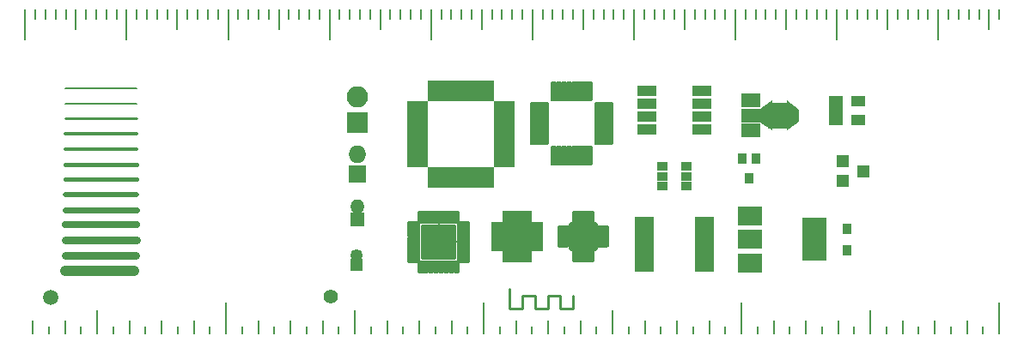
<source format=gbr>
G04 #@! TF.GenerationSoftware,KiCad,Pcbnew,(5.1.4)-1*
G04 #@! TF.CreationDate,2020-02-22T23:02:46+01:00*
G04 #@! TF.ProjectId,PCBRuler,50434252-756c-4657-922e-6b696361645f,1.0*
G04 #@! TF.SameCoordinates,Original*
G04 #@! TF.FileFunction,Soldermask,Top*
G04 #@! TF.FilePolarity,Negative*
%FSLAX46Y46*%
G04 Gerber Fmt 4.6, Leading zero omitted, Abs format (unit mm)*
G04 Created by KiCad (PCBNEW (5.1.4)-1) date 2020-02-22 23:02:46*
%MOMM*%
%LPD*%
G04 APERTURE LIST*
%ADD10C,0.250000*%
%ADD11C,1.000000*%
%ADD12C,0.800000*%
%ADD13C,0.760000*%
%ADD14C,0.700000*%
%ADD15C,0.600000*%
%ADD16C,0.500000*%
%ADD17C,0.450000*%
%ADD18C,0.400000*%
%ADD19C,0.350000*%
%ADD20C,0.200000*%
%ADD21C,0.300000*%
%ADD22C,0.150000*%
%ADD23C,1.500000*%
%ADD24C,1.400000*%
%ADD25O,1.250000X1.250000*%
%ADD26R,1.250000X1.250000*%
%ADD27C,0.100000*%
%ADD28C,0.650000*%
%ADD29C,3.500000*%
%ADD30C,2.850000*%
%ADD31R,1.460000X1.050000*%
%ADD32R,1.100000X0.910000*%
%ADD33C,0.700000*%
%ADD34O,1.750000X1.750000*%
%ADD35R,1.750000X1.750000*%
%ADD36O,1.400000X1.400000*%
%ADD37R,1.400000X1.400000*%
%ADD38O,2.100000X2.100000*%
%ADD39R,2.100000X2.100000*%
%ADD40R,0.850000X1.100000*%
%ADD41C,1.250000*%
%ADD42R,1.900000X1.400000*%
%ADD43R,2.200000X1.400000*%
%ADD44R,2.240000X2.600000*%
%ADD45R,1.200000X0.600000*%
%ADD46R,0.600000X1.200000*%
%ADD47R,1.600000X1.600000*%
%ADD48R,2.000000X0.950000*%
%ADD49R,0.950000X2.000000*%
%ADD50R,1.950000X1.000000*%
%ADD51R,1.300000X1.200000*%
%ADD52R,2.400000X4.200000*%
%ADD53R,2.400000X1.900000*%
%ADD54R,0.850000X1.000000*%
%ADD55R,1.900000X0.850000*%
G04 APERTURE END LIST*
D10*
X136000000Y-127550000D02*
X134750000Y-127550000D01*
X139750000Y-126300000D02*
X138500000Y-126300000D01*
X137250000Y-127550000D02*
X137250000Y-126300000D01*
X134750000Y-125600000D02*
X134750000Y-127550000D01*
X139750000Y-127550000D02*
X139750000Y-126300000D01*
X141000000Y-127550000D02*
X141000000Y-126300000D01*
X136000000Y-126300000D02*
X136000000Y-127550000D01*
X137250000Y-126300000D02*
X136000000Y-126300000D01*
X138500000Y-126300000D02*
X138500000Y-127550000D01*
X141000000Y-127550000D02*
X139750000Y-127550000D01*
X138500000Y-127550000D02*
X137250000Y-127550000D01*
D11*
X97765020Y-123818420D02*
X90965020Y-123818420D01*
D12*
X97865020Y-122318420D02*
X90965020Y-122318420D01*
D13*
X97965020Y-120818420D02*
X90965020Y-120818420D01*
D14*
X97965020Y-119318420D02*
X90965020Y-119318420D01*
D15*
X97965020Y-117818420D02*
X90965020Y-117818420D01*
D16*
X97965020Y-116318420D02*
X90965020Y-116318420D01*
D17*
X97965020Y-114818420D02*
X90965020Y-114818420D01*
D18*
X97965020Y-113318420D02*
X90965020Y-113318420D01*
D19*
X97965020Y-111818420D02*
X90965020Y-111818420D01*
D20*
X90965020Y-110318420D02*
X90965020Y-110318420D01*
D21*
X97965020Y-110318420D02*
X90965020Y-110318420D01*
D20*
X90965020Y-108818420D02*
X90965020Y-108818420D01*
D10*
X97965020Y-108818420D02*
X90965020Y-108818420D01*
D20*
X90965020Y-107318420D02*
X90965020Y-107318420D01*
X90965020Y-107318420D02*
X97965020Y-107318420D01*
D22*
X90965020Y-105818420D02*
X97965020Y-105818420D01*
X94100000Y-130000000D02*
X94100000Y-127777500D01*
X92512500Y-130000000D02*
X92512500Y-129365000D01*
X105212500Y-130000000D02*
X105212500Y-129365000D01*
X90925000Y-130000000D02*
X90925000Y-128730000D01*
X89337500Y-130000000D02*
X89337500Y-129365000D01*
X103625000Y-130000000D02*
X103625000Y-128730000D01*
X102037500Y-130000000D02*
X102037500Y-129365000D01*
X87750000Y-130000000D02*
X87750000Y-128730000D01*
X97275000Y-130000000D02*
X97275000Y-128730000D01*
X98862500Y-130000000D02*
X98862500Y-129365000D01*
X100450000Y-130000000D02*
X100450000Y-128730000D01*
X95687500Y-130000000D02*
X95687500Y-129365000D01*
X121087500Y-130000000D02*
X121087500Y-129365000D01*
X119500000Y-130000000D02*
X119500000Y-127777500D01*
X129025000Y-130000000D02*
X129025000Y-128730000D01*
X130612500Y-130000000D02*
X130612500Y-129365000D01*
X127437500Y-130000000D02*
X127437500Y-129365000D01*
X125850000Y-130000000D02*
X125850000Y-128730000D01*
X124262500Y-130000000D02*
X124262500Y-129365000D01*
X122675000Y-130000000D02*
X122675000Y-128730000D01*
X113150000Y-130000000D02*
X113150000Y-128730000D01*
X111562500Y-130000000D02*
X111562500Y-129365000D01*
X116325000Y-130000000D02*
X116325000Y-128730000D01*
X109975000Y-130000000D02*
X109975000Y-128730000D01*
X114737500Y-130000000D02*
X114737500Y-129365000D01*
X108387500Y-130000000D02*
X108387500Y-129365000D01*
X117912500Y-130000000D02*
X117912500Y-129365000D01*
X146487500Y-130000000D02*
X146487500Y-129365000D01*
X144900000Y-130000000D02*
X144900000Y-127777500D01*
X154425000Y-130000000D02*
X154425000Y-128730000D01*
X156012500Y-130000000D02*
X156012500Y-129365000D01*
X152837500Y-130000000D02*
X152837500Y-129365000D01*
X151250000Y-130000000D02*
X151250000Y-128730000D01*
X149662500Y-130000000D02*
X149662500Y-129365000D01*
X148075000Y-130000000D02*
X148075000Y-128730000D01*
X138550000Y-130000000D02*
X138550000Y-128730000D01*
X136962500Y-130000000D02*
X136962500Y-129365000D01*
X141725000Y-130000000D02*
X141725000Y-128730000D01*
X135375000Y-130000000D02*
X135375000Y-128730000D01*
X140137500Y-130000000D02*
X140137500Y-129365000D01*
X133787500Y-130000000D02*
X133787500Y-129365000D01*
X143312500Y-130000000D02*
X143312500Y-129365000D01*
X159187500Y-130000000D02*
X159187500Y-129365000D01*
X167125000Y-130000000D02*
X167125000Y-128730000D01*
X168712500Y-130000000D02*
X168712500Y-129365000D01*
X165537500Y-130000000D02*
X165537500Y-129365000D01*
X163950000Y-130000000D02*
X163950000Y-128730000D01*
X162362500Y-130000000D02*
X162362500Y-129365000D01*
X160775000Y-130000000D02*
X160775000Y-128730000D01*
X171887500Y-130000000D02*
X171887500Y-129365000D01*
X173475000Y-130000000D02*
X173475000Y-128730000D01*
X175062500Y-130000000D02*
X175062500Y-129365000D01*
X176650000Y-130000000D02*
X176650000Y-128730000D01*
X178237500Y-130000000D02*
X178237500Y-129365000D01*
X181412500Y-130000000D02*
X181412500Y-129365000D01*
X183000000Y-130000000D02*
X183000000Y-127000000D01*
X179825000Y-130000000D02*
X179825000Y-128730000D01*
X170300000Y-130000000D02*
X170300000Y-127777500D01*
X157600000Y-130000000D02*
X157600000Y-127000000D01*
X132200000Y-130000000D02*
X132200000Y-127000000D01*
X106800000Y-130000000D02*
X106800000Y-127000000D01*
X178000000Y-98000000D02*
X178000000Y-99000000D01*
X179000000Y-98000000D02*
X179000000Y-99000000D01*
X180000000Y-98000000D02*
X180000000Y-99000000D01*
X177000000Y-98000000D02*
X177000000Y-101000000D01*
X177000000Y-101000000D02*
X177000000Y-101000000D01*
X176000000Y-98000000D02*
X176000000Y-99000000D01*
X175000000Y-98000000D02*
X175000000Y-99000000D01*
X174000000Y-98000000D02*
X174000000Y-99000000D01*
X173000000Y-98000000D02*
X173000000Y-99000000D01*
X172000000Y-98000000D02*
X172000000Y-100000000D01*
X171000000Y-98000000D02*
X171000000Y-99000000D01*
X170000000Y-98000000D02*
X170000000Y-99000000D01*
X169000000Y-98000000D02*
X169000000Y-99000000D01*
X168000000Y-98000000D02*
X168000000Y-99000000D01*
X167000000Y-98000000D02*
X167000000Y-101000000D01*
X166000000Y-98000000D02*
X166000000Y-99000000D01*
X165000000Y-98000000D02*
X165000000Y-99000000D01*
X164000000Y-98000000D02*
X164000000Y-99000000D01*
X163000000Y-98000000D02*
X163000000Y-99000000D01*
X162000000Y-98000000D02*
X162000000Y-100000000D01*
X161000000Y-98000000D02*
X161000000Y-99000000D01*
X160000000Y-98000000D02*
X160000000Y-99000000D01*
X159000000Y-98000000D02*
X159000000Y-99000000D01*
X158000000Y-98000000D02*
X158000000Y-99000000D01*
X157000000Y-98000000D02*
X157000000Y-101000000D01*
X155000000Y-98000000D02*
X155000000Y-99000000D01*
X156000000Y-98000000D02*
X156000000Y-99000000D01*
X140000000Y-98000000D02*
X140000000Y-99000000D01*
X142000000Y-98000000D02*
X142000000Y-100000000D01*
X144000000Y-98000000D02*
X144000000Y-99000000D01*
X151000000Y-98000000D02*
X151000000Y-99000000D01*
X146000000Y-98000000D02*
X146000000Y-99000000D01*
X137000000Y-98000000D02*
X137000000Y-101000000D01*
X148000000Y-98000000D02*
X148000000Y-99000000D01*
X143000000Y-98000000D02*
X143000000Y-99000000D01*
X138000000Y-98000000D02*
X138000000Y-99000000D01*
X149000000Y-98000000D02*
X149000000Y-99000000D01*
X153000000Y-98000000D02*
X153000000Y-99000000D01*
X154000000Y-98000000D02*
X154000000Y-99000000D01*
X139000000Y-98000000D02*
X139000000Y-99000000D01*
X150000000Y-98000000D02*
X150000000Y-99000000D01*
X141000000Y-98000000D02*
X141000000Y-99000000D01*
X147000000Y-98000000D02*
X147000000Y-101000000D01*
X145000000Y-98000000D02*
X145000000Y-99000000D01*
X152000000Y-98000000D02*
X152000000Y-100000000D01*
X132000000Y-98000000D02*
X132000000Y-100000000D01*
X125000000Y-98000000D02*
X125000000Y-99000000D01*
X136000000Y-98000000D02*
X136000000Y-99000000D01*
X120000000Y-98000000D02*
X120000000Y-99000000D01*
X117000000Y-98000000D02*
X117000000Y-101000000D01*
X118000000Y-98000000D02*
X118000000Y-99000000D01*
X134000000Y-98000000D02*
X134000000Y-99000000D01*
X130000000Y-98000000D02*
X130000000Y-99000000D01*
X122000000Y-98000000D02*
X122000000Y-100000000D01*
X126000000Y-98000000D02*
X126000000Y-99000000D01*
X123000000Y-98000000D02*
X123000000Y-99000000D01*
X133000000Y-98000000D02*
X133000000Y-99000000D01*
X131000000Y-98000000D02*
X131000000Y-99000000D01*
X124000000Y-98000000D02*
X124000000Y-99000000D01*
X129000000Y-98000000D02*
X129000000Y-99000000D01*
X119000000Y-98000000D02*
X119000000Y-99000000D01*
X135000000Y-98000000D02*
X135000000Y-99000000D01*
X128000000Y-98000000D02*
X128000000Y-99000000D01*
X121000000Y-98000000D02*
X121000000Y-99000000D01*
X127000000Y-98000000D02*
X127000000Y-101000000D01*
X104000000Y-98000000D02*
X104000000Y-99000000D01*
X108000000Y-98000000D02*
X108000000Y-99000000D01*
X109000000Y-98000000D02*
X109000000Y-99000000D01*
X98000000Y-98000000D02*
X98000000Y-99000000D01*
X97000000Y-98000000D02*
X97000000Y-101000000D01*
X113000000Y-98000000D02*
X113000000Y-99000000D01*
X110000000Y-98000000D02*
X110000000Y-99000000D01*
X106000000Y-98000000D02*
X106000000Y-99000000D01*
X103000000Y-98000000D02*
X103000000Y-99000000D01*
X112000000Y-98000000D02*
X112000000Y-100000000D01*
X111000000Y-98000000D02*
X111000000Y-99000000D01*
X101000000Y-98000000D02*
X101000000Y-99000000D01*
X102000000Y-98000000D02*
X102000000Y-100000000D01*
X100000000Y-98000000D02*
X100000000Y-99000000D01*
X107000000Y-98000000D02*
X107000000Y-101000000D01*
X116000000Y-98000000D02*
X116000000Y-99000000D01*
X105000000Y-98000000D02*
X105000000Y-99000000D01*
X99000000Y-98000000D02*
X99000000Y-99000000D01*
X115000000Y-98000000D02*
X115000000Y-99000000D01*
X114000000Y-98000000D02*
X114000000Y-99000000D01*
X87000000Y-98000000D02*
X87000000Y-101000000D01*
X90000000Y-98000000D02*
X90000000Y-99000000D01*
X88000000Y-98000000D02*
X88000000Y-99000000D01*
X93000000Y-98000000D02*
X93000000Y-99000000D01*
X92000000Y-98000000D02*
X92000000Y-100000000D01*
X96000000Y-98000000D02*
X96000000Y-99000000D01*
X95000000Y-98000000D02*
X95000000Y-99000000D01*
X89000000Y-98000000D02*
X89000000Y-99000000D01*
X91000000Y-98000000D02*
X91000000Y-99000000D01*
X94000000Y-98000000D02*
X94000000Y-99000000D01*
X183000000Y-98000000D02*
X183000000Y-99000000D01*
X182000000Y-98000000D02*
X182000000Y-100000000D01*
X181000000Y-98000000D02*
X181000000Y-99000000D01*
D23*
X89500000Y-126500000D03*
D24*
X117100000Y-126400000D03*
D25*
X119650000Y-122300000D03*
D26*
X119650000Y-123300000D03*
D27*
G36*
X126178428Y-117925782D02*
G01*
X126194202Y-117928122D01*
X126209671Y-117931997D01*
X126224686Y-117937370D01*
X126239102Y-117944188D01*
X126252780Y-117952386D01*
X126265589Y-117961886D01*
X126277405Y-117972595D01*
X126288114Y-117984411D01*
X126297614Y-117997220D01*
X126305812Y-118010898D01*
X126312630Y-118025314D01*
X126318003Y-118040329D01*
X126321878Y-118055798D01*
X126324218Y-118071572D01*
X126325000Y-118087500D01*
X126325000Y-119037500D01*
X126324218Y-119053428D01*
X126321878Y-119069202D01*
X126318003Y-119084671D01*
X126312630Y-119099686D01*
X126305812Y-119114102D01*
X126297614Y-119127780D01*
X126288114Y-119140589D01*
X126277405Y-119152405D01*
X126265589Y-119163114D01*
X126252780Y-119172614D01*
X126239102Y-119180812D01*
X126224686Y-119187630D01*
X126209671Y-119193003D01*
X126194202Y-119196878D01*
X126178428Y-119199218D01*
X126162500Y-119200000D01*
X125837500Y-119200000D01*
X125821572Y-119199218D01*
X125805798Y-119196878D01*
X125790329Y-119193003D01*
X125775314Y-119187630D01*
X125760898Y-119180812D01*
X125747220Y-119172614D01*
X125734411Y-119163114D01*
X125722595Y-119152405D01*
X125711886Y-119140589D01*
X125702386Y-119127780D01*
X125694188Y-119114102D01*
X125687370Y-119099686D01*
X125681997Y-119084671D01*
X125678122Y-119069202D01*
X125675782Y-119053428D01*
X125675000Y-119037500D01*
X125675000Y-118087500D01*
X125675782Y-118071572D01*
X125678122Y-118055798D01*
X125681997Y-118040329D01*
X125687370Y-118025314D01*
X125694188Y-118010898D01*
X125702386Y-117997220D01*
X125711886Y-117984411D01*
X125722595Y-117972595D01*
X125734411Y-117961886D01*
X125747220Y-117952386D01*
X125760898Y-117944188D01*
X125775314Y-117937370D01*
X125790329Y-117931997D01*
X125805798Y-117928122D01*
X125821572Y-117925782D01*
X125837500Y-117925000D01*
X126162500Y-117925000D01*
X126178428Y-117925782D01*
X126178428Y-117925782D01*
G37*
D28*
X126000000Y-118562500D03*
D27*
G36*
X126678428Y-117925782D02*
G01*
X126694202Y-117928122D01*
X126709671Y-117931997D01*
X126724686Y-117937370D01*
X126739102Y-117944188D01*
X126752780Y-117952386D01*
X126765589Y-117961886D01*
X126777405Y-117972595D01*
X126788114Y-117984411D01*
X126797614Y-117997220D01*
X126805812Y-118010898D01*
X126812630Y-118025314D01*
X126818003Y-118040329D01*
X126821878Y-118055798D01*
X126824218Y-118071572D01*
X126825000Y-118087500D01*
X126825000Y-119037500D01*
X126824218Y-119053428D01*
X126821878Y-119069202D01*
X126818003Y-119084671D01*
X126812630Y-119099686D01*
X126805812Y-119114102D01*
X126797614Y-119127780D01*
X126788114Y-119140589D01*
X126777405Y-119152405D01*
X126765589Y-119163114D01*
X126752780Y-119172614D01*
X126739102Y-119180812D01*
X126724686Y-119187630D01*
X126709671Y-119193003D01*
X126694202Y-119196878D01*
X126678428Y-119199218D01*
X126662500Y-119200000D01*
X126337500Y-119200000D01*
X126321572Y-119199218D01*
X126305798Y-119196878D01*
X126290329Y-119193003D01*
X126275314Y-119187630D01*
X126260898Y-119180812D01*
X126247220Y-119172614D01*
X126234411Y-119163114D01*
X126222595Y-119152405D01*
X126211886Y-119140589D01*
X126202386Y-119127780D01*
X126194188Y-119114102D01*
X126187370Y-119099686D01*
X126181997Y-119084671D01*
X126178122Y-119069202D01*
X126175782Y-119053428D01*
X126175000Y-119037500D01*
X126175000Y-118087500D01*
X126175782Y-118071572D01*
X126178122Y-118055798D01*
X126181997Y-118040329D01*
X126187370Y-118025314D01*
X126194188Y-118010898D01*
X126202386Y-117997220D01*
X126211886Y-117984411D01*
X126222595Y-117972595D01*
X126234411Y-117961886D01*
X126247220Y-117952386D01*
X126260898Y-117944188D01*
X126275314Y-117937370D01*
X126290329Y-117931997D01*
X126305798Y-117928122D01*
X126321572Y-117925782D01*
X126337500Y-117925000D01*
X126662500Y-117925000D01*
X126678428Y-117925782D01*
X126678428Y-117925782D01*
G37*
D28*
X126500000Y-118562500D03*
D27*
G36*
X127178428Y-117925782D02*
G01*
X127194202Y-117928122D01*
X127209671Y-117931997D01*
X127224686Y-117937370D01*
X127239102Y-117944188D01*
X127252780Y-117952386D01*
X127265589Y-117961886D01*
X127277405Y-117972595D01*
X127288114Y-117984411D01*
X127297614Y-117997220D01*
X127305812Y-118010898D01*
X127312630Y-118025314D01*
X127318003Y-118040329D01*
X127321878Y-118055798D01*
X127324218Y-118071572D01*
X127325000Y-118087500D01*
X127325000Y-119037500D01*
X127324218Y-119053428D01*
X127321878Y-119069202D01*
X127318003Y-119084671D01*
X127312630Y-119099686D01*
X127305812Y-119114102D01*
X127297614Y-119127780D01*
X127288114Y-119140589D01*
X127277405Y-119152405D01*
X127265589Y-119163114D01*
X127252780Y-119172614D01*
X127239102Y-119180812D01*
X127224686Y-119187630D01*
X127209671Y-119193003D01*
X127194202Y-119196878D01*
X127178428Y-119199218D01*
X127162500Y-119200000D01*
X126837500Y-119200000D01*
X126821572Y-119199218D01*
X126805798Y-119196878D01*
X126790329Y-119193003D01*
X126775314Y-119187630D01*
X126760898Y-119180812D01*
X126747220Y-119172614D01*
X126734411Y-119163114D01*
X126722595Y-119152405D01*
X126711886Y-119140589D01*
X126702386Y-119127780D01*
X126694188Y-119114102D01*
X126687370Y-119099686D01*
X126681997Y-119084671D01*
X126678122Y-119069202D01*
X126675782Y-119053428D01*
X126675000Y-119037500D01*
X126675000Y-118087500D01*
X126675782Y-118071572D01*
X126678122Y-118055798D01*
X126681997Y-118040329D01*
X126687370Y-118025314D01*
X126694188Y-118010898D01*
X126702386Y-117997220D01*
X126711886Y-117984411D01*
X126722595Y-117972595D01*
X126734411Y-117961886D01*
X126747220Y-117952386D01*
X126760898Y-117944188D01*
X126775314Y-117937370D01*
X126790329Y-117931997D01*
X126805798Y-117928122D01*
X126821572Y-117925782D01*
X126837500Y-117925000D01*
X127162500Y-117925000D01*
X127178428Y-117925782D01*
X127178428Y-117925782D01*
G37*
D28*
X127000000Y-118562500D03*
D27*
G36*
X127678428Y-117925782D02*
G01*
X127694202Y-117928122D01*
X127709671Y-117931997D01*
X127724686Y-117937370D01*
X127739102Y-117944188D01*
X127752780Y-117952386D01*
X127765589Y-117961886D01*
X127777405Y-117972595D01*
X127788114Y-117984411D01*
X127797614Y-117997220D01*
X127805812Y-118010898D01*
X127812630Y-118025314D01*
X127818003Y-118040329D01*
X127821878Y-118055798D01*
X127824218Y-118071572D01*
X127825000Y-118087500D01*
X127825000Y-119037500D01*
X127824218Y-119053428D01*
X127821878Y-119069202D01*
X127818003Y-119084671D01*
X127812630Y-119099686D01*
X127805812Y-119114102D01*
X127797614Y-119127780D01*
X127788114Y-119140589D01*
X127777405Y-119152405D01*
X127765589Y-119163114D01*
X127752780Y-119172614D01*
X127739102Y-119180812D01*
X127724686Y-119187630D01*
X127709671Y-119193003D01*
X127694202Y-119196878D01*
X127678428Y-119199218D01*
X127662500Y-119200000D01*
X127337500Y-119200000D01*
X127321572Y-119199218D01*
X127305798Y-119196878D01*
X127290329Y-119193003D01*
X127275314Y-119187630D01*
X127260898Y-119180812D01*
X127247220Y-119172614D01*
X127234411Y-119163114D01*
X127222595Y-119152405D01*
X127211886Y-119140589D01*
X127202386Y-119127780D01*
X127194188Y-119114102D01*
X127187370Y-119099686D01*
X127181997Y-119084671D01*
X127178122Y-119069202D01*
X127175782Y-119053428D01*
X127175000Y-119037500D01*
X127175000Y-118087500D01*
X127175782Y-118071572D01*
X127178122Y-118055798D01*
X127181997Y-118040329D01*
X127187370Y-118025314D01*
X127194188Y-118010898D01*
X127202386Y-117997220D01*
X127211886Y-117984411D01*
X127222595Y-117972595D01*
X127234411Y-117961886D01*
X127247220Y-117952386D01*
X127260898Y-117944188D01*
X127275314Y-117937370D01*
X127290329Y-117931997D01*
X127305798Y-117928122D01*
X127321572Y-117925782D01*
X127337500Y-117925000D01*
X127662500Y-117925000D01*
X127678428Y-117925782D01*
X127678428Y-117925782D01*
G37*
D28*
X127500000Y-118562500D03*
D27*
G36*
X128178428Y-117925782D02*
G01*
X128194202Y-117928122D01*
X128209671Y-117931997D01*
X128224686Y-117937370D01*
X128239102Y-117944188D01*
X128252780Y-117952386D01*
X128265589Y-117961886D01*
X128277405Y-117972595D01*
X128288114Y-117984411D01*
X128297614Y-117997220D01*
X128305812Y-118010898D01*
X128312630Y-118025314D01*
X128318003Y-118040329D01*
X128321878Y-118055798D01*
X128324218Y-118071572D01*
X128325000Y-118087500D01*
X128325000Y-119037500D01*
X128324218Y-119053428D01*
X128321878Y-119069202D01*
X128318003Y-119084671D01*
X128312630Y-119099686D01*
X128305812Y-119114102D01*
X128297614Y-119127780D01*
X128288114Y-119140589D01*
X128277405Y-119152405D01*
X128265589Y-119163114D01*
X128252780Y-119172614D01*
X128239102Y-119180812D01*
X128224686Y-119187630D01*
X128209671Y-119193003D01*
X128194202Y-119196878D01*
X128178428Y-119199218D01*
X128162500Y-119200000D01*
X127837500Y-119200000D01*
X127821572Y-119199218D01*
X127805798Y-119196878D01*
X127790329Y-119193003D01*
X127775314Y-119187630D01*
X127760898Y-119180812D01*
X127747220Y-119172614D01*
X127734411Y-119163114D01*
X127722595Y-119152405D01*
X127711886Y-119140589D01*
X127702386Y-119127780D01*
X127694188Y-119114102D01*
X127687370Y-119099686D01*
X127681997Y-119084671D01*
X127678122Y-119069202D01*
X127675782Y-119053428D01*
X127675000Y-119037500D01*
X127675000Y-118087500D01*
X127675782Y-118071572D01*
X127678122Y-118055798D01*
X127681997Y-118040329D01*
X127687370Y-118025314D01*
X127694188Y-118010898D01*
X127702386Y-117997220D01*
X127711886Y-117984411D01*
X127722595Y-117972595D01*
X127734411Y-117961886D01*
X127747220Y-117952386D01*
X127760898Y-117944188D01*
X127775314Y-117937370D01*
X127790329Y-117931997D01*
X127805798Y-117928122D01*
X127821572Y-117925782D01*
X127837500Y-117925000D01*
X128162500Y-117925000D01*
X128178428Y-117925782D01*
X128178428Y-117925782D01*
G37*
D28*
X128000000Y-118562500D03*
D27*
G36*
X128678428Y-117925782D02*
G01*
X128694202Y-117928122D01*
X128709671Y-117931997D01*
X128724686Y-117937370D01*
X128739102Y-117944188D01*
X128752780Y-117952386D01*
X128765589Y-117961886D01*
X128777405Y-117972595D01*
X128788114Y-117984411D01*
X128797614Y-117997220D01*
X128805812Y-118010898D01*
X128812630Y-118025314D01*
X128818003Y-118040329D01*
X128821878Y-118055798D01*
X128824218Y-118071572D01*
X128825000Y-118087500D01*
X128825000Y-119037500D01*
X128824218Y-119053428D01*
X128821878Y-119069202D01*
X128818003Y-119084671D01*
X128812630Y-119099686D01*
X128805812Y-119114102D01*
X128797614Y-119127780D01*
X128788114Y-119140589D01*
X128777405Y-119152405D01*
X128765589Y-119163114D01*
X128752780Y-119172614D01*
X128739102Y-119180812D01*
X128724686Y-119187630D01*
X128709671Y-119193003D01*
X128694202Y-119196878D01*
X128678428Y-119199218D01*
X128662500Y-119200000D01*
X128337500Y-119200000D01*
X128321572Y-119199218D01*
X128305798Y-119196878D01*
X128290329Y-119193003D01*
X128275314Y-119187630D01*
X128260898Y-119180812D01*
X128247220Y-119172614D01*
X128234411Y-119163114D01*
X128222595Y-119152405D01*
X128211886Y-119140589D01*
X128202386Y-119127780D01*
X128194188Y-119114102D01*
X128187370Y-119099686D01*
X128181997Y-119084671D01*
X128178122Y-119069202D01*
X128175782Y-119053428D01*
X128175000Y-119037500D01*
X128175000Y-118087500D01*
X128175782Y-118071572D01*
X128178122Y-118055798D01*
X128181997Y-118040329D01*
X128187370Y-118025314D01*
X128194188Y-118010898D01*
X128202386Y-117997220D01*
X128211886Y-117984411D01*
X128222595Y-117972595D01*
X128234411Y-117961886D01*
X128247220Y-117952386D01*
X128260898Y-117944188D01*
X128275314Y-117937370D01*
X128290329Y-117931997D01*
X128305798Y-117928122D01*
X128321572Y-117925782D01*
X128337500Y-117925000D01*
X128662500Y-117925000D01*
X128678428Y-117925782D01*
X128678428Y-117925782D01*
G37*
D28*
X128500000Y-118562500D03*
D27*
G36*
X129178428Y-117925782D02*
G01*
X129194202Y-117928122D01*
X129209671Y-117931997D01*
X129224686Y-117937370D01*
X129239102Y-117944188D01*
X129252780Y-117952386D01*
X129265589Y-117961886D01*
X129277405Y-117972595D01*
X129288114Y-117984411D01*
X129297614Y-117997220D01*
X129305812Y-118010898D01*
X129312630Y-118025314D01*
X129318003Y-118040329D01*
X129321878Y-118055798D01*
X129324218Y-118071572D01*
X129325000Y-118087500D01*
X129325000Y-119037500D01*
X129324218Y-119053428D01*
X129321878Y-119069202D01*
X129318003Y-119084671D01*
X129312630Y-119099686D01*
X129305812Y-119114102D01*
X129297614Y-119127780D01*
X129288114Y-119140589D01*
X129277405Y-119152405D01*
X129265589Y-119163114D01*
X129252780Y-119172614D01*
X129239102Y-119180812D01*
X129224686Y-119187630D01*
X129209671Y-119193003D01*
X129194202Y-119196878D01*
X129178428Y-119199218D01*
X129162500Y-119200000D01*
X128837500Y-119200000D01*
X128821572Y-119199218D01*
X128805798Y-119196878D01*
X128790329Y-119193003D01*
X128775314Y-119187630D01*
X128760898Y-119180812D01*
X128747220Y-119172614D01*
X128734411Y-119163114D01*
X128722595Y-119152405D01*
X128711886Y-119140589D01*
X128702386Y-119127780D01*
X128694188Y-119114102D01*
X128687370Y-119099686D01*
X128681997Y-119084671D01*
X128678122Y-119069202D01*
X128675782Y-119053428D01*
X128675000Y-119037500D01*
X128675000Y-118087500D01*
X128675782Y-118071572D01*
X128678122Y-118055798D01*
X128681997Y-118040329D01*
X128687370Y-118025314D01*
X128694188Y-118010898D01*
X128702386Y-117997220D01*
X128711886Y-117984411D01*
X128722595Y-117972595D01*
X128734411Y-117961886D01*
X128747220Y-117952386D01*
X128760898Y-117944188D01*
X128775314Y-117937370D01*
X128790329Y-117931997D01*
X128805798Y-117928122D01*
X128821572Y-117925782D01*
X128837500Y-117925000D01*
X129162500Y-117925000D01*
X129178428Y-117925782D01*
X129178428Y-117925782D01*
G37*
D28*
X129000000Y-118562500D03*
D27*
G36*
X129678428Y-117925782D02*
G01*
X129694202Y-117928122D01*
X129709671Y-117931997D01*
X129724686Y-117937370D01*
X129739102Y-117944188D01*
X129752780Y-117952386D01*
X129765589Y-117961886D01*
X129777405Y-117972595D01*
X129788114Y-117984411D01*
X129797614Y-117997220D01*
X129805812Y-118010898D01*
X129812630Y-118025314D01*
X129818003Y-118040329D01*
X129821878Y-118055798D01*
X129824218Y-118071572D01*
X129825000Y-118087500D01*
X129825000Y-119037500D01*
X129824218Y-119053428D01*
X129821878Y-119069202D01*
X129818003Y-119084671D01*
X129812630Y-119099686D01*
X129805812Y-119114102D01*
X129797614Y-119127780D01*
X129788114Y-119140589D01*
X129777405Y-119152405D01*
X129765589Y-119163114D01*
X129752780Y-119172614D01*
X129739102Y-119180812D01*
X129724686Y-119187630D01*
X129709671Y-119193003D01*
X129694202Y-119196878D01*
X129678428Y-119199218D01*
X129662500Y-119200000D01*
X129337500Y-119200000D01*
X129321572Y-119199218D01*
X129305798Y-119196878D01*
X129290329Y-119193003D01*
X129275314Y-119187630D01*
X129260898Y-119180812D01*
X129247220Y-119172614D01*
X129234411Y-119163114D01*
X129222595Y-119152405D01*
X129211886Y-119140589D01*
X129202386Y-119127780D01*
X129194188Y-119114102D01*
X129187370Y-119099686D01*
X129181997Y-119084671D01*
X129178122Y-119069202D01*
X129175782Y-119053428D01*
X129175000Y-119037500D01*
X129175000Y-118087500D01*
X129175782Y-118071572D01*
X129178122Y-118055798D01*
X129181997Y-118040329D01*
X129187370Y-118025314D01*
X129194188Y-118010898D01*
X129202386Y-117997220D01*
X129211886Y-117984411D01*
X129222595Y-117972595D01*
X129234411Y-117961886D01*
X129247220Y-117952386D01*
X129260898Y-117944188D01*
X129275314Y-117937370D01*
X129290329Y-117931997D01*
X129305798Y-117928122D01*
X129321572Y-117925782D01*
X129337500Y-117925000D01*
X129662500Y-117925000D01*
X129678428Y-117925782D01*
X129678428Y-117925782D01*
G37*
D28*
X129500000Y-118562500D03*
D27*
G36*
X130678428Y-118925782D02*
G01*
X130694202Y-118928122D01*
X130709671Y-118931997D01*
X130724686Y-118937370D01*
X130739102Y-118944188D01*
X130752780Y-118952386D01*
X130765589Y-118961886D01*
X130777405Y-118972595D01*
X130788114Y-118984411D01*
X130797614Y-118997220D01*
X130805812Y-119010898D01*
X130812630Y-119025314D01*
X130818003Y-119040329D01*
X130821878Y-119055798D01*
X130824218Y-119071572D01*
X130825000Y-119087500D01*
X130825000Y-119412500D01*
X130824218Y-119428428D01*
X130821878Y-119444202D01*
X130818003Y-119459671D01*
X130812630Y-119474686D01*
X130805812Y-119489102D01*
X130797614Y-119502780D01*
X130788114Y-119515589D01*
X130777405Y-119527405D01*
X130765589Y-119538114D01*
X130752780Y-119547614D01*
X130739102Y-119555812D01*
X130724686Y-119562630D01*
X130709671Y-119568003D01*
X130694202Y-119571878D01*
X130678428Y-119574218D01*
X130662500Y-119575000D01*
X129712500Y-119575000D01*
X129696572Y-119574218D01*
X129680798Y-119571878D01*
X129665329Y-119568003D01*
X129650314Y-119562630D01*
X129635898Y-119555812D01*
X129622220Y-119547614D01*
X129609411Y-119538114D01*
X129597595Y-119527405D01*
X129586886Y-119515589D01*
X129577386Y-119502780D01*
X129569188Y-119489102D01*
X129562370Y-119474686D01*
X129556997Y-119459671D01*
X129553122Y-119444202D01*
X129550782Y-119428428D01*
X129550000Y-119412500D01*
X129550000Y-119087500D01*
X129550782Y-119071572D01*
X129553122Y-119055798D01*
X129556997Y-119040329D01*
X129562370Y-119025314D01*
X129569188Y-119010898D01*
X129577386Y-118997220D01*
X129586886Y-118984411D01*
X129597595Y-118972595D01*
X129609411Y-118961886D01*
X129622220Y-118952386D01*
X129635898Y-118944188D01*
X129650314Y-118937370D01*
X129665329Y-118931997D01*
X129680798Y-118928122D01*
X129696572Y-118925782D01*
X129712500Y-118925000D01*
X130662500Y-118925000D01*
X130678428Y-118925782D01*
X130678428Y-118925782D01*
G37*
D28*
X130187500Y-119250000D03*
D27*
G36*
X130678428Y-119425782D02*
G01*
X130694202Y-119428122D01*
X130709671Y-119431997D01*
X130724686Y-119437370D01*
X130739102Y-119444188D01*
X130752780Y-119452386D01*
X130765589Y-119461886D01*
X130777405Y-119472595D01*
X130788114Y-119484411D01*
X130797614Y-119497220D01*
X130805812Y-119510898D01*
X130812630Y-119525314D01*
X130818003Y-119540329D01*
X130821878Y-119555798D01*
X130824218Y-119571572D01*
X130825000Y-119587500D01*
X130825000Y-119912500D01*
X130824218Y-119928428D01*
X130821878Y-119944202D01*
X130818003Y-119959671D01*
X130812630Y-119974686D01*
X130805812Y-119989102D01*
X130797614Y-120002780D01*
X130788114Y-120015589D01*
X130777405Y-120027405D01*
X130765589Y-120038114D01*
X130752780Y-120047614D01*
X130739102Y-120055812D01*
X130724686Y-120062630D01*
X130709671Y-120068003D01*
X130694202Y-120071878D01*
X130678428Y-120074218D01*
X130662500Y-120075000D01*
X129712500Y-120075000D01*
X129696572Y-120074218D01*
X129680798Y-120071878D01*
X129665329Y-120068003D01*
X129650314Y-120062630D01*
X129635898Y-120055812D01*
X129622220Y-120047614D01*
X129609411Y-120038114D01*
X129597595Y-120027405D01*
X129586886Y-120015589D01*
X129577386Y-120002780D01*
X129569188Y-119989102D01*
X129562370Y-119974686D01*
X129556997Y-119959671D01*
X129553122Y-119944202D01*
X129550782Y-119928428D01*
X129550000Y-119912500D01*
X129550000Y-119587500D01*
X129550782Y-119571572D01*
X129553122Y-119555798D01*
X129556997Y-119540329D01*
X129562370Y-119525314D01*
X129569188Y-119510898D01*
X129577386Y-119497220D01*
X129586886Y-119484411D01*
X129597595Y-119472595D01*
X129609411Y-119461886D01*
X129622220Y-119452386D01*
X129635898Y-119444188D01*
X129650314Y-119437370D01*
X129665329Y-119431997D01*
X129680798Y-119428122D01*
X129696572Y-119425782D01*
X129712500Y-119425000D01*
X130662500Y-119425000D01*
X130678428Y-119425782D01*
X130678428Y-119425782D01*
G37*
D28*
X130187500Y-119750000D03*
D27*
G36*
X130678428Y-119925782D02*
G01*
X130694202Y-119928122D01*
X130709671Y-119931997D01*
X130724686Y-119937370D01*
X130739102Y-119944188D01*
X130752780Y-119952386D01*
X130765589Y-119961886D01*
X130777405Y-119972595D01*
X130788114Y-119984411D01*
X130797614Y-119997220D01*
X130805812Y-120010898D01*
X130812630Y-120025314D01*
X130818003Y-120040329D01*
X130821878Y-120055798D01*
X130824218Y-120071572D01*
X130825000Y-120087500D01*
X130825000Y-120412500D01*
X130824218Y-120428428D01*
X130821878Y-120444202D01*
X130818003Y-120459671D01*
X130812630Y-120474686D01*
X130805812Y-120489102D01*
X130797614Y-120502780D01*
X130788114Y-120515589D01*
X130777405Y-120527405D01*
X130765589Y-120538114D01*
X130752780Y-120547614D01*
X130739102Y-120555812D01*
X130724686Y-120562630D01*
X130709671Y-120568003D01*
X130694202Y-120571878D01*
X130678428Y-120574218D01*
X130662500Y-120575000D01*
X129712500Y-120575000D01*
X129696572Y-120574218D01*
X129680798Y-120571878D01*
X129665329Y-120568003D01*
X129650314Y-120562630D01*
X129635898Y-120555812D01*
X129622220Y-120547614D01*
X129609411Y-120538114D01*
X129597595Y-120527405D01*
X129586886Y-120515589D01*
X129577386Y-120502780D01*
X129569188Y-120489102D01*
X129562370Y-120474686D01*
X129556997Y-120459671D01*
X129553122Y-120444202D01*
X129550782Y-120428428D01*
X129550000Y-120412500D01*
X129550000Y-120087500D01*
X129550782Y-120071572D01*
X129553122Y-120055798D01*
X129556997Y-120040329D01*
X129562370Y-120025314D01*
X129569188Y-120010898D01*
X129577386Y-119997220D01*
X129586886Y-119984411D01*
X129597595Y-119972595D01*
X129609411Y-119961886D01*
X129622220Y-119952386D01*
X129635898Y-119944188D01*
X129650314Y-119937370D01*
X129665329Y-119931997D01*
X129680798Y-119928122D01*
X129696572Y-119925782D01*
X129712500Y-119925000D01*
X130662500Y-119925000D01*
X130678428Y-119925782D01*
X130678428Y-119925782D01*
G37*
D28*
X130187500Y-120250000D03*
D27*
G36*
X130678428Y-120425782D02*
G01*
X130694202Y-120428122D01*
X130709671Y-120431997D01*
X130724686Y-120437370D01*
X130739102Y-120444188D01*
X130752780Y-120452386D01*
X130765589Y-120461886D01*
X130777405Y-120472595D01*
X130788114Y-120484411D01*
X130797614Y-120497220D01*
X130805812Y-120510898D01*
X130812630Y-120525314D01*
X130818003Y-120540329D01*
X130821878Y-120555798D01*
X130824218Y-120571572D01*
X130825000Y-120587500D01*
X130825000Y-120912500D01*
X130824218Y-120928428D01*
X130821878Y-120944202D01*
X130818003Y-120959671D01*
X130812630Y-120974686D01*
X130805812Y-120989102D01*
X130797614Y-121002780D01*
X130788114Y-121015589D01*
X130777405Y-121027405D01*
X130765589Y-121038114D01*
X130752780Y-121047614D01*
X130739102Y-121055812D01*
X130724686Y-121062630D01*
X130709671Y-121068003D01*
X130694202Y-121071878D01*
X130678428Y-121074218D01*
X130662500Y-121075000D01*
X129712500Y-121075000D01*
X129696572Y-121074218D01*
X129680798Y-121071878D01*
X129665329Y-121068003D01*
X129650314Y-121062630D01*
X129635898Y-121055812D01*
X129622220Y-121047614D01*
X129609411Y-121038114D01*
X129597595Y-121027405D01*
X129586886Y-121015589D01*
X129577386Y-121002780D01*
X129569188Y-120989102D01*
X129562370Y-120974686D01*
X129556997Y-120959671D01*
X129553122Y-120944202D01*
X129550782Y-120928428D01*
X129550000Y-120912500D01*
X129550000Y-120587500D01*
X129550782Y-120571572D01*
X129553122Y-120555798D01*
X129556997Y-120540329D01*
X129562370Y-120525314D01*
X129569188Y-120510898D01*
X129577386Y-120497220D01*
X129586886Y-120484411D01*
X129597595Y-120472595D01*
X129609411Y-120461886D01*
X129622220Y-120452386D01*
X129635898Y-120444188D01*
X129650314Y-120437370D01*
X129665329Y-120431997D01*
X129680798Y-120428122D01*
X129696572Y-120425782D01*
X129712500Y-120425000D01*
X130662500Y-120425000D01*
X130678428Y-120425782D01*
X130678428Y-120425782D01*
G37*
D28*
X130187500Y-120750000D03*
D27*
G36*
X130678428Y-120925782D02*
G01*
X130694202Y-120928122D01*
X130709671Y-120931997D01*
X130724686Y-120937370D01*
X130739102Y-120944188D01*
X130752780Y-120952386D01*
X130765589Y-120961886D01*
X130777405Y-120972595D01*
X130788114Y-120984411D01*
X130797614Y-120997220D01*
X130805812Y-121010898D01*
X130812630Y-121025314D01*
X130818003Y-121040329D01*
X130821878Y-121055798D01*
X130824218Y-121071572D01*
X130825000Y-121087500D01*
X130825000Y-121412500D01*
X130824218Y-121428428D01*
X130821878Y-121444202D01*
X130818003Y-121459671D01*
X130812630Y-121474686D01*
X130805812Y-121489102D01*
X130797614Y-121502780D01*
X130788114Y-121515589D01*
X130777405Y-121527405D01*
X130765589Y-121538114D01*
X130752780Y-121547614D01*
X130739102Y-121555812D01*
X130724686Y-121562630D01*
X130709671Y-121568003D01*
X130694202Y-121571878D01*
X130678428Y-121574218D01*
X130662500Y-121575000D01*
X129712500Y-121575000D01*
X129696572Y-121574218D01*
X129680798Y-121571878D01*
X129665329Y-121568003D01*
X129650314Y-121562630D01*
X129635898Y-121555812D01*
X129622220Y-121547614D01*
X129609411Y-121538114D01*
X129597595Y-121527405D01*
X129586886Y-121515589D01*
X129577386Y-121502780D01*
X129569188Y-121489102D01*
X129562370Y-121474686D01*
X129556997Y-121459671D01*
X129553122Y-121444202D01*
X129550782Y-121428428D01*
X129550000Y-121412500D01*
X129550000Y-121087500D01*
X129550782Y-121071572D01*
X129553122Y-121055798D01*
X129556997Y-121040329D01*
X129562370Y-121025314D01*
X129569188Y-121010898D01*
X129577386Y-120997220D01*
X129586886Y-120984411D01*
X129597595Y-120972595D01*
X129609411Y-120961886D01*
X129622220Y-120952386D01*
X129635898Y-120944188D01*
X129650314Y-120937370D01*
X129665329Y-120931997D01*
X129680798Y-120928122D01*
X129696572Y-120925782D01*
X129712500Y-120925000D01*
X130662500Y-120925000D01*
X130678428Y-120925782D01*
X130678428Y-120925782D01*
G37*
D28*
X130187500Y-121250000D03*
D27*
G36*
X130678428Y-121425782D02*
G01*
X130694202Y-121428122D01*
X130709671Y-121431997D01*
X130724686Y-121437370D01*
X130739102Y-121444188D01*
X130752780Y-121452386D01*
X130765589Y-121461886D01*
X130777405Y-121472595D01*
X130788114Y-121484411D01*
X130797614Y-121497220D01*
X130805812Y-121510898D01*
X130812630Y-121525314D01*
X130818003Y-121540329D01*
X130821878Y-121555798D01*
X130824218Y-121571572D01*
X130825000Y-121587500D01*
X130825000Y-121912500D01*
X130824218Y-121928428D01*
X130821878Y-121944202D01*
X130818003Y-121959671D01*
X130812630Y-121974686D01*
X130805812Y-121989102D01*
X130797614Y-122002780D01*
X130788114Y-122015589D01*
X130777405Y-122027405D01*
X130765589Y-122038114D01*
X130752780Y-122047614D01*
X130739102Y-122055812D01*
X130724686Y-122062630D01*
X130709671Y-122068003D01*
X130694202Y-122071878D01*
X130678428Y-122074218D01*
X130662500Y-122075000D01*
X129712500Y-122075000D01*
X129696572Y-122074218D01*
X129680798Y-122071878D01*
X129665329Y-122068003D01*
X129650314Y-122062630D01*
X129635898Y-122055812D01*
X129622220Y-122047614D01*
X129609411Y-122038114D01*
X129597595Y-122027405D01*
X129586886Y-122015589D01*
X129577386Y-122002780D01*
X129569188Y-121989102D01*
X129562370Y-121974686D01*
X129556997Y-121959671D01*
X129553122Y-121944202D01*
X129550782Y-121928428D01*
X129550000Y-121912500D01*
X129550000Y-121587500D01*
X129550782Y-121571572D01*
X129553122Y-121555798D01*
X129556997Y-121540329D01*
X129562370Y-121525314D01*
X129569188Y-121510898D01*
X129577386Y-121497220D01*
X129586886Y-121484411D01*
X129597595Y-121472595D01*
X129609411Y-121461886D01*
X129622220Y-121452386D01*
X129635898Y-121444188D01*
X129650314Y-121437370D01*
X129665329Y-121431997D01*
X129680798Y-121428122D01*
X129696572Y-121425782D01*
X129712500Y-121425000D01*
X130662500Y-121425000D01*
X130678428Y-121425782D01*
X130678428Y-121425782D01*
G37*
D28*
X130187500Y-121750000D03*
D27*
G36*
X130678428Y-121925782D02*
G01*
X130694202Y-121928122D01*
X130709671Y-121931997D01*
X130724686Y-121937370D01*
X130739102Y-121944188D01*
X130752780Y-121952386D01*
X130765589Y-121961886D01*
X130777405Y-121972595D01*
X130788114Y-121984411D01*
X130797614Y-121997220D01*
X130805812Y-122010898D01*
X130812630Y-122025314D01*
X130818003Y-122040329D01*
X130821878Y-122055798D01*
X130824218Y-122071572D01*
X130825000Y-122087500D01*
X130825000Y-122412500D01*
X130824218Y-122428428D01*
X130821878Y-122444202D01*
X130818003Y-122459671D01*
X130812630Y-122474686D01*
X130805812Y-122489102D01*
X130797614Y-122502780D01*
X130788114Y-122515589D01*
X130777405Y-122527405D01*
X130765589Y-122538114D01*
X130752780Y-122547614D01*
X130739102Y-122555812D01*
X130724686Y-122562630D01*
X130709671Y-122568003D01*
X130694202Y-122571878D01*
X130678428Y-122574218D01*
X130662500Y-122575000D01*
X129712500Y-122575000D01*
X129696572Y-122574218D01*
X129680798Y-122571878D01*
X129665329Y-122568003D01*
X129650314Y-122562630D01*
X129635898Y-122555812D01*
X129622220Y-122547614D01*
X129609411Y-122538114D01*
X129597595Y-122527405D01*
X129586886Y-122515589D01*
X129577386Y-122502780D01*
X129569188Y-122489102D01*
X129562370Y-122474686D01*
X129556997Y-122459671D01*
X129553122Y-122444202D01*
X129550782Y-122428428D01*
X129550000Y-122412500D01*
X129550000Y-122087500D01*
X129550782Y-122071572D01*
X129553122Y-122055798D01*
X129556997Y-122040329D01*
X129562370Y-122025314D01*
X129569188Y-122010898D01*
X129577386Y-121997220D01*
X129586886Y-121984411D01*
X129597595Y-121972595D01*
X129609411Y-121961886D01*
X129622220Y-121952386D01*
X129635898Y-121944188D01*
X129650314Y-121937370D01*
X129665329Y-121931997D01*
X129680798Y-121928122D01*
X129696572Y-121925782D01*
X129712500Y-121925000D01*
X130662500Y-121925000D01*
X130678428Y-121925782D01*
X130678428Y-121925782D01*
G37*
D28*
X130187500Y-122250000D03*
D27*
G36*
X130678428Y-122425782D02*
G01*
X130694202Y-122428122D01*
X130709671Y-122431997D01*
X130724686Y-122437370D01*
X130739102Y-122444188D01*
X130752780Y-122452386D01*
X130765589Y-122461886D01*
X130777405Y-122472595D01*
X130788114Y-122484411D01*
X130797614Y-122497220D01*
X130805812Y-122510898D01*
X130812630Y-122525314D01*
X130818003Y-122540329D01*
X130821878Y-122555798D01*
X130824218Y-122571572D01*
X130825000Y-122587500D01*
X130825000Y-122912500D01*
X130824218Y-122928428D01*
X130821878Y-122944202D01*
X130818003Y-122959671D01*
X130812630Y-122974686D01*
X130805812Y-122989102D01*
X130797614Y-123002780D01*
X130788114Y-123015589D01*
X130777405Y-123027405D01*
X130765589Y-123038114D01*
X130752780Y-123047614D01*
X130739102Y-123055812D01*
X130724686Y-123062630D01*
X130709671Y-123068003D01*
X130694202Y-123071878D01*
X130678428Y-123074218D01*
X130662500Y-123075000D01*
X129712500Y-123075000D01*
X129696572Y-123074218D01*
X129680798Y-123071878D01*
X129665329Y-123068003D01*
X129650314Y-123062630D01*
X129635898Y-123055812D01*
X129622220Y-123047614D01*
X129609411Y-123038114D01*
X129597595Y-123027405D01*
X129586886Y-123015589D01*
X129577386Y-123002780D01*
X129569188Y-122989102D01*
X129562370Y-122974686D01*
X129556997Y-122959671D01*
X129553122Y-122944202D01*
X129550782Y-122928428D01*
X129550000Y-122912500D01*
X129550000Y-122587500D01*
X129550782Y-122571572D01*
X129553122Y-122555798D01*
X129556997Y-122540329D01*
X129562370Y-122525314D01*
X129569188Y-122510898D01*
X129577386Y-122497220D01*
X129586886Y-122484411D01*
X129597595Y-122472595D01*
X129609411Y-122461886D01*
X129622220Y-122452386D01*
X129635898Y-122444188D01*
X129650314Y-122437370D01*
X129665329Y-122431997D01*
X129680798Y-122428122D01*
X129696572Y-122425782D01*
X129712500Y-122425000D01*
X130662500Y-122425000D01*
X130678428Y-122425782D01*
X130678428Y-122425782D01*
G37*
D28*
X130187500Y-122750000D03*
D27*
G36*
X129678428Y-122800782D02*
G01*
X129694202Y-122803122D01*
X129709671Y-122806997D01*
X129724686Y-122812370D01*
X129739102Y-122819188D01*
X129752780Y-122827386D01*
X129765589Y-122836886D01*
X129777405Y-122847595D01*
X129788114Y-122859411D01*
X129797614Y-122872220D01*
X129805812Y-122885898D01*
X129812630Y-122900314D01*
X129818003Y-122915329D01*
X129821878Y-122930798D01*
X129824218Y-122946572D01*
X129825000Y-122962500D01*
X129825000Y-123912500D01*
X129824218Y-123928428D01*
X129821878Y-123944202D01*
X129818003Y-123959671D01*
X129812630Y-123974686D01*
X129805812Y-123989102D01*
X129797614Y-124002780D01*
X129788114Y-124015589D01*
X129777405Y-124027405D01*
X129765589Y-124038114D01*
X129752780Y-124047614D01*
X129739102Y-124055812D01*
X129724686Y-124062630D01*
X129709671Y-124068003D01*
X129694202Y-124071878D01*
X129678428Y-124074218D01*
X129662500Y-124075000D01*
X129337500Y-124075000D01*
X129321572Y-124074218D01*
X129305798Y-124071878D01*
X129290329Y-124068003D01*
X129275314Y-124062630D01*
X129260898Y-124055812D01*
X129247220Y-124047614D01*
X129234411Y-124038114D01*
X129222595Y-124027405D01*
X129211886Y-124015589D01*
X129202386Y-124002780D01*
X129194188Y-123989102D01*
X129187370Y-123974686D01*
X129181997Y-123959671D01*
X129178122Y-123944202D01*
X129175782Y-123928428D01*
X129175000Y-123912500D01*
X129175000Y-122962500D01*
X129175782Y-122946572D01*
X129178122Y-122930798D01*
X129181997Y-122915329D01*
X129187370Y-122900314D01*
X129194188Y-122885898D01*
X129202386Y-122872220D01*
X129211886Y-122859411D01*
X129222595Y-122847595D01*
X129234411Y-122836886D01*
X129247220Y-122827386D01*
X129260898Y-122819188D01*
X129275314Y-122812370D01*
X129290329Y-122806997D01*
X129305798Y-122803122D01*
X129321572Y-122800782D01*
X129337500Y-122800000D01*
X129662500Y-122800000D01*
X129678428Y-122800782D01*
X129678428Y-122800782D01*
G37*
D28*
X129500000Y-123437500D03*
D27*
G36*
X129178428Y-122800782D02*
G01*
X129194202Y-122803122D01*
X129209671Y-122806997D01*
X129224686Y-122812370D01*
X129239102Y-122819188D01*
X129252780Y-122827386D01*
X129265589Y-122836886D01*
X129277405Y-122847595D01*
X129288114Y-122859411D01*
X129297614Y-122872220D01*
X129305812Y-122885898D01*
X129312630Y-122900314D01*
X129318003Y-122915329D01*
X129321878Y-122930798D01*
X129324218Y-122946572D01*
X129325000Y-122962500D01*
X129325000Y-123912500D01*
X129324218Y-123928428D01*
X129321878Y-123944202D01*
X129318003Y-123959671D01*
X129312630Y-123974686D01*
X129305812Y-123989102D01*
X129297614Y-124002780D01*
X129288114Y-124015589D01*
X129277405Y-124027405D01*
X129265589Y-124038114D01*
X129252780Y-124047614D01*
X129239102Y-124055812D01*
X129224686Y-124062630D01*
X129209671Y-124068003D01*
X129194202Y-124071878D01*
X129178428Y-124074218D01*
X129162500Y-124075000D01*
X128837500Y-124075000D01*
X128821572Y-124074218D01*
X128805798Y-124071878D01*
X128790329Y-124068003D01*
X128775314Y-124062630D01*
X128760898Y-124055812D01*
X128747220Y-124047614D01*
X128734411Y-124038114D01*
X128722595Y-124027405D01*
X128711886Y-124015589D01*
X128702386Y-124002780D01*
X128694188Y-123989102D01*
X128687370Y-123974686D01*
X128681997Y-123959671D01*
X128678122Y-123944202D01*
X128675782Y-123928428D01*
X128675000Y-123912500D01*
X128675000Y-122962500D01*
X128675782Y-122946572D01*
X128678122Y-122930798D01*
X128681997Y-122915329D01*
X128687370Y-122900314D01*
X128694188Y-122885898D01*
X128702386Y-122872220D01*
X128711886Y-122859411D01*
X128722595Y-122847595D01*
X128734411Y-122836886D01*
X128747220Y-122827386D01*
X128760898Y-122819188D01*
X128775314Y-122812370D01*
X128790329Y-122806997D01*
X128805798Y-122803122D01*
X128821572Y-122800782D01*
X128837500Y-122800000D01*
X129162500Y-122800000D01*
X129178428Y-122800782D01*
X129178428Y-122800782D01*
G37*
D28*
X129000000Y-123437500D03*
D27*
G36*
X128678428Y-122800782D02*
G01*
X128694202Y-122803122D01*
X128709671Y-122806997D01*
X128724686Y-122812370D01*
X128739102Y-122819188D01*
X128752780Y-122827386D01*
X128765589Y-122836886D01*
X128777405Y-122847595D01*
X128788114Y-122859411D01*
X128797614Y-122872220D01*
X128805812Y-122885898D01*
X128812630Y-122900314D01*
X128818003Y-122915329D01*
X128821878Y-122930798D01*
X128824218Y-122946572D01*
X128825000Y-122962500D01*
X128825000Y-123912500D01*
X128824218Y-123928428D01*
X128821878Y-123944202D01*
X128818003Y-123959671D01*
X128812630Y-123974686D01*
X128805812Y-123989102D01*
X128797614Y-124002780D01*
X128788114Y-124015589D01*
X128777405Y-124027405D01*
X128765589Y-124038114D01*
X128752780Y-124047614D01*
X128739102Y-124055812D01*
X128724686Y-124062630D01*
X128709671Y-124068003D01*
X128694202Y-124071878D01*
X128678428Y-124074218D01*
X128662500Y-124075000D01*
X128337500Y-124075000D01*
X128321572Y-124074218D01*
X128305798Y-124071878D01*
X128290329Y-124068003D01*
X128275314Y-124062630D01*
X128260898Y-124055812D01*
X128247220Y-124047614D01*
X128234411Y-124038114D01*
X128222595Y-124027405D01*
X128211886Y-124015589D01*
X128202386Y-124002780D01*
X128194188Y-123989102D01*
X128187370Y-123974686D01*
X128181997Y-123959671D01*
X128178122Y-123944202D01*
X128175782Y-123928428D01*
X128175000Y-123912500D01*
X128175000Y-122962500D01*
X128175782Y-122946572D01*
X128178122Y-122930798D01*
X128181997Y-122915329D01*
X128187370Y-122900314D01*
X128194188Y-122885898D01*
X128202386Y-122872220D01*
X128211886Y-122859411D01*
X128222595Y-122847595D01*
X128234411Y-122836886D01*
X128247220Y-122827386D01*
X128260898Y-122819188D01*
X128275314Y-122812370D01*
X128290329Y-122806997D01*
X128305798Y-122803122D01*
X128321572Y-122800782D01*
X128337500Y-122800000D01*
X128662500Y-122800000D01*
X128678428Y-122800782D01*
X128678428Y-122800782D01*
G37*
D28*
X128500000Y-123437500D03*
D27*
G36*
X128178428Y-122800782D02*
G01*
X128194202Y-122803122D01*
X128209671Y-122806997D01*
X128224686Y-122812370D01*
X128239102Y-122819188D01*
X128252780Y-122827386D01*
X128265589Y-122836886D01*
X128277405Y-122847595D01*
X128288114Y-122859411D01*
X128297614Y-122872220D01*
X128305812Y-122885898D01*
X128312630Y-122900314D01*
X128318003Y-122915329D01*
X128321878Y-122930798D01*
X128324218Y-122946572D01*
X128325000Y-122962500D01*
X128325000Y-123912500D01*
X128324218Y-123928428D01*
X128321878Y-123944202D01*
X128318003Y-123959671D01*
X128312630Y-123974686D01*
X128305812Y-123989102D01*
X128297614Y-124002780D01*
X128288114Y-124015589D01*
X128277405Y-124027405D01*
X128265589Y-124038114D01*
X128252780Y-124047614D01*
X128239102Y-124055812D01*
X128224686Y-124062630D01*
X128209671Y-124068003D01*
X128194202Y-124071878D01*
X128178428Y-124074218D01*
X128162500Y-124075000D01*
X127837500Y-124075000D01*
X127821572Y-124074218D01*
X127805798Y-124071878D01*
X127790329Y-124068003D01*
X127775314Y-124062630D01*
X127760898Y-124055812D01*
X127747220Y-124047614D01*
X127734411Y-124038114D01*
X127722595Y-124027405D01*
X127711886Y-124015589D01*
X127702386Y-124002780D01*
X127694188Y-123989102D01*
X127687370Y-123974686D01*
X127681997Y-123959671D01*
X127678122Y-123944202D01*
X127675782Y-123928428D01*
X127675000Y-123912500D01*
X127675000Y-122962500D01*
X127675782Y-122946572D01*
X127678122Y-122930798D01*
X127681997Y-122915329D01*
X127687370Y-122900314D01*
X127694188Y-122885898D01*
X127702386Y-122872220D01*
X127711886Y-122859411D01*
X127722595Y-122847595D01*
X127734411Y-122836886D01*
X127747220Y-122827386D01*
X127760898Y-122819188D01*
X127775314Y-122812370D01*
X127790329Y-122806997D01*
X127805798Y-122803122D01*
X127821572Y-122800782D01*
X127837500Y-122800000D01*
X128162500Y-122800000D01*
X128178428Y-122800782D01*
X128178428Y-122800782D01*
G37*
D28*
X128000000Y-123437500D03*
D27*
G36*
X127678428Y-122800782D02*
G01*
X127694202Y-122803122D01*
X127709671Y-122806997D01*
X127724686Y-122812370D01*
X127739102Y-122819188D01*
X127752780Y-122827386D01*
X127765589Y-122836886D01*
X127777405Y-122847595D01*
X127788114Y-122859411D01*
X127797614Y-122872220D01*
X127805812Y-122885898D01*
X127812630Y-122900314D01*
X127818003Y-122915329D01*
X127821878Y-122930798D01*
X127824218Y-122946572D01*
X127825000Y-122962500D01*
X127825000Y-123912500D01*
X127824218Y-123928428D01*
X127821878Y-123944202D01*
X127818003Y-123959671D01*
X127812630Y-123974686D01*
X127805812Y-123989102D01*
X127797614Y-124002780D01*
X127788114Y-124015589D01*
X127777405Y-124027405D01*
X127765589Y-124038114D01*
X127752780Y-124047614D01*
X127739102Y-124055812D01*
X127724686Y-124062630D01*
X127709671Y-124068003D01*
X127694202Y-124071878D01*
X127678428Y-124074218D01*
X127662500Y-124075000D01*
X127337500Y-124075000D01*
X127321572Y-124074218D01*
X127305798Y-124071878D01*
X127290329Y-124068003D01*
X127275314Y-124062630D01*
X127260898Y-124055812D01*
X127247220Y-124047614D01*
X127234411Y-124038114D01*
X127222595Y-124027405D01*
X127211886Y-124015589D01*
X127202386Y-124002780D01*
X127194188Y-123989102D01*
X127187370Y-123974686D01*
X127181997Y-123959671D01*
X127178122Y-123944202D01*
X127175782Y-123928428D01*
X127175000Y-123912500D01*
X127175000Y-122962500D01*
X127175782Y-122946572D01*
X127178122Y-122930798D01*
X127181997Y-122915329D01*
X127187370Y-122900314D01*
X127194188Y-122885898D01*
X127202386Y-122872220D01*
X127211886Y-122859411D01*
X127222595Y-122847595D01*
X127234411Y-122836886D01*
X127247220Y-122827386D01*
X127260898Y-122819188D01*
X127275314Y-122812370D01*
X127290329Y-122806997D01*
X127305798Y-122803122D01*
X127321572Y-122800782D01*
X127337500Y-122800000D01*
X127662500Y-122800000D01*
X127678428Y-122800782D01*
X127678428Y-122800782D01*
G37*
D28*
X127500000Y-123437500D03*
D27*
G36*
X127178428Y-122800782D02*
G01*
X127194202Y-122803122D01*
X127209671Y-122806997D01*
X127224686Y-122812370D01*
X127239102Y-122819188D01*
X127252780Y-122827386D01*
X127265589Y-122836886D01*
X127277405Y-122847595D01*
X127288114Y-122859411D01*
X127297614Y-122872220D01*
X127305812Y-122885898D01*
X127312630Y-122900314D01*
X127318003Y-122915329D01*
X127321878Y-122930798D01*
X127324218Y-122946572D01*
X127325000Y-122962500D01*
X127325000Y-123912500D01*
X127324218Y-123928428D01*
X127321878Y-123944202D01*
X127318003Y-123959671D01*
X127312630Y-123974686D01*
X127305812Y-123989102D01*
X127297614Y-124002780D01*
X127288114Y-124015589D01*
X127277405Y-124027405D01*
X127265589Y-124038114D01*
X127252780Y-124047614D01*
X127239102Y-124055812D01*
X127224686Y-124062630D01*
X127209671Y-124068003D01*
X127194202Y-124071878D01*
X127178428Y-124074218D01*
X127162500Y-124075000D01*
X126837500Y-124075000D01*
X126821572Y-124074218D01*
X126805798Y-124071878D01*
X126790329Y-124068003D01*
X126775314Y-124062630D01*
X126760898Y-124055812D01*
X126747220Y-124047614D01*
X126734411Y-124038114D01*
X126722595Y-124027405D01*
X126711886Y-124015589D01*
X126702386Y-124002780D01*
X126694188Y-123989102D01*
X126687370Y-123974686D01*
X126681997Y-123959671D01*
X126678122Y-123944202D01*
X126675782Y-123928428D01*
X126675000Y-123912500D01*
X126675000Y-122962500D01*
X126675782Y-122946572D01*
X126678122Y-122930798D01*
X126681997Y-122915329D01*
X126687370Y-122900314D01*
X126694188Y-122885898D01*
X126702386Y-122872220D01*
X126711886Y-122859411D01*
X126722595Y-122847595D01*
X126734411Y-122836886D01*
X126747220Y-122827386D01*
X126760898Y-122819188D01*
X126775314Y-122812370D01*
X126790329Y-122806997D01*
X126805798Y-122803122D01*
X126821572Y-122800782D01*
X126837500Y-122800000D01*
X127162500Y-122800000D01*
X127178428Y-122800782D01*
X127178428Y-122800782D01*
G37*
D28*
X127000000Y-123437500D03*
D27*
G36*
X126678428Y-122800782D02*
G01*
X126694202Y-122803122D01*
X126709671Y-122806997D01*
X126724686Y-122812370D01*
X126739102Y-122819188D01*
X126752780Y-122827386D01*
X126765589Y-122836886D01*
X126777405Y-122847595D01*
X126788114Y-122859411D01*
X126797614Y-122872220D01*
X126805812Y-122885898D01*
X126812630Y-122900314D01*
X126818003Y-122915329D01*
X126821878Y-122930798D01*
X126824218Y-122946572D01*
X126825000Y-122962500D01*
X126825000Y-123912500D01*
X126824218Y-123928428D01*
X126821878Y-123944202D01*
X126818003Y-123959671D01*
X126812630Y-123974686D01*
X126805812Y-123989102D01*
X126797614Y-124002780D01*
X126788114Y-124015589D01*
X126777405Y-124027405D01*
X126765589Y-124038114D01*
X126752780Y-124047614D01*
X126739102Y-124055812D01*
X126724686Y-124062630D01*
X126709671Y-124068003D01*
X126694202Y-124071878D01*
X126678428Y-124074218D01*
X126662500Y-124075000D01*
X126337500Y-124075000D01*
X126321572Y-124074218D01*
X126305798Y-124071878D01*
X126290329Y-124068003D01*
X126275314Y-124062630D01*
X126260898Y-124055812D01*
X126247220Y-124047614D01*
X126234411Y-124038114D01*
X126222595Y-124027405D01*
X126211886Y-124015589D01*
X126202386Y-124002780D01*
X126194188Y-123989102D01*
X126187370Y-123974686D01*
X126181997Y-123959671D01*
X126178122Y-123944202D01*
X126175782Y-123928428D01*
X126175000Y-123912500D01*
X126175000Y-122962500D01*
X126175782Y-122946572D01*
X126178122Y-122930798D01*
X126181997Y-122915329D01*
X126187370Y-122900314D01*
X126194188Y-122885898D01*
X126202386Y-122872220D01*
X126211886Y-122859411D01*
X126222595Y-122847595D01*
X126234411Y-122836886D01*
X126247220Y-122827386D01*
X126260898Y-122819188D01*
X126275314Y-122812370D01*
X126290329Y-122806997D01*
X126305798Y-122803122D01*
X126321572Y-122800782D01*
X126337500Y-122800000D01*
X126662500Y-122800000D01*
X126678428Y-122800782D01*
X126678428Y-122800782D01*
G37*
D28*
X126500000Y-123437500D03*
D27*
G36*
X126178428Y-122800782D02*
G01*
X126194202Y-122803122D01*
X126209671Y-122806997D01*
X126224686Y-122812370D01*
X126239102Y-122819188D01*
X126252780Y-122827386D01*
X126265589Y-122836886D01*
X126277405Y-122847595D01*
X126288114Y-122859411D01*
X126297614Y-122872220D01*
X126305812Y-122885898D01*
X126312630Y-122900314D01*
X126318003Y-122915329D01*
X126321878Y-122930798D01*
X126324218Y-122946572D01*
X126325000Y-122962500D01*
X126325000Y-123912500D01*
X126324218Y-123928428D01*
X126321878Y-123944202D01*
X126318003Y-123959671D01*
X126312630Y-123974686D01*
X126305812Y-123989102D01*
X126297614Y-124002780D01*
X126288114Y-124015589D01*
X126277405Y-124027405D01*
X126265589Y-124038114D01*
X126252780Y-124047614D01*
X126239102Y-124055812D01*
X126224686Y-124062630D01*
X126209671Y-124068003D01*
X126194202Y-124071878D01*
X126178428Y-124074218D01*
X126162500Y-124075000D01*
X125837500Y-124075000D01*
X125821572Y-124074218D01*
X125805798Y-124071878D01*
X125790329Y-124068003D01*
X125775314Y-124062630D01*
X125760898Y-124055812D01*
X125747220Y-124047614D01*
X125734411Y-124038114D01*
X125722595Y-124027405D01*
X125711886Y-124015589D01*
X125702386Y-124002780D01*
X125694188Y-123989102D01*
X125687370Y-123974686D01*
X125681997Y-123959671D01*
X125678122Y-123944202D01*
X125675782Y-123928428D01*
X125675000Y-123912500D01*
X125675000Y-122962500D01*
X125675782Y-122946572D01*
X125678122Y-122930798D01*
X125681997Y-122915329D01*
X125687370Y-122900314D01*
X125694188Y-122885898D01*
X125702386Y-122872220D01*
X125711886Y-122859411D01*
X125722595Y-122847595D01*
X125734411Y-122836886D01*
X125747220Y-122827386D01*
X125760898Y-122819188D01*
X125775314Y-122812370D01*
X125790329Y-122806997D01*
X125805798Y-122803122D01*
X125821572Y-122800782D01*
X125837500Y-122800000D01*
X126162500Y-122800000D01*
X126178428Y-122800782D01*
X126178428Y-122800782D01*
G37*
D28*
X126000000Y-123437500D03*
D27*
G36*
X125803428Y-122425782D02*
G01*
X125819202Y-122428122D01*
X125834671Y-122431997D01*
X125849686Y-122437370D01*
X125864102Y-122444188D01*
X125877780Y-122452386D01*
X125890589Y-122461886D01*
X125902405Y-122472595D01*
X125913114Y-122484411D01*
X125922614Y-122497220D01*
X125930812Y-122510898D01*
X125937630Y-122525314D01*
X125943003Y-122540329D01*
X125946878Y-122555798D01*
X125949218Y-122571572D01*
X125950000Y-122587500D01*
X125950000Y-122912500D01*
X125949218Y-122928428D01*
X125946878Y-122944202D01*
X125943003Y-122959671D01*
X125937630Y-122974686D01*
X125930812Y-122989102D01*
X125922614Y-123002780D01*
X125913114Y-123015589D01*
X125902405Y-123027405D01*
X125890589Y-123038114D01*
X125877780Y-123047614D01*
X125864102Y-123055812D01*
X125849686Y-123062630D01*
X125834671Y-123068003D01*
X125819202Y-123071878D01*
X125803428Y-123074218D01*
X125787500Y-123075000D01*
X124837500Y-123075000D01*
X124821572Y-123074218D01*
X124805798Y-123071878D01*
X124790329Y-123068003D01*
X124775314Y-123062630D01*
X124760898Y-123055812D01*
X124747220Y-123047614D01*
X124734411Y-123038114D01*
X124722595Y-123027405D01*
X124711886Y-123015589D01*
X124702386Y-123002780D01*
X124694188Y-122989102D01*
X124687370Y-122974686D01*
X124681997Y-122959671D01*
X124678122Y-122944202D01*
X124675782Y-122928428D01*
X124675000Y-122912500D01*
X124675000Y-122587500D01*
X124675782Y-122571572D01*
X124678122Y-122555798D01*
X124681997Y-122540329D01*
X124687370Y-122525314D01*
X124694188Y-122510898D01*
X124702386Y-122497220D01*
X124711886Y-122484411D01*
X124722595Y-122472595D01*
X124734411Y-122461886D01*
X124747220Y-122452386D01*
X124760898Y-122444188D01*
X124775314Y-122437370D01*
X124790329Y-122431997D01*
X124805798Y-122428122D01*
X124821572Y-122425782D01*
X124837500Y-122425000D01*
X125787500Y-122425000D01*
X125803428Y-122425782D01*
X125803428Y-122425782D01*
G37*
D28*
X125312500Y-122750000D03*
D27*
G36*
X125803428Y-121925782D02*
G01*
X125819202Y-121928122D01*
X125834671Y-121931997D01*
X125849686Y-121937370D01*
X125864102Y-121944188D01*
X125877780Y-121952386D01*
X125890589Y-121961886D01*
X125902405Y-121972595D01*
X125913114Y-121984411D01*
X125922614Y-121997220D01*
X125930812Y-122010898D01*
X125937630Y-122025314D01*
X125943003Y-122040329D01*
X125946878Y-122055798D01*
X125949218Y-122071572D01*
X125950000Y-122087500D01*
X125950000Y-122412500D01*
X125949218Y-122428428D01*
X125946878Y-122444202D01*
X125943003Y-122459671D01*
X125937630Y-122474686D01*
X125930812Y-122489102D01*
X125922614Y-122502780D01*
X125913114Y-122515589D01*
X125902405Y-122527405D01*
X125890589Y-122538114D01*
X125877780Y-122547614D01*
X125864102Y-122555812D01*
X125849686Y-122562630D01*
X125834671Y-122568003D01*
X125819202Y-122571878D01*
X125803428Y-122574218D01*
X125787500Y-122575000D01*
X124837500Y-122575000D01*
X124821572Y-122574218D01*
X124805798Y-122571878D01*
X124790329Y-122568003D01*
X124775314Y-122562630D01*
X124760898Y-122555812D01*
X124747220Y-122547614D01*
X124734411Y-122538114D01*
X124722595Y-122527405D01*
X124711886Y-122515589D01*
X124702386Y-122502780D01*
X124694188Y-122489102D01*
X124687370Y-122474686D01*
X124681997Y-122459671D01*
X124678122Y-122444202D01*
X124675782Y-122428428D01*
X124675000Y-122412500D01*
X124675000Y-122087500D01*
X124675782Y-122071572D01*
X124678122Y-122055798D01*
X124681997Y-122040329D01*
X124687370Y-122025314D01*
X124694188Y-122010898D01*
X124702386Y-121997220D01*
X124711886Y-121984411D01*
X124722595Y-121972595D01*
X124734411Y-121961886D01*
X124747220Y-121952386D01*
X124760898Y-121944188D01*
X124775314Y-121937370D01*
X124790329Y-121931997D01*
X124805798Y-121928122D01*
X124821572Y-121925782D01*
X124837500Y-121925000D01*
X125787500Y-121925000D01*
X125803428Y-121925782D01*
X125803428Y-121925782D01*
G37*
D28*
X125312500Y-122250000D03*
D27*
G36*
X125803428Y-121425782D02*
G01*
X125819202Y-121428122D01*
X125834671Y-121431997D01*
X125849686Y-121437370D01*
X125864102Y-121444188D01*
X125877780Y-121452386D01*
X125890589Y-121461886D01*
X125902405Y-121472595D01*
X125913114Y-121484411D01*
X125922614Y-121497220D01*
X125930812Y-121510898D01*
X125937630Y-121525314D01*
X125943003Y-121540329D01*
X125946878Y-121555798D01*
X125949218Y-121571572D01*
X125950000Y-121587500D01*
X125950000Y-121912500D01*
X125949218Y-121928428D01*
X125946878Y-121944202D01*
X125943003Y-121959671D01*
X125937630Y-121974686D01*
X125930812Y-121989102D01*
X125922614Y-122002780D01*
X125913114Y-122015589D01*
X125902405Y-122027405D01*
X125890589Y-122038114D01*
X125877780Y-122047614D01*
X125864102Y-122055812D01*
X125849686Y-122062630D01*
X125834671Y-122068003D01*
X125819202Y-122071878D01*
X125803428Y-122074218D01*
X125787500Y-122075000D01*
X124837500Y-122075000D01*
X124821572Y-122074218D01*
X124805798Y-122071878D01*
X124790329Y-122068003D01*
X124775314Y-122062630D01*
X124760898Y-122055812D01*
X124747220Y-122047614D01*
X124734411Y-122038114D01*
X124722595Y-122027405D01*
X124711886Y-122015589D01*
X124702386Y-122002780D01*
X124694188Y-121989102D01*
X124687370Y-121974686D01*
X124681997Y-121959671D01*
X124678122Y-121944202D01*
X124675782Y-121928428D01*
X124675000Y-121912500D01*
X124675000Y-121587500D01*
X124675782Y-121571572D01*
X124678122Y-121555798D01*
X124681997Y-121540329D01*
X124687370Y-121525314D01*
X124694188Y-121510898D01*
X124702386Y-121497220D01*
X124711886Y-121484411D01*
X124722595Y-121472595D01*
X124734411Y-121461886D01*
X124747220Y-121452386D01*
X124760898Y-121444188D01*
X124775314Y-121437370D01*
X124790329Y-121431997D01*
X124805798Y-121428122D01*
X124821572Y-121425782D01*
X124837500Y-121425000D01*
X125787500Y-121425000D01*
X125803428Y-121425782D01*
X125803428Y-121425782D01*
G37*
D28*
X125312500Y-121750000D03*
D27*
G36*
X125803428Y-120925782D02*
G01*
X125819202Y-120928122D01*
X125834671Y-120931997D01*
X125849686Y-120937370D01*
X125864102Y-120944188D01*
X125877780Y-120952386D01*
X125890589Y-120961886D01*
X125902405Y-120972595D01*
X125913114Y-120984411D01*
X125922614Y-120997220D01*
X125930812Y-121010898D01*
X125937630Y-121025314D01*
X125943003Y-121040329D01*
X125946878Y-121055798D01*
X125949218Y-121071572D01*
X125950000Y-121087500D01*
X125950000Y-121412500D01*
X125949218Y-121428428D01*
X125946878Y-121444202D01*
X125943003Y-121459671D01*
X125937630Y-121474686D01*
X125930812Y-121489102D01*
X125922614Y-121502780D01*
X125913114Y-121515589D01*
X125902405Y-121527405D01*
X125890589Y-121538114D01*
X125877780Y-121547614D01*
X125864102Y-121555812D01*
X125849686Y-121562630D01*
X125834671Y-121568003D01*
X125819202Y-121571878D01*
X125803428Y-121574218D01*
X125787500Y-121575000D01*
X124837500Y-121575000D01*
X124821572Y-121574218D01*
X124805798Y-121571878D01*
X124790329Y-121568003D01*
X124775314Y-121562630D01*
X124760898Y-121555812D01*
X124747220Y-121547614D01*
X124734411Y-121538114D01*
X124722595Y-121527405D01*
X124711886Y-121515589D01*
X124702386Y-121502780D01*
X124694188Y-121489102D01*
X124687370Y-121474686D01*
X124681997Y-121459671D01*
X124678122Y-121444202D01*
X124675782Y-121428428D01*
X124675000Y-121412500D01*
X124675000Y-121087500D01*
X124675782Y-121071572D01*
X124678122Y-121055798D01*
X124681997Y-121040329D01*
X124687370Y-121025314D01*
X124694188Y-121010898D01*
X124702386Y-120997220D01*
X124711886Y-120984411D01*
X124722595Y-120972595D01*
X124734411Y-120961886D01*
X124747220Y-120952386D01*
X124760898Y-120944188D01*
X124775314Y-120937370D01*
X124790329Y-120931997D01*
X124805798Y-120928122D01*
X124821572Y-120925782D01*
X124837500Y-120925000D01*
X125787500Y-120925000D01*
X125803428Y-120925782D01*
X125803428Y-120925782D01*
G37*
D28*
X125312500Y-121250000D03*
D27*
G36*
X125803428Y-120425782D02*
G01*
X125819202Y-120428122D01*
X125834671Y-120431997D01*
X125849686Y-120437370D01*
X125864102Y-120444188D01*
X125877780Y-120452386D01*
X125890589Y-120461886D01*
X125902405Y-120472595D01*
X125913114Y-120484411D01*
X125922614Y-120497220D01*
X125930812Y-120510898D01*
X125937630Y-120525314D01*
X125943003Y-120540329D01*
X125946878Y-120555798D01*
X125949218Y-120571572D01*
X125950000Y-120587500D01*
X125950000Y-120912500D01*
X125949218Y-120928428D01*
X125946878Y-120944202D01*
X125943003Y-120959671D01*
X125937630Y-120974686D01*
X125930812Y-120989102D01*
X125922614Y-121002780D01*
X125913114Y-121015589D01*
X125902405Y-121027405D01*
X125890589Y-121038114D01*
X125877780Y-121047614D01*
X125864102Y-121055812D01*
X125849686Y-121062630D01*
X125834671Y-121068003D01*
X125819202Y-121071878D01*
X125803428Y-121074218D01*
X125787500Y-121075000D01*
X124837500Y-121075000D01*
X124821572Y-121074218D01*
X124805798Y-121071878D01*
X124790329Y-121068003D01*
X124775314Y-121062630D01*
X124760898Y-121055812D01*
X124747220Y-121047614D01*
X124734411Y-121038114D01*
X124722595Y-121027405D01*
X124711886Y-121015589D01*
X124702386Y-121002780D01*
X124694188Y-120989102D01*
X124687370Y-120974686D01*
X124681997Y-120959671D01*
X124678122Y-120944202D01*
X124675782Y-120928428D01*
X124675000Y-120912500D01*
X124675000Y-120587500D01*
X124675782Y-120571572D01*
X124678122Y-120555798D01*
X124681997Y-120540329D01*
X124687370Y-120525314D01*
X124694188Y-120510898D01*
X124702386Y-120497220D01*
X124711886Y-120484411D01*
X124722595Y-120472595D01*
X124734411Y-120461886D01*
X124747220Y-120452386D01*
X124760898Y-120444188D01*
X124775314Y-120437370D01*
X124790329Y-120431997D01*
X124805798Y-120428122D01*
X124821572Y-120425782D01*
X124837500Y-120425000D01*
X125787500Y-120425000D01*
X125803428Y-120425782D01*
X125803428Y-120425782D01*
G37*
D28*
X125312500Y-120750000D03*
D27*
G36*
X125803428Y-119925782D02*
G01*
X125819202Y-119928122D01*
X125834671Y-119931997D01*
X125849686Y-119937370D01*
X125864102Y-119944188D01*
X125877780Y-119952386D01*
X125890589Y-119961886D01*
X125902405Y-119972595D01*
X125913114Y-119984411D01*
X125922614Y-119997220D01*
X125930812Y-120010898D01*
X125937630Y-120025314D01*
X125943003Y-120040329D01*
X125946878Y-120055798D01*
X125949218Y-120071572D01*
X125950000Y-120087500D01*
X125950000Y-120412500D01*
X125949218Y-120428428D01*
X125946878Y-120444202D01*
X125943003Y-120459671D01*
X125937630Y-120474686D01*
X125930812Y-120489102D01*
X125922614Y-120502780D01*
X125913114Y-120515589D01*
X125902405Y-120527405D01*
X125890589Y-120538114D01*
X125877780Y-120547614D01*
X125864102Y-120555812D01*
X125849686Y-120562630D01*
X125834671Y-120568003D01*
X125819202Y-120571878D01*
X125803428Y-120574218D01*
X125787500Y-120575000D01*
X124837500Y-120575000D01*
X124821572Y-120574218D01*
X124805798Y-120571878D01*
X124790329Y-120568003D01*
X124775314Y-120562630D01*
X124760898Y-120555812D01*
X124747220Y-120547614D01*
X124734411Y-120538114D01*
X124722595Y-120527405D01*
X124711886Y-120515589D01*
X124702386Y-120502780D01*
X124694188Y-120489102D01*
X124687370Y-120474686D01*
X124681997Y-120459671D01*
X124678122Y-120444202D01*
X124675782Y-120428428D01*
X124675000Y-120412500D01*
X124675000Y-120087500D01*
X124675782Y-120071572D01*
X124678122Y-120055798D01*
X124681997Y-120040329D01*
X124687370Y-120025314D01*
X124694188Y-120010898D01*
X124702386Y-119997220D01*
X124711886Y-119984411D01*
X124722595Y-119972595D01*
X124734411Y-119961886D01*
X124747220Y-119952386D01*
X124760898Y-119944188D01*
X124775314Y-119937370D01*
X124790329Y-119931997D01*
X124805798Y-119928122D01*
X124821572Y-119925782D01*
X124837500Y-119925000D01*
X125787500Y-119925000D01*
X125803428Y-119925782D01*
X125803428Y-119925782D01*
G37*
D28*
X125312500Y-120250000D03*
D27*
G36*
X125803428Y-119425782D02*
G01*
X125819202Y-119428122D01*
X125834671Y-119431997D01*
X125849686Y-119437370D01*
X125864102Y-119444188D01*
X125877780Y-119452386D01*
X125890589Y-119461886D01*
X125902405Y-119472595D01*
X125913114Y-119484411D01*
X125922614Y-119497220D01*
X125930812Y-119510898D01*
X125937630Y-119525314D01*
X125943003Y-119540329D01*
X125946878Y-119555798D01*
X125949218Y-119571572D01*
X125950000Y-119587500D01*
X125950000Y-119912500D01*
X125949218Y-119928428D01*
X125946878Y-119944202D01*
X125943003Y-119959671D01*
X125937630Y-119974686D01*
X125930812Y-119989102D01*
X125922614Y-120002780D01*
X125913114Y-120015589D01*
X125902405Y-120027405D01*
X125890589Y-120038114D01*
X125877780Y-120047614D01*
X125864102Y-120055812D01*
X125849686Y-120062630D01*
X125834671Y-120068003D01*
X125819202Y-120071878D01*
X125803428Y-120074218D01*
X125787500Y-120075000D01*
X124837500Y-120075000D01*
X124821572Y-120074218D01*
X124805798Y-120071878D01*
X124790329Y-120068003D01*
X124775314Y-120062630D01*
X124760898Y-120055812D01*
X124747220Y-120047614D01*
X124734411Y-120038114D01*
X124722595Y-120027405D01*
X124711886Y-120015589D01*
X124702386Y-120002780D01*
X124694188Y-119989102D01*
X124687370Y-119974686D01*
X124681997Y-119959671D01*
X124678122Y-119944202D01*
X124675782Y-119928428D01*
X124675000Y-119912500D01*
X124675000Y-119587500D01*
X124675782Y-119571572D01*
X124678122Y-119555798D01*
X124681997Y-119540329D01*
X124687370Y-119525314D01*
X124694188Y-119510898D01*
X124702386Y-119497220D01*
X124711886Y-119484411D01*
X124722595Y-119472595D01*
X124734411Y-119461886D01*
X124747220Y-119452386D01*
X124760898Y-119444188D01*
X124775314Y-119437370D01*
X124790329Y-119431997D01*
X124805798Y-119428122D01*
X124821572Y-119425782D01*
X124837500Y-119425000D01*
X125787500Y-119425000D01*
X125803428Y-119425782D01*
X125803428Y-119425782D01*
G37*
D28*
X125312500Y-119750000D03*
D27*
G36*
X125803428Y-118925782D02*
G01*
X125819202Y-118928122D01*
X125834671Y-118931997D01*
X125849686Y-118937370D01*
X125864102Y-118944188D01*
X125877780Y-118952386D01*
X125890589Y-118961886D01*
X125902405Y-118972595D01*
X125913114Y-118984411D01*
X125922614Y-118997220D01*
X125930812Y-119010898D01*
X125937630Y-119025314D01*
X125943003Y-119040329D01*
X125946878Y-119055798D01*
X125949218Y-119071572D01*
X125950000Y-119087500D01*
X125950000Y-119412500D01*
X125949218Y-119428428D01*
X125946878Y-119444202D01*
X125943003Y-119459671D01*
X125937630Y-119474686D01*
X125930812Y-119489102D01*
X125922614Y-119502780D01*
X125913114Y-119515589D01*
X125902405Y-119527405D01*
X125890589Y-119538114D01*
X125877780Y-119547614D01*
X125864102Y-119555812D01*
X125849686Y-119562630D01*
X125834671Y-119568003D01*
X125819202Y-119571878D01*
X125803428Y-119574218D01*
X125787500Y-119575000D01*
X124837500Y-119575000D01*
X124821572Y-119574218D01*
X124805798Y-119571878D01*
X124790329Y-119568003D01*
X124775314Y-119562630D01*
X124760898Y-119555812D01*
X124747220Y-119547614D01*
X124734411Y-119538114D01*
X124722595Y-119527405D01*
X124711886Y-119515589D01*
X124702386Y-119502780D01*
X124694188Y-119489102D01*
X124687370Y-119474686D01*
X124681997Y-119459671D01*
X124678122Y-119444202D01*
X124675782Y-119428428D01*
X124675000Y-119412500D01*
X124675000Y-119087500D01*
X124675782Y-119071572D01*
X124678122Y-119055798D01*
X124681997Y-119040329D01*
X124687370Y-119025314D01*
X124694188Y-119010898D01*
X124702386Y-118997220D01*
X124711886Y-118984411D01*
X124722595Y-118972595D01*
X124734411Y-118961886D01*
X124747220Y-118952386D01*
X124760898Y-118944188D01*
X124775314Y-118937370D01*
X124790329Y-118931997D01*
X124805798Y-118928122D01*
X124821572Y-118925782D01*
X124837500Y-118925000D01*
X125787500Y-118925000D01*
X125803428Y-118925782D01*
X125803428Y-118925782D01*
G37*
D28*
X125312500Y-119250000D03*
D27*
G36*
X129245409Y-119251359D02*
G01*
X129272809Y-119255423D01*
X129299678Y-119262154D01*
X129325758Y-119271486D01*
X129350798Y-119283329D01*
X129374557Y-119297569D01*
X129396805Y-119314069D01*
X129417329Y-119332671D01*
X129435931Y-119353195D01*
X129452431Y-119375443D01*
X129466671Y-119399202D01*
X129478514Y-119424242D01*
X129487846Y-119450322D01*
X129494577Y-119477191D01*
X129498641Y-119504591D01*
X129500000Y-119532257D01*
X129500000Y-122467743D01*
X129498641Y-122495409D01*
X129494577Y-122522809D01*
X129487846Y-122549678D01*
X129478514Y-122575758D01*
X129466671Y-122600798D01*
X129452431Y-122624557D01*
X129435931Y-122646805D01*
X129417329Y-122667329D01*
X129396805Y-122685931D01*
X129374557Y-122702431D01*
X129350798Y-122716671D01*
X129325758Y-122728514D01*
X129299678Y-122737846D01*
X129272809Y-122744577D01*
X129245409Y-122748641D01*
X129217743Y-122750000D01*
X126282257Y-122750000D01*
X126254591Y-122748641D01*
X126227191Y-122744577D01*
X126200322Y-122737846D01*
X126174242Y-122728514D01*
X126149202Y-122716671D01*
X126125443Y-122702431D01*
X126103195Y-122685931D01*
X126082671Y-122667329D01*
X126064069Y-122646805D01*
X126047569Y-122624557D01*
X126033329Y-122600798D01*
X126021486Y-122575758D01*
X126012154Y-122549678D01*
X126005423Y-122522809D01*
X126001359Y-122495409D01*
X126000000Y-122467743D01*
X126000000Y-119532257D01*
X126001359Y-119504591D01*
X126005423Y-119477191D01*
X126012154Y-119450322D01*
X126021486Y-119424242D01*
X126033329Y-119399202D01*
X126047569Y-119375443D01*
X126064069Y-119353195D01*
X126082671Y-119332671D01*
X126103195Y-119314069D01*
X126125443Y-119297569D01*
X126149202Y-119283329D01*
X126174242Y-119271486D01*
X126200322Y-119262154D01*
X126227191Y-119255423D01*
X126254591Y-119251359D01*
X126282257Y-119250000D01*
X129217743Y-119250000D01*
X129245409Y-119251359D01*
X129245409Y-119251359D01*
G37*
D29*
X127750000Y-121000000D03*
D27*
G36*
X141428428Y-117900782D02*
G01*
X141444202Y-117903122D01*
X141459671Y-117906997D01*
X141474686Y-117912370D01*
X141489102Y-117919188D01*
X141502780Y-117927386D01*
X141515589Y-117936886D01*
X141527405Y-117947595D01*
X141538114Y-117959411D01*
X141547614Y-117972220D01*
X141555812Y-117985898D01*
X141562630Y-118000314D01*
X141568003Y-118015329D01*
X141571878Y-118030798D01*
X141574218Y-118046572D01*
X141575000Y-118062500D01*
X141575000Y-118937500D01*
X141574218Y-118953428D01*
X141571878Y-118969202D01*
X141568003Y-118984671D01*
X141562630Y-118999686D01*
X141555812Y-119014102D01*
X141547614Y-119027780D01*
X141538114Y-119040589D01*
X141527405Y-119052405D01*
X141515589Y-119063114D01*
X141502780Y-119072614D01*
X141489102Y-119080812D01*
X141474686Y-119087630D01*
X141459671Y-119093003D01*
X141444202Y-119096878D01*
X141428428Y-119099218D01*
X141412500Y-119100000D01*
X141087500Y-119100000D01*
X141071572Y-119099218D01*
X141055798Y-119096878D01*
X141040329Y-119093003D01*
X141025314Y-119087630D01*
X141010898Y-119080812D01*
X140997220Y-119072614D01*
X140984411Y-119063114D01*
X140972595Y-119052405D01*
X140961886Y-119040589D01*
X140952386Y-119027780D01*
X140944188Y-119014102D01*
X140937370Y-118999686D01*
X140931997Y-118984671D01*
X140928122Y-118969202D01*
X140925782Y-118953428D01*
X140925000Y-118937500D01*
X140925000Y-118062500D01*
X140925782Y-118046572D01*
X140928122Y-118030798D01*
X140931997Y-118015329D01*
X140937370Y-118000314D01*
X140944188Y-117985898D01*
X140952386Y-117972220D01*
X140961886Y-117959411D01*
X140972595Y-117947595D01*
X140984411Y-117936886D01*
X140997220Y-117927386D01*
X141010898Y-117919188D01*
X141025314Y-117912370D01*
X141040329Y-117906997D01*
X141055798Y-117903122D01*
X141071572Y-117900782D01*
X141087500Y-117900000D01*
X141412500Y-117900000D01*
X141428428Y-117900782D01*
X141428428Y-117900782D01*
G37*
D28*
X141250000Y-118500000D03*
D27*
G36*
X141928428Y-117900782D02*
G01*
X141944202Y-117903122D01*
X141959671Y-117906997D01*
X141974686Y-117912370D01*
X141989102Y-117919188D01*
X142002780Y-117927386D01*
X142015589Y-117936886D01*
X142027405Y-117947595D01*
X142038114Y-117959411D01*
X142047614Y-117972220D01*
X142055812Y-117985898D01*
X142062630Y-118000314D01*
X142068003Y-118015329D01*
X142071878Y-118030798D01*
X142074218Y-118046572D01*
X142075000Y-118062500D01*
X142075000Y-118937500D01*
X142074218Y-118953428D01*
X142071878Y-118969202D01*
X142068003Y-118984671D01*
X142062630Y-118999686D01*
X142055812Y-119014102D01*
X142047614Y-119027780D01*
X142038114Y-119040589D01*
X142027405Y-119052405D01*
X142015589Y-119063114D01*
X142002780Y-119072614D01*
X141989102Y-119080812D01*
X141974686Y-119087630D01*
X141959671Y-119093003D01*
X141944202Y-119096878D01*
X141928428Y-119099218D01*
X141912500Y-119100000D01*
X141587500Y-119100000D01*
X141571572Y-119099218D01*
X141555798Y-119096878D01*
X141540329Y-119093003D01*
X141525314Y-119087630D01*
X141510898Y-119080812D01*
X141497220Y-119072614D01*
X141484411Y-119063114D01*
X141472595Y-119052405D01*
X141461886Y-119040589D01*
X141452386Y-119027780D01*
X141444188Y-119014102D01*
X141437370Y-118999686D01*
X141431997Y-118984671D01*
X141428122Y-118969202D01*
X141425782Y-118953428D01*
X141425000Y-118937500D01*
X141425000Y-118062500D01*
X141425782Y-118046572D01*
X141428122Y-118030798D01*
X141431997Y-118015329D01*
X141437370Y-118000314D01*
X141444188Y-117985898D01*
X141452386Y-117972220D01*
X141461886Y-117959411D01*
X141472595Y-117947595D01*
X141484411Y-117936886D01*
X141497220Y-117927386D01*
X141510898Y-117919188D01*
X141525314Y-117912370D01*
X141540329Y-117906997D01*
X141555798Y-117903122D01*
X141571572Y-117900782D01*
X141587500Y-117900000D01*
X141912500Y-117900000D01*
X141928428Y-117900782D01*
X141928428Y-117900782D01*
G37*
D28*
X141750000Y-118500000D03*
D27*
G36*
X142428428Y-117900782D02*
G01*
X142444202Y-117903122D01*
X142459671Y-117906997D01*
X142474686Y-117912370D01*
X142489102Y-117919188D01*
X142502780Y-117927386D01*
X142515589Y-117936886D01*
X142527405Y-117947595D01*
X142538114Y-117959411D01*
X142547614Y-117972220D01*
X142555812Y-117985898D01*
X142562630Y-118000314D01*
X142568003Y-118015329D01*
X142571878Y-118030798D01*
X142574218Y-118046572D01*
X142575000Y-118062500D01*
X142575000Y-118937500D01*
X142574218Y-118953428D01*
X142571878Y-118969202D01*
X142568003Y-118984671D01*
X142562630Y-118999686D01*
X142555812Y-119014102D01*
X142547614Y-119027780D01*
X142538114Y-119040589D01*
X142527405Y-119052405D01*
X142515589Y-119063114D01*
X142502780Y-119072614D01*
X142489102Y-119080812D01*
X142474686Y-119087630D01*
X142459671Y-119093003D01*
X142444202Y-119096878D01*
X142428428Y-119099218D01*
X142412500Y-119100000D01*
X142087500Y-119100000D01*
X142071572Y-119099218D01*
X142055798Y-119096878D01*
X142040329Y-119093003D01*
X142025314Y-119087630D01*
X142010898Y-119080812D01*
X141997220Y-119072614D01*
X141984411Y-119063114D01*
X141972595Y-119052405D01*
X141961886Y-119040589D01*
X141952386Y-119027780D01*
X141944188Y-119014102D01*
X141937370Y-118999686D01*
X141931997Y-118984671D01*
X141928122Y-118969202D01*
X141925782Y-118953428D01*
X141925000Y-118937500D01*
X141925000Y-118062500D01*
X141925782Y-118046572D01*
X141928122Y-118030798D01*
X141931997Y-118015329D01*
X141937370Y-118000314D01*
X141944188Y-117985898D01*
X141952386Y-117972220D01*
X141961886Y-117959411D01*
X141972595Y-117947595D01*
X141984411Y-117936886D01*
X141997220Y-117927386D01*
X142010898Y-117919188D01*
X142025314Y-117912370D01*
X142040329Y-117906997D01*
X142055798Y-117903122D01*
X142071572Y-117900782D01*
X142087500Y-117900000D01*
X142412500Y-117900000D01*
X142428428Y-117900782D01*
X142428428Y-117900782D01*
G37*
D28*
X142250000Y-118500000D03*
D27*
G36*
X142928428Y-117900782D02*
G01*
X142944202Y-117903122D01*
X142959671Y-117906997D01*
X142974686Y-117912370D01*
X142989102Y-117919188D01*
X143002780Y-117927386D01*
X143015589Y-117936886D01*
X143027405Y-117947595D01*
X143038114Y-117959411D01*
X143047614Y-117972220D01*
X143055812Y-117985898D01*
X143062630Y-118000314D01*
X143068003Y-118015329D01*
X143071878Y-118030798D01*
X143074218Y-118046572D01*
X143075000Y-118062500D01*
X143075000Y-118937500D01*
X143074218Y-118953428D01*
X143071878Y-118969202D01*
X143068003Y-118984671D01*
X143062630Y-118999686D01*
X143055812Y-119014102D01*
X143047614Y-119027780D01*
X143038114Y-119040589D01*
X143027405Y-119052405D01*
X143015589Y-119063114D01*
X143002780Y-119072614D01*
X142989102Y-119080812D01*
X142974686Y-119087630D01*
X142959671Y-119093003D01*
X142944202Y-119096878D01*
X142928428Y-119099218D01*
X142912500Y-119100000D01*
X142587500Y-119100000D01*
X142571572Y-119099218D01*
X142555798Y-119096878D01*
X142540329Y-119093003D01*
X142525314Y-119087630D01*
X142510898Y-119080812D01*
X142497220Y-119072614D01*
X142484411Y-119063114D01*
X142472595Y-119052405D01*
X142461886Y-119040589D01*
X142452386Y-119027780D01*
X142444188Y-119014102D01*
X142437370Y-118999686D01*
X142431997Y-118984671D01*
X142428122Y-118969202D01*
X142425782Y-118953428D01*
X142425000Y-118937500D01*
X142425000Y-118062500D01*
X142425782Y-118046572D01*
X142428122Y-118030798D01*
X142431997Y-118015329D01*
X142437370Y-118000314D01*
X142444188Y-117985898D01*
X142452386Y-117972220D01*
X142461886Y-117959411D01*
X142472595Y-117947595D01*
X142484411Y-117936886D01*
X142497220Y-117927386D01*
X142510898Y-117919188D01*
X142525314Y-117912370D01*
X142540329Y-117906997D01*
X142555798Y-117903122D01*
X142571572Y-117900782D01*
X142587500Y-117900000D01*
X142912500Y-117900000D01*
X142928428Y-117900782D01*
X142928428Y-117900782D01*
G37*
D28*
X142750000Y-118500000D03*
D27*
G36*
X144403428Y-119375782D02*
G01*
X144419202Y-119378122D01*
X144434671Y-119381997D01*
X144449686Y-119387370D01*
X144464102Y-119394188D01*
X144477780Y-119402386D01*
X144490589Y-119411886D01*
X144502405Y-119422595D01*
X144513114Y-119434411D01*
X144522614Y-119447220D01*
X144530812Y-119460898D01*
X144537630Y-119475314D01*
X144543003Y-119490329D01*
X144546878Y-119505798D01*
X144549218Y-119521572D01*
X144550000Y-119537500D01*
X144550000Y-119862500D01*
X144549218Y-119878428D01*
X144546878Y-119894202D01*
X144543003Y-119909671D01*
X144537630Y-119924686D01*
X144530812Y-119939102D01*
X144522614Y-119952780D01*
X144513114Y-119965589D01*
X144502405Y-119977405D01*
X144490589Y-119988114D01*
X144477780Y-119997614D01*
X144464102Y-120005812D01*
X144449686Y-120012630D01*
X144434671Y-120018003D01*
X144419202Y-120021878D01*
X144403428Y-120024218D01*
X144387500Y-120025000D01*
X143512500Y-120025000D01*
X143496572Y-120024218D01*
X143480798Y-120021878D01*
X143465329Y-120018003D01*
X143450314Y-120012630D01*
X143435898Y-120005812D01*
X143422220Y-119997614D01*
X143409411Y-119988114D01*
X143397595Y-119977405D01*
X143386886Y-119965589D01*
X143377386Y-119952780D01*
X143369188Y-119939102D01*
X143362370Y-119924686D01*
X143356997Y-119909671D01*
X143353122Y-119894202D01*
X143350782Y-119878428D01*
X143350000Y-119862500D01*
X143350000Y-119537500D01*
X143350782Y-119521572D01*
X143353122Y-119505798D01*
X143356997Y-119490329D01*
X143362370Y-119475314D01*
X143369188Y-119460898D01*
X143377386Y-119447220D01*
X143386886Y-119434411D01*
X143397595Y-119422595D01*
X143409411Y-119411886D01*
X143422220Y-119402386D01*
X143435898Y-119394188D01*
X143450314Y-119387370D01*
X143465329Y-119381997D01*
X143480798Y-119378122D01*
X143496572Y-119375782D01*
X143512500Y-119375000D01*
X144387500Y-119375000D01*
X144403428Y-119375782D01*
X144403428Y-119375782D01*
G37*
D28*
X143950000Y-119700000D03*
D27*
G36*
X144403428Y-119875782D02*
G01*
X144419202Y-119878122D01*
X144434671Y-119881997D01*
X144449686Y-119887370D01*
X144464102Y-119894188D01*
X144477780Y-119902386D01*
X144490589Y-119911886D01*
X144502405Y-119922595D01*
X144513114Y-119934411D01*
X144522614Y-119947220D01*
X144530812Y-119960898D01*
X144537630Y-119975314D01*
X144543003Y-119990329D01*
X144546878Y-120005798D01*
X144549218Y-120021572D01*
X144550000Y-120037500D01*
X144550000Y-120362500D01*
X144549218Y-120378428D01*
X144546878Y-120394202D01*
X144543003Y-120409671D01*
X144537630Y-120424686D01*
X144530812Y-120439102D01*
X144522614Y-120452780D01*
X144513114Y-120465589D01*
X144502405Y-120477405D01*
X144490589Y-120488114D01*
X144477780Y-120497614D01*
X144464102Y-120505812D01*
X144449686Y-120512630D01*
X144434671Y-120518003D01*
X144419202Y-120521878D01*
X144403428Y-120524218D01*
X144387500Y-120525000D01*
X143512500Y-120525000D01*
X143496572Y-120524218D01*
X143480798Y-120521878D01*
X143465329Y-120518003D01*
X143450314Y-120512630D01*
X143435898Y-120505812D01*
X143422220Y-120497614D01*
X143409411Y-120488114D01*
X143397595Y-120477405D01*
X143386886Y-120465589D01*
X143377386Y-120452780D01*
X143369188Y-120439102D01*
X143362370Y-120424686D01*
X143356997Y-120409671D01*
X143353122Y-120394202D01*
X143350782Y-120378428D01*
X143350000Y-120362500D01*
X143350000Y-120037500D01*
X143350782Y-120021572D01*
X143353122Y-120005798D01*
X143356997Y-119990329D01*
X143362370Y-119975314D01*
X143369188Y-119960898D01*
X143377386Y-119947220D01*
X143386886Y-119934411D01*
X143397595Y-119922595D01*
X143409411Y-119911886D01*
X143422220Y-119902386D01*
X143435898Y-119894188D01*
X143450314Y-119887370D01*
X143465329Y-119881997D01*
X143480798Y-119878122D01*
X143496572Y-119875782D01*
X143512500Y-119875000D01*
X144387500Y-119875000D01*
X144403428Y-119875782D01*
X144403428Y-119875782D01*
G37*
D28*
X143950000Y-120200000D03*
D27*
G36*
X144403428Y-120375782D02*
G01*
X144419202Y-120378122D01*
X144434671Y-120381997D01*
X144449686Y-120387370D01*
X144464102Y-120394188D01*
X144477780Y-120402386D01*
X144490589Y-120411886D01*
X144502405Y-120422595D01*
X144513114Y-120434411D01*
X144522614Y-120447220D01*
X144530812Y-120460898D01*
X144537630Y-120475314D01*
X144543003Y-120490329D01*
X144546878Y-120505798D01*
X144549218Y-120521572D01*
X144550000Y-120537500D01*
X144550000Y-120862500D01*
X144549218Y-120878428D01*
X144546878Y-120894202D01*
X144543003Y-120909671D01*
X144537630Y-120924686D01*
X144530812Y-120939102D01*
X144522614Y-120952780D01*
X144513114Y-120965589D01*
X144502405Y-120977405D01*
X144490589Y-120988114D01*
X144477780Y-120997614D01*
X144464102Y-121005812D01*
X144449686Y-121012630D01*
X144434671Y-121018003D01*
X144419202Y-121021878D01*
X144403428Y-121024218D01*
X144387500Y-121025000D01*
X143512500Y-121025000D01*
X143496572Y-121024218D01*
X143480798Y-121021878D01*
X143465329Y-121018003D01*
X143450314Y-121012630D01*
X143435898Y-121005812D01*
X143422220Y-120997614D01*
X143409411Y-120988114D01*
X143397595Y-120977405D01*
X143386886Y-120965589D01*
X143377386Y-120952780D01*
X143369188Y-120939102D01*
X143362370Y-120924686D01*
X143356997Y-120909671D01*
X143353122Y-120894202D01*
X143350782Y-120878428D01*
X143350000Y-120862500D01*
X143350000Y-120537500D01*
X143350782Y-120521572D01*
X143353122Y-120505798D01*
X143356997Y-120490329D01*
X143362370Y-120475314D01*
X143369188Y-120460898D01*
X143377386Y-120447220D01*
X143386886Y-120434411D01*
X143397595Y-120422595D01*
X143409411Y-120411886D01*
X143422220Y-120402386D01*
X143435898Y-120394188D01*
X143450314Y-120387370D01*
X143465329Y-120381997D01*
X143480798Y-120378122D01*
X143496572Y-120375782D01*
X143512500Y-120375000D01*
X144387500Y-120375000D01*
X144403428Y-120375782D01*
X144403428Y-120375782D01*
G37*
D28*
X143950000Y-120700000D03*
D27*
G36*
X144403428Y-120875782D02*
G01*
X144419202Y-120878122D01*
X144434671Y-120881997D01*
X144449686Y-120887370D01*
X144464102Y-120894188D01*
X144477780Y-120902386D01*
X144490589Y-120911886D01*
X144502405Y-120922595D01*
X144513114Y-120934411D01*
X144522614Y-120947220D01*
X144530812Y-120960898D01*
X144537630Y-120975314D01*
X144543003Y-120990329D01*
X144546878Y-121005798D01*
X144549218Y-121021572D01*
X144550000Y-121037500D01*
X144550000Y-121362500D01*
X144549218Y-121378428D01*
X144546878Y-121394202D01*
X144543003Y-121409671D01*
X144537630Y-121424686D01*
X144530812Y-121439102D01*
X144522614Y-121452780D01*
X144513114Y-121465589D01*
X144502405Y-121477405D01*
X144490589Y-121488114D01*
X144477780Y-121497614D01*
X144464102Y-121505812D01*
X144449686Y-121512630D01*
X144434671Y-121518003D01*
X144419202Y-121521878D01*
X144403428Y-121524218D01*
X144387500Y-121525000D01*
X143512500Y-121525000D01*
X143496572Y-121524218D01*
X143480798Y-121521878D01*
X143465329Y-121518003D01*
X143450314Y-121512630D01*
X143435898Y-121505812D01*
X143422220Y-121497614D01*
X143409411Y-121488114D01*
X143397595Y-121477405D01*
X143386886Y-121465589D01*
X143377386Y-121452780D01*
X143369188Y-121439102D01*
X143362370Y-121424686D01*
X143356997Y-121409671D01*
X143353122Y-121394202D01*
X143350782Y-121378428D01*
X143350000Y-121362500D01*
X143350000Y-121037500D01*
X143350782Y-121021572D01*
X143353122Y-121005798D01*
X143356997Y-120990329D01*
X143362370Y-120975314D01*
X143369188Y-120960898D01*
X143377386Y-120947220D01*
X143386886Y-120934411D01*
X143397595Y-120922595D01*
X143409411Y-120911886D01*
X143422220Y-120902386D01*
X143435898Y-120894188D01*
X143450314Y-120887370D01*
X143465329Y-120881997D01*
X143480798Y-120878122D01*
X143496572Y-120875782D01*
X143512500Y-120875000D01*
X144387500Y-120875000D01*
X144403428Y-120875782D01*
X144403428Y-120875782D01*
G37*
D28*
X143950000Y-121200000D03*
D27*
G36*
X142928428Y-121800782D02*
G01*
X142944202Y-121803122D01*
X142959671Y-121806997D01*
X142974686Y-121812370D01*
X142989102Y-121819188D01*
X143002780Y-121827386D01*
X143015589Y-121836886D01*
X143027405Y-121847595D01*
X143038114Y-121859411D01*
X143047614Y-121872220D01*
X143055812Y-121885898D01*
X143062630Y-121900314D01*
X143068003Y-121915329D01*
X143071878Y-121930798D01*
X143074218Y-121946572D01*
X143075000Y-121962500D01*
X143075000Y-122837500D01*
X143074218Y-122853428D01*
X143071878Y-122869202D01*
X143068003Y-122884671D01*
X143062630Y-122899686D01*
X143055812Y-122914102D01*
X143047614Y-122927780D01*
X143038114Y-122940589D01*
X143027405Y-122952405D01*
X143015589Y-122963114D01*
X143002780Y-122972614D01*
X142989102Y-122980812D01*
X142974686Y-122987630D01*
X142959671Y-122993003D01*
X142944202Y-122996878D01*
X142928428Y-122999218D01*
X142912500Y-123000000D01*
X142587500Y-123000000D01*
X142571572Y-122999218D01*
X142555798Y-122996878D01*
X142540329Y-122993003D01*
X142525314Y-122987630D01*
X142510898Y-122980812D01*
X142497220Y-122972614D01*
X142484411Y-122963114D01*
X142472595Y-122952405D01*
X142461886Y-122940589D01*
X142452386Y-122927780D01*
X142444188Y-122914102D01*
X142437370Y-122899686D01*
X142431997Y-122884671D01*
X142428122Y-122869202D01*
X142425782Y-122853428D01*
X142425000Y-122837500D01*
X142425000Y-121962500D01*
X142425782Y-121946572D01*
X142428122Y-121930798D01*
X142431997Y-121915329D01*
X142437370Y-121900314D01*
X142444188Y-121885898D01*
X142452386Y-121872220D01*
X142461886Y-121859411D01*
X142472595Y-121847595D01*
X142484411Y-121836886D01*
X142497220Y-121827386D01*
X142510898Y-121819188D01*
X142525314Y-121812370D01*
X142540329Y-121806997D01*
X142555798Y-121803122D01*
X142571572Y-121800782D01*
X142587500Y-121800000D01*
X142912500Y-121800000D01*
X142928428Y-121800782D01*
X142928428Y-121800782D01*
G37*
D28*
X142750000Y-122400000D03*
D27*
G36*
X142428428Y-121800782D02*
G01*
X142444202Y-121803122D01*
X142459671Y-121806997D01*
X142474686Y-121812370D01*
X142489102Y-121819188D01*
X142502780Y-121827386D01*
X142515589Y-121836886D01*
X142527405Y-121847595D01*
X142538114Y-121859411D01*
X142547614Y-121872220D01*
X142555812Y-121885898D01*
X142562630Y-121900314D01*
X142568003Y-121915329D01*
X142571878Y-121930798D01*
X142574218Y-121946572D01*
X142575000Y-121962500D01*
X142575000Y-122837500D01*
X142574218Y-122853428D01*
X142571878Y-122869202D01*
X142568003Y-122884671D01*
X142562630Y-122899686D01*
X142555812Y-122914102D01*
X142547614Y-122927780D01*
X142538114Y-122940589D01*
X142527405Y-122952405D01*
X142515589Y-122963114D01*
X142502780Y-122972614D01*
X142489102Y-122980812D01*
X142474686Y-122987630D01*
X142459671Y-122993003D01*
X142444202Y-122996878D01*
X142428428Y-122999218D01*
X142412500Y-123000000D01*
X142087500Y-123000000D01*
X142071572Y-122999218D01*
X142055798Y-122996878D01*
X142040329Y-122993003D01*
X142025314Y-122987630D01*
X142010898Y-122980812D01*
X141997220Y-122972614D01*
X141984411Y-122963114D01*
X141972595Y-122952405D01*
X141961886Y-122940589D01*
X141952386Y-122927780D01*
X141944188Y-122914102D01*
X141937370Y-122899686D01*
X141931997Y-122884671D01*
X141928122Y-122869202D01*
X141925782Y-122853428D01*
X141925000Y-122837500D01*
X141925000Y-121962500D01*
X141925782Y-121946572D01*
X141928122Y-121930798D01*
X141931997Y-121915329D01*
X141937370Y-121900314D01*
X141944188Y-121885898D01*
X141952386Y-121872220D01*
X141961886Y-121859411D01*
X141972595Y-121847595D01*
X141984411Y-121836886D01*
X141997220Y-121827386D01*
X142010898Y-121819188D01*
X142025314Y-121812370D01*
X142040329Y-121806997D01*
X142055798Y-121803122D01*
X142071572Y-121800782D01*
X142087500Y-121800000D01*
X142412500Y-121800000D01*
X142428428Y-121800782D01*
X142428428Y-121800782D01*
G37*
D28*
X142250000Y-122400000D03*
D27*
G36*
X141928428Y-121800782D02*
G01*
X141944202Y-121803122D01*
X141959671Y-121806997D01*
X141974686Y-121812370D01*
X141989102Y-121819188D01*
X142002780Y-121827386D01*
X142015589Y-121836886D01*
X142027405Y-121847595D01*
X142038114Y-121859411D01*
X142047614Y-121872220D01*
X142055812Y-121885898D01*
X142062630Y-121900314D01*
X142068003Y-121915329D01*
X142071878Y-121930798D01*
X142074218Y-121946572D01*
X142075000Y-121962500D01*
X142075000Y-122837500D01*
X142074218Y-122853428D01*
X142071878Y-122869202D01*
X142068003Y-122884671D01*
X142062630Y-122899686D01*
X142055812Y-122914102D01*
X142047614Y-122927780D01*
X142038114Y-122940589D01*
X142027405Y-122952405D01*
X142015589Y-122963114D01*
X142002780Y-122972614D01*
X141989102Y-122980812D01*
X141974686Y-122987630D01*
X141959671Y-122993003D01*
X141944202Y-122996878D01*
X141928428Y-122999218D01*
X141912500Y-123000000D01*
X141587500Y-123000000D01*
X141571572Y-122999218D01*
X141555798Y-122996878D01*
X141540329Y-122993003D01*
X141525314Y-122987630D01*
X141510898Y-122980812D01*
X141497220Y-122972614D01*
X141484411Y-122963114D01*
X141472595Y-122952405D01*
X141461886Y-122940589D01*
X141452386Y-122927780D01*
X141444188Y-122914102D01*
X141437370Y-122899686D01*
X141431997Y-122884671D01*
X141428122Y-122869202D01*
X141425782Y-122853428D01*
X141425000Y-122837500D01*
X141425000Y-121962500D01*
X141425782Y-121946572D01*
X141428122Y-121930798D01*
X141431997Y-121915329D01*
X141437370Y-121900314D01*
X141444188Y-121885898D01*
X141452386Y-121872220D01*
X141461886Y-121859411D01*
X141472595Y-121847595D01*
X141484411Y-121836886D01*
X141497220Y-121827386D01*
X141510898Y-121819188D01*
X141525314Y-121812370D01*
X141540329Y-121806997D01*
X141555798Y-121803122D01*
X141571572Y-121800782D01*
X141587500Y-121800000D01*
X141912500Y-121800000D01*
X141928428Y-121800782D01*
X141928428Y-121800782D01*
G37*
D28*
X141750000Y-122400000D03*
D27*
G36*
X141428428Y-121800782D02*
G01*
X141444202Y-121803122D01*
X141459671Y-121806997D01*
X141474686Y-121812370D01*
X141489102Y-121819188D01*
X141502780Y-121827386D01*
X141515589Y-121836886D01*
X141527405Y-121847595D01*
X141538114Y-121859411D01*
X141547614Y-121872220D01*
X141555812Y-121885898D01*
X141562630Y-121900314D01*
X141568003Y-121915329D01*
X141571878Y-121930798D01*
X141574218Y-121946572D01*
X141575000Y-121962500D01*
X141575000Y-122837500D01*
X141574218Y-122853428D01*
X141571878Y-122869202D01*
X141568003Y-122884671D01*
X141562630Y-122899686D01*
X141555812Y-122914102D01*
X141547614Y-122927780D01*
X141538114Y-122940589D01*
X141527405Y-122952405D01*
X141515589Y-122963114D01*
X141502780Y-122972614D01*
X141489102Y-122980812D01*
X141474686Y-122987630D01*
X141459671Y-122993003D01*
X141444202Y-122996878D01*
X141428428Y-122999218D01*
X141412500Y-123000000D01*
X141087500Y-123000000D01*
X141071572Y-122999218D01*
X141055798Y-122996878D01*
X141040329Y-122993003D01*
X141025314Y-122987630D01*
X141010898Y-122980812D01*
X140997220Y-122972614D01*
X140984411Y-122963114D01*
X140972595Y-122952405D01*
X140961886Y-122940589D01*
X140952386Y-122927780D01*
X140944188Y-122914102D01*
X140937370Y-122899686D01*
X140931997Y-122884671D01*
X140928122Y-122869202D01*
X140925782Y-122853428D01*
X140925000Y-122837500D01*
X140925000Y-121962500D01*
X140925782Y-121946572D01*
X140928122Y-121930798D01*
X140931997Y-121915329D01*
X140937370Y-121900314D01*
X140944188Y-121885898D01*
X140952386Y-121872220D01*
X140961886Y-121859411D01*
X140972595Y-121847595D01*
X140984411Y-121836886D01*
X140997220Y-121827386D01*
X141010898Y-121819188D01*
X141025314Y-121812370D01*
X141040329Y-121806997D01*
X141055798Y-121803122D01*
X141071572Y-121800782D01*
X141087500Y-121800000D01*
X141412500Y-121800000D01*
X141428428Y-121800782D01*
X141428428Y-121800782D01*
G37*
D28*
X141250000Y-122400000D03*
D27*
G36*
X140503428Y-120875782D02*
G01*
X140519202Y-120878122D01*
X140534671Y-120881997D01*
X140549686Y-120887370D01*
X140564102Y-120894188D01*
X140577780Y-120902386D01*
X140590589Y-120911886D01*
X140602405Y-120922595D01*
X140613114Y-120934411D01*
X140622614Y-120947220D01*
X140630812Y-120960898D01*
X140637630Y-120975314D01*
X140643003Y-120990329D01*
X140646878Y-121005798D01*
X140649218Y-121021572D01*
X140650000Y-121037500D01*
X140650000Y-121362500D01*
X140649218Y-121378428D01*
X140646878Y-121394202D01*
X140643003Y-121409671D01*
X140637630Y-121424686D01*
X140630812Y-121439102D01*
X140622614Y-121452780D01*
X140613114Y-121465589D01*
X140602405Y-121477405D01*
X140590589Y-121488114D01*
X140577780Y-121497614D01*
X140564102Y-121505812D01*
X140549686Y-121512630D01*
X140534671Y-121518003D01*
X140519202Y-121521878D01*
X140503428Y-121524218D01*
X140487500Y-121525000D01*
X139612500Y-121525000D01*
X139596572Y-121524218D01*
X139580798Y-121521878D01*
X139565329Y-121518003D01*
X139550314Y-121512630D01*
X139535898Y-121505812D01*
X139522220Y-121497614D01*
X139509411Y-121488114D01*
X139497595Y-121477405D01*
X139486886Y-121465589D01*
X139477386Y-121452780D01*
X139469188Y-121439102D01*
X139462370Y-121424686D01*
X139456997Y-121409671D01*
X139453122Y-121394202D01*
X139450782Y-121378428D01*
X139450000Y-121362500D01*
X139450000Y-121037500D01*
X139450782Y-121021572D01*
X139453122Y-121005798D01*
X139456997Y-120990329D01*
X139462370Y-120975314D01*
X139469188Y-120960898D01*
X139477386Y-120947220D01*
X139486886Y-120934411D01*
X139497595Y-120922595D01*
X139509411Y-120911886D01*
X139522220Y-120902386D01*
X139535898Y-120894188D01*
X139550314Y-120887370D01*
X139565329Y-120881997D01*
X139580798Y-120878122D01*
X139596572Y-120875782D01*
X139612500Y-120875000D01*
X140487500Y-120875000D01*
X140503428Y-120875782D01*
X140503428Y-120875782D01*
G37*
D28*
X140050000Y-121200000D03*
D27*
G36*
X140503428Y-120375782D02*
G01*
X140519202Y-120378122D01*
X140534671Y-120381997D01*
X140549686Y-120387370D01*
X140564102Y-120394188D01*
X140577780Y-120402386D01*
X140590589Y-120411886D01*
X140602405Y-120422595D01*
X140613114Y-120434411D01*
X140622614Y-120447220D01*
X140630812Y-120460898D01*
X140637630Y-120475314D01*
X140643003Y-120490329D01*
X140646878Y-120505798D01*
X140649218Y-120521572D01*
X140650000Y-120537500D01*
X140650000Y-120862500D01*
X140649218Y-120878428D01*
X140646878Y-120894202D01*
X140643003Y-120909671D01*
X140637630Y-120924686D01*
X140630812Y-120939102D01*
X140622614Y-120952780D01*
X140613114Y-120965589D01*
X140602405Y-120977405D01*
X140590589Y-120988114D01*
X140577780Y-120997614D01*
X140564102Y-121005812D01*
X140549686Y-121012630D01*
X140534671Y-121018003D01*
X140519202Y-121021878D01*
X140503428Y-121024218D01*
X140487500Y-121025000D01*
X139612500Y-121025000D01*
X139596572Y-121024218D01*
X139580798Y-121021878D01*
X139565329Y-121018003D01*
X139550314Y-121012630D01*
X139535898Y-121005812D01*
X139522220Y-120997614D01*
X139509411Y-120988114D01*
X139497595Y-120977405D01*
X139486886Y-120965589D01*
X139477386Y-120952780D01*
X139469188Y-120939102D01*
X139462370Y-120924686D01*
X139456997Y-120909671D01*
X139453122Y-120894202D01*
X139450782Y-120878428D01*
X139450000Y-120862500D01*
X139450000Y-120537500D01*
X139450782Y-120521572D01*
X139453122Y-120505798D01*
X139456997Y-120490329D01*
X139462370Y-120475314D01*
X139469188Y-120460898D01*
X139477386Y-120447220D01*
X139486886Y-120434411D01*
X139497595Y-120422595D01*
X139509411Y-120411886D01*
X139522220Y-120402386D01*
X139535898Y-120394188D01*
X139550314Y-120387370D01*
X139565329Y-120381997D01*
X139580798Y-120378122D01*
X139596572Y-120375782D01*
X139612500Y-120375000D01*
X140487500Y-120375000D01*
X140503428Y-120375782D01*
X140503428Y-120375782D01*
G37*
D28*
X140050000Y-120700000D03*
D27*
G36*
X140503428Y-119875782D02*
G01*
X140519202Y-119878122D01*
X140534671Y-119881997D01*
X140549686Y-119887370D01*
X140564102Y-119894188D01*
X140577780Y-119902386D01*
X140590589Y-119911886D01*
X140602405Y-119922595D01*
X140613114Y-119934411D01*
X140622614Y-119947220D01*
X140630812Y-119960898D01*
X140637630Y-119975314D01*
X140643003Y-119990329D01*
X140646878Y-120005798D01*
X140649218Y-120021572D01*
X140650000Y-120037500D01*
X140650000Y-120362500D01*
X140649218Y-120378428D01*
X140646878Y-120394202D01*
X140643003Y-120409671D01*
X140637630Y-120424686D01*
X140630812Y-120439102D01*
X140622614Y-120452780D01*
X140613114Y-120465589D01*
X140602405Y-120477405D01*
X140590589Y-120488114D01*
X140577780Y-120497614D01*
X140564102Y-120505812D01*
X140549686Y-120512630D01*
X140534671Y-120518003D01*
X140519202Y-120521878D01*
X140503428Y-120524218D01*
X140487500Y-120525000D01*
X139612500Y-120525000D01*
X139596572Y-120524218D01*
X139580798Y-120521878D01*
X139565329Y-120518003D01*
X139550314Y-120512630D01*
X139535898Y-120505812D01*
X139522220Y-120497614D01*
X139509411Y-120488114D01*
X139497595Y-120477405D01*
X139486886Y-120465589D01*
X139477386Y-120452780D01*
X139469188Y-120439102D01*
X139462370Y-120424686D01*
X139456997Y-120409671D01*
X139453122Y-120394202D01*
X139450782Y-120378428D01*
X139450000Y-120362500D01*
X139450000Y-120037500D01*
X139450782Y-120021572D01*
X139453122Y-120005798D01*
X139456997Y-119990329D01*
X139462370Y-119975314D01*
X139469188Y-119960898D01*
X139477386Y-119947220D01*
X139486886Y-119934411D01*
X139497595Y-119922595D01*
X139509411Y-119911886D01*
X139522220Y-119902386D01*
X139535898Y-119894188D01*
X139550314Y-119887370D01*
X139565329Y-119881997D01*
X139580798Y-119878122D01*
X139596572Y-119875782D01*
X139612500Y-119875000D01*
X140487500Y-119875000D01*
X140503428Y-119875782D01*
X140503428Y-119875782D01*
G37*
D28*
X140050000Y-120200000D03*
D27*
G36*
X140503428Y-119375782D02*
G01*
X140519202Y-119378122D01*
X140534671Y-119381997D01*
X140549686Y-119387370D01*
X140564102Y-119394188D01*
X140577780Y-119402386D01*
X140590589Y-119411886D01*
X140602405Y-119422595D01*
X140613114Y-119434411D01*
X140622614Y-119447220D01*
X140630812Y-119460898D01*
X140637630Y-119475314D01*
X140643003Y-119490329D01*
X140646878Y-119505798D01*
X140649218Y-119521572D01*
X140650000Y-119537500D01*
X140650000Y-119862500D01*
X140649218Y-119878428D01*
X140646878Y-119894202D01*
X140643003Y-119909671D01*
X140637630Y-119924686D01*
X140630812Y-119939102D01*
X140622614Y-119952780D01*
X140613114Y-119965589D01*
X140602405Y-119977405D01*
X140590589Y-119988114D01*
X140577780Y-119997614D01*
X140564102Y-120005812D01*
X140549686Y-120012630D01*
X140534671Y-120018003D01*
X140519202Y-120021878D01*
X140503428Y-120024218D01*
X140487500Y-120025000D01*
X139612500Y-120025000D01*
X139596572Y-120024218D01*
X139580798Y-120021878D01*
X139565329Y-120018003D01*
X139550314Y-120012630D01*
X139535898Y-120005812D01*
X139522220Y-119997614D01*
X139509411Y-119988114D01*
X139497595Y-119977405D01*
X139486886Y-119965589D01*
X139477386Y-119952780D01*
X139469188Y-119939102D01*
X139462370Y-119924686D01*
X139456997Y-119909671D01*
X139453122Y-119894202D01*
X139450782Y-119878428D01*
X139450000Y-119862500D01*
X139450000Y-119537500D01*
X139450782Y-119521572D01*
X139453122Y-119505798D01*
X139456997Y-119490329D01*
X139462370Y-119475314D01*
X139469188Y-119460898D01*
X139477386Y-119447220D01*
X139486886Y-119434411D01*
X139497595Y-119422595D01*
X139509411Y-119411886D01*
X139522220Y-119402386D01*
X139535898Y-119394188D01*
X139550314Y-119387370D01*
X139565329Y-119381997D01*
X139580798Y-119378122D01*
X139596572Y-119375782D01*
X139612500Y-119375000D01*
X140487500Y-119375000D01*
X140503428Y-119375782D01*
X140503428Y-119375782D01*
G37*
D28*
X140050000Y-119700000D03*
D27*
G36*
X143162689Y-119026400D02*
G01*
X143190919Y-119030588D01*
X143218603Y-119037522D01*
X143245474Y-119047137D01*
X143271274Y-119059339D01*
X143295753Y-119074011D01*
X143318676Y-119091012D01*
X143339822Y-119110178D01*
X143358988Y-119131324D01*
X143375989Y-119154247D01*
X143390661Y-119178726D01*
X143402863Y-119204526D01*
X143412478Y-119231397D01*
X143419412Y-119259081D01*
X143423600Y-119287311D01*
X143425000Y-119315816D01*
X143425000Y-121584184D01*
X143423600Y-121612689D01*
X143419412Y-121640919D01*
X143412478Y-121668603D01*
X143402863Y-121695474D01*
X143390661Y-121721274D01*
X143375989Y-121745753D01*
X143358988Y-121768676D01*
X143339822Y-121789822D01*
X143318676Y-121808988D01*
X143295753Y-121825989D01*
X143271274Y-121840661D01*
X143245474Y-121852863D01*
X143218603Y-121862478D01*
X143190919Y-121869412D01*
X143162689Y-121873600D01*
X143134184Y-121875000D01*
X140865816Y-121875000D01*
X140837311Y-121873600D01*
X140809081Y-121869412D01*
X140781397Y-121862478D01*
X140754526Y-121852863D01*
X140728726Y-121840661D01*
X140704247Y-121825989D01*
X140681324Y-121808988D01*
X140660178Y-121789822D01*
X140641012Y-121768676D01*
X140624011Y-121745753D01*
X140609339Y-121721274D01*
X140597137Y-121695474D01*
X140587522Y-121668603D01*
X140580588Y-121640919D01*
X140576400Y-121612689D01*
X140575000Y-121584184D01*
X140575000Y-119315816D01*
X140576400Y-119287311D01*
X140580588Y-119259081D01*
X140587522Y-119231397D01*
X140597137Y-119204526D01*
X140609339Y-119178726D01*
X140624011Y-119154247D01*
X140641012Y-119131324D01*
X140660178Y-119110178D01*
X140681324Y-119091012D01*
X140704247Y-119074011D01*
X140728726Y-119059339D01*
X140754526Y-119047137D01*
X140781397Y-119037522D01*
X140809081Y-119030588D01*
X140837311Y-119026400D01*
X140865816Y-119025000D01*
X143134184Y-119025000D01*
X143162689Y-119026400D01*
X143162689Y-119026400D01*
G37*
D30*
X142000000Y-120450000D03*
D31*
X169100000Y-107050000D03*
X169100000Y-108950000D03*
X166900000Y-108950000D03*
X166900000Y-108000000D03*
X166900000Y-107050000D03*
D32*
X152160000Y-113550000D03*
X152160000Y-114500000D03*
X152160000Y-115450000D03*
X149840000Y-115450000D03*
X149840000Y-114500000D03*
X149840000Y-113550000D03*
D27*
G36*
X139292153Y-105175843D02*
G01*
X139309141Y-105178363D01*
X139325800Y-105182535D01*
X139341970Y-105188321D01*
X139357494Y-105195664D01*
X139372225Y-105204493D01*
X139386019Y-105214723D01*
X139398744Y-105226256D01*
X139410277Y-105238981D01*
X139420507Y-105252775D01*
X139429336Y-105267506D01*
X139436679Y-105283030D01*
X139442465Y-105299200D01*
X139446637Y-105315859D01*
X139449157Y-105332847D01*
X139450000Y-105350000D01*
X139450000Y-106900000D01*
X139449157Y-106917153D01*
X139446637Y-106934141D01*
X139442465Y-106950800D01*
X139436679Y-106966970D01*
X139429336Y-106982494D01*
X139420507Y-106997225D01*
X139410277Y-107011019D01*
X139398744Y-107023744D01*
X139386019Y-107035277D01*
X139372225Y-107045507D01*
X139357494Y-107054336D01*
X139341970Y-107061679D01*
X139325800Y-107067465D01*
X139309141Y-107071637D01*
X139292153Y-107074157D01*
X139275000Y-107075000D01*
X138925000Y-107075000D01*
X138907847Y-107074157D01*
X138890859Y-107071637D01*
X138874200Y-107067465D01*
X138858030Y-107061679D01*
X138842506Y-107054336D01*
X138827775Y-107045507D01*
X138813981Y-107035277D01*
X138801256Y-107023744D01*
X138789723Y-107011019D01*
X138779493Y-106997225D01*
X138770664Y-106982494D01*
X138763321Y-106966970D01*
X138757535Y-106950800D01*
X138753363Y-106934141D01*
X138750843Y-106917153D01*
X138750000Y-106900000D01*
X138750000Y-105350000D01*
X138750843Y-105332847D01*
X138753363Y-105315859D01*
X138757535Y-105299200D01*
X138763321Y-105283030D01*
X138770664Y-105267506D01*
X138779493Y-105252775D01*
X138789723Y-105238981D01*
X138801256Y-105226256D01*
X138813981Y-105214723D01*
X138827775Y-105204493D01*
X138842506Y-105195664D01*
X138858030Y-105188321D01*
X138874200Y-105182535D01*
X138890859Y-105178363D01*
X138907847Y-105175843D01*
X138925000Y-105175000D01*
X139275000Y-105175000D01*
X139292153Y-105175843D01*
X139292153Y-105175843D01*
G37*
D33*
X139100000Y-106125000D03*
D27*
G36*
X139792153Y-105175843D02*
G01*
X139809141Y-105178363D01*
X139825800Y-105182535D01*
X139841970Y-105188321D01*
X139857494Y-105195664D01*
X139872225Y-105204493D01*
X139886019Y-105214723D01*
X139898744Y-105226256D01*
X139910277Y-105238981D01*
X139920507Y-105252775D01*
X139929336Y-105267506D01*
X139936679Y-105283030D01*
X139942465Y-105299200D01*
X139946637Y-105315859D01*
X139949157Y-105332847D01*
X139950000Y-105350000D01*
X139950000Y-106900000D01*
X139949157Y-106917153D01*
X139946637Y-106934141D01*
X139942465Y-106950800D01*
X139936679Y-106966970D01*
X139929336Y-106982494D01*
X139920507Y-106997225D01*
X139910277Y-107011019D01*
X139898744Y-107023744D01*
X139886019Y-107035277D01*
X139872225Y-107045507D01*
X139857494Y-107054336D01*
X139841970Y-107061679D01*
X139825800Y-107067465D01*
X139809141Y-107071637D01*
X139792153Y-107074157D01*
X139775000Y-107075000D01*
X139425000Y-107075000D01*
X139407847Y-107074157D01*
X139390859Y-107071637D01*
X139374200Y-107067465D01*
X139358030Y-107061679D01*
X139342506Y-107054336D01*
X139327775Y-107045507D01*
X139313981Y-107035277D01*
X139301256Y-107023744D01*
X139289723Y-107011019D01*
X139279493Y-106997225D01*
X139270664Y-106982494D01*
X139263321Y-106966970D01*
X139257535Y-106950800D01*
X139253363Y-106934141D01*
X139250843Y-106917153D01*
X139250000Y-106900000D01*
X139250000Y-105350000D01*
X139250843Y-105332847D01*
X139253363Y-105315859D01*
X139257535Y-105299200D01*
X139263321Y-105283030D01*
X139270664Y-105267506D01*
X139279493Y-105252775D01*
X139289723Y-105238981D01*
X139301256Y-105226256D01*
X139313981Y-105214723D01*
X139327775Y-105204493D01*
X139342506Y-105195664D01*
X139358030Y-105188321D01*
X139374200Y-105182535D01*
X139390859Y-105178363D01*
X139407847Y-105175843D01*
X139425000Y-105175000D01*
X139775000Y-105175000D01*
X139792153Y-105175843D01*
X139792153Y-105175843D01*
G37*
D33*
X139600000Y-106125000D03*
D27*
G36*
X140292153Y-105175843D02*
G01*
X140309141Y-105178363D01*
X140325800Y-105182535D01*
X140341970Y-105188321D01*
X140357494Y-105195664D01*
X140372225Y-105204493D01*
X140386019Y-105214723D01*
X140398744Y-105226256D01*
X140410277Y-105238981D01*
X140420507Y-105252775D01*
X140429336Y-105267506D01*
X140436679Y-105283030D01*
X140442465Y-105299200D01*
X140446637Y-105315859D01*
X140449157Y-105332847D01*
X140450000Y-105350000D01*
X140450000Y-106900000D01*
X140449157Y-106917153D01*
X140446637Y-106934141D01*
X140442465Y-106950800D01*
X140436679Y-106966970D01*
X140429336Y-106982494D01*
X140420507Y-106997225D01*
X140410277Y-107011019D01*
X140398744Y-107023744D01*
X140386019Y-107035277D01*
X140372225Y-107045507D01*
X140357494Y-107054336D01*
X140341970Y-107061679D01*
X140325800Y-107067465D01*
X140309141Y-107071637D01*
X140292153Y-107074157D01*
X140275000Y-107075000D01*
X139925000Y-107075000D01*
X139907847Y-107074157D01*
X139890859Y-107071637D01*
X139874200Y-107067465D01*
X139858030Y-107061679D01*
X139842506Y-107054336D01*
X139827775Y-107045507D01*
X139813981Y-107035277D01*
X139801256Y-107023744D01*
X139789723Y-107011019D01*
X139779493Y-106997225D01*
X139770664Y-106982494D01*
X139763321Y-106966970D01*
X139757535Y-106950800D01*
X139753363Y-106934141D01*
X139750843Y-106917153D01*
X139750000Y-106900000D01*
X139750000Y-105350000D01*
X139750843Y-105332847D01*
X139753363Y-105315859D01*
X139757535Y-105299200D01*
X139763321Y-105283030D01*
X139770664Y-105267506D01*
X139779493Y-105252775D01*
X139789723Y-105238981D01*
X139801256Y-105226256D01*
X139813981Y-105214723D01*
X139827775Y-105204493D01*
X139842506Y-105195664D01*
X139858030Y-105188321D01*
X139874200Y-105182535D01*
X139890859Y-105178363D01*
X139907847Y-105175843D01*
X139925000Y-105175000D01*
X140275000Y-105175000D01*
X140292153Y-105175843D01*
X140292153Y-105175843D01*
G37*
D33*
X140100000Y-106125000D03*
D27*
G36*
X140792153Y-105175843D02*
G01*
X140809141Y-105178363D01*
X140825800Y-105182535D01*
X140841970Y-105188321D01*
X140857494Y-105195664D01*
X140872225Y-105204493D01*
X140886019Y-105214723D01*
X140898744Y-105226256D01*
X140910277Y-105238981D01*
X140920507Y-105252775D01*
X140929336Y-105267506D01*
X140936679Y-105283030D01*
X140942465Y-105299200D01*
X140946637Y-105315859D01*
X140949157Y-105332847D01*
X140950000Y-105350000D01*
X140950000Y-106900000D01*
X140949157Y-106917153D01*
X140946637Y-106934141D01*
X140942465Y-106950800D01*
X140936679Y-106966970D01*
X140929336Y-106982494D01*
X140920507Y-106997225D01*
X140910277Y-107011019D01*
X140898744Y-107023744D01*
X140886019Y-107035277D01*
X140872225Y-107045507D01*
X140857494Y-107054336D01*
X140841970Y-107061679D01*
X140825800Y-107067465D01*
X140809141Y-107071637D01*
X140792153Y-107074157D01*
X140775000Y-107075000D01*
X140425000Y-107075000D01*
X140407847Y-107074157D01*
X140390859Y-107071637D01*
X140374200Y-107067465D01*
X140358030Y-107061679D01*
X140342506Y-107054336D01*
X140327775Y-107045507D01*
X140313981Y-107035277D01*
X140301256Y-107023744D01*
X140289723Y-107011019D01*
X140279493Y-106997225D01*
X140270664Y-106982494D01*
X140263321Y-106966970D01*
X140257535Y-106950800D01*
X140253363Y-106934141D01*
X140250843Y-106917153D01*
X140250000Y-106900000D01*
X140250000Y-105350000D01*
X140250843Y-105332847D01*
X140253363Y-105315859D01*
X140257535Y-105299200D01*
X140263321Y-105283030D01*
X140270664Y-105267506D01*
X140279493Y-105252775D01*
X140289723Y-105238981D01*
X140301256Y-105226256D01*
X140313981Y-105214723D01*
X140327775Y-105204493D01*
X140342506Y-105195664D01*
X140358030Y-105188321D01*
X140374200Y-105182535D01*
X140390859Y-105178363D01*
X140407847Y-105175843D01*
X140425000Y-105175000D01*
X140775000Y-105175000D01*
X140792153Y-105175843D01*
X140792153Y-105175843D01*
G37*
D33*
X140600000Y-106125000D03*
D27*
G36*
X141292153Y-105175843D02*
G01*
X141309141Y-105178363D01*
X141325800Y-105182535D01*
X141341970Y-105188321D01*
X141357494Y-105195664D01*
X141372225Y-105204493D01*
X141386019Y-105214723D01*
X141398744Y-105226256D01*
X141410277Y-105238981D01*
X141420507Y-105252775D01*
X141429336Y-105267506D01*
X141436679Y-105283030D01*
X141442465Y-105299200D01*
X141446637Y-105315859D01*
X141449157Y-105332847D01*
X141450000Y-105350000D01*
X141450000Y-106900000D01*
X141449157Y-106917153D01*
X141446637Y-106934141D01*
X141442465Y-106950800D01*
X141436679Y-106966970D01*
X141429336Y-106982494D01*
X141420507Y-106997225D01*
X141410277Y-107011019D01*
X141398744Y-107023744D01*
X141386019Y-107035277D01*
X141372225Y-107045507D01*
X141357494Y-107054336D01*
X141341970Y-107061679D01*
X141325800Y-107067465D01*
X141309141Y-107071637D01*
X141292153Y-107074157D01*
X141275000Y-107075000D01*
X140925000Y-107075000D01*
X140907847Y-107074157D01*
X140890859Y-107071637D01*
X140874200Y-107067465D01*
X140858030Y-107061679D01*
X140842506Y-107054336D01*
X140827775Y-107045507D01*
X140813981Y-107035277D01*
X140801256Y-107023744D01*
X140789723Y-107011019D01*
X140779493Y-106997225D01*
X140770664Y-106982494D01*
X140763321Y-106966970D01*
X140757535Y-106950800D01*
X140753363Y-106934141D01*
X140750843Y-106917153D01*
X140750000Y-106900000D01*
X140750000Y-105350000D01*
X140750843Y-105332847D01*
X140753363Y-105315859D01*
X140757535Y-105299200D01*
X140763321Y-105283030D01*
X140770664Y-105267506D01*
X140779493Y-105252775D01*
X140789723Y-105238981D01*
X140801256Y-105226256D01*
X140813981Y-105214723D01*
X140827775Y-105204493D01*
X140842506Y-105195664D01*
X140858030Y-105188321D01*
X140874200Y-105182535D01*
X140890859Y-105178363D01*
X140907847Y-105175843D01*
X140925000Y-105175000D01*
X141275000Y-105175000D01*
X141292153Y-105175843D01*
X141292153Y-105175843D01*
G37*
D33*
X141100000Y-106125000D03*
D27*
G36*
X141792153Y-105175843D02*
G01*
X141809141Y-105178363D01*
X141825800Y-105182535D01*
X141841970Y-105188321D01*
X141857494Y-105195664D01*
X141872225Y-105204493D01*
X141886019Y-105214723D01*
X141898744Y-105226256D01*
X141910277Y-105238981D01*
X141920507Y-105252775D01*
X141929336Y-105267506D01*
X141936679Y-105283030D01*
X141942465Y-105299200D01*
X141946637Y-105315859D01*
X141949157Y-105332847D01*
X141950000Y-105350000D01*
X141950000Y-106900000D01*
X141949157Y-106917153D01*
X141946637Y-106934141D01*
X141942465Y-106950800D01*
X141936679Y-106966970D01*
X141929336Y-106982494D01*
X141920507Y-106997225D01*
X141910277Y-107011019D01*
X141898744Y-107023744D01*
X141886019Y-107035277D01*
X141872225Y-107045507D01*
X141857494Y-107054336D01*
X141841970Y-107061679D01*
X141825800Y-107067465D01*
X141809141Y-107071637D01*
X141792153Y-107074157D01*
X141775000Y-107075000D01*
X141425000Y-107075000D01*
X141407847Y-107074157D01*
X141390859Y-107071637D01*
X141374200Y-107067465D01*
X141358030Y-107061679D01*
X141342506Y-107054336D01*
X141327775Y-107045507D01*
X141313981Y-107035277D01*
X141301256Y-107023744D01*
X141289723Y-107011019D01*
X141279493Y-106997225D01*
X141270664Y-106982494D01*
X141263321Y-106966970D01*
X141257535Y-106950800D01*
X141253363Y-106934141D01*
X141250843Y-106917153D01*
X141250000Y-106900000D01*
X141250000Y-105350000D01*
X141250843Y-105332847D01*
X141253363Y-105315859D01*
X141257535Y-105299200D01*
X141263321Y-105283030D01*
X141270664Y-105267506D01*
X141279493Y-105252775D01*
X141289723Y-105238981D01*
X141301256Y-105226256D01*
X141313981Y-105214723D01*
X141327775Y-105204493D01*
X141342506Y-105195664D01*
X141358030Y-105188321D01*
X141374200Y-105182535D01*
X141390859Y-105178363D01*
X141407847Y-105175843D01*
X141425000Y-105175000D01*
X141775000Y-105175000D01*
X141792153Y-105175843D01*
X141792153Y-105175843D01*
G37*
D33*
X141600000Y-106125000D03*
D27*
G36*
X142292153Y-105175843D02*
G01*
X142309141Y-105178363D01*
X142325800Y-105182535D01*
X142341970Y-105188321D01*
X142357494Y-105195664D01*
X142372225Y-105204493D01*
X142386019Y-105214723D01*
X142398744Y-105226256D01*
X142410277Y-105238981D01*
X142420507Y-105252775D01*
X142429336Y-105267506D01*
X142436679Y-105283030D01*
X142442465Y-105299200D01*
X142446637Y-105315859D01*
X142449157Y-105332847D01*
X142450000Y-105350000D01*
X142450000Y-106900000D01*
X142449157Y-106917153D01*
X142446637Y-106934141D01*
X142442465Y-106950800D01*
X142436679Y-106966970D01*
X142429336Y-106982494D01*
X142420507Y-106997225D01*
X142410277Y-107011019D01*
X142398744Y-107023744D01*
X142386019Y-107035277D01*
X142372225Y-107045507D01*
X142357494Y-107054336D01*
X142341970Y-107061679D01*
X142325800Y-107067465D01*
X142309141Y-107071637D01*
X142292153Y-107074157D01*
X142275000Y-107075000D01*
X141925000Y-107075000D01*
X141907847Y-107074157D01*
X141890859Y-107071637D01*
X141874200Y-107067465D01*
X141858030Y-107061679D01*
X141842506Y-107054336D01*
X141827775Y-107045507D01*
X141813981Y-107035277D01*
X141801256Y-107023744D01*
X141789723Y-107011019D01*
X141779493Y-106997225D01*
X141770664Y-106982494D01*
X141763321Y-106966970D01*
X141757535Y-106950800D01*
X141753363Y-106934141D01*
X141750843Y-106917153D01*
X141750000Y-106900000D01*
X141750000Y-105350000D01*
X141750843Y-105332847D01*
X141753363Y-105315859D01*
X141757535Y-105299200D01*
X141763321Y-105283030D01*
X141770664Y-105267506D01*
X141779493Y-105252775D01*
X141789723Y-105238981D01*
X141801256Y-105226256D01*
X141813981Y-105214723D01*
X141827775Y-105204493D01*
X141842506Y-105195664D01*
X141858030Y-105188321D01*
X141874200Y-105182535D01*
X141890859Y-105178363D01*
X141907847Y-105175843D01*
X141925000Y-105175000D01*
X142275000Y-105175000D01*
X142292153Y-105175843D01*
X142292153Y-105175843D01*
G37*
D33*
X142100000Y-106125000D03*
D27*
G36*
X142792153Y-105175843D02*
G01*
X142809141Y-105178363D01*
X142825800Y-105182535D01*
X142841970Y-105188321D01*
X142857494Y-105195664D01*
X142872225Y-105204493D01*
X142886019Y-105214723D01*
X142898744Y-105226256D01*
X142910277Y-105238981D01*
X142920507Y-105252775D01*
X142929336Y-105267506D01*
X142936679Y-105283030D01*
X142942465Y-105299200D01*
X142946637Y-105315859D01*
X142949157Y-105332847D01*
X142950000Y-105350000D01*
X142950000Y-106900000D01*
X142949157Y-106917153D01*
X142946637Y-106934141D01*
X142942465Y-106950800D01*
X142936679Y-106966970D01*
X142929336Y-106982494D01*
X142920507Y-106997225D01*
X142910277Y-107011019D01*
X142898744Y-107023744D01*
X142886019Y-107035277D01*
X142872225Y-107045507D01*
X142857494Y-107054336D01*
X142841970Y-107061679D01*
X142825800Y-107067465D01*
X142809141Y-107071637D01*
X142792153Y-107074157D01*
X142775000Y-107075000D01*
X142425000Y-107075000D01*
X142407847Y-107074157D01*
X142390859Y-107071637D01*
X142374200Y-107067465D01*
X142358030Y-107061679D01*
X142342506Y-107054336D01*
X142327775Y-107045507D01*
X142313981Y-107035277D01*
X142301256Y-107023744D01*
X142289723Y-107011019D01*
X142279493Y-106997225D01*
X142270664Y-106982494D01*
X142263321Y-106966970D01*
X142257535Y-106950800D01*
X142253363Y-106934141D01*
X142250843Y-106917153D01*
X142250000Y-106900000D01*
X142250000Y-105350000D01*
X142250843Y-105332847D01*
X142253363Y-105315859D01*
X142257535Y-105299200D01*
X142263321Y-105283030D01*
X142270664Y-105267506D01*
X142279493Y-105252775D01*
X142289723Y-105238981D01*
X142301256Y-105226256D01*
X142313981Y-105214723D01*
X142327775Y-105204493D01*
X142342506Y-105195664D01*
X142358030Y-105188321D01*
X142374200Y-105182535D01*
X142390859Y-105178363D01*
X142407847Y-105175843D01*
X142425000Y-105175000D01*
X142775000Y-105175000D01*
X142792153Y-105175843D01*
X142792153Y-105175843D01*
G37*
D33*
X142600000Y-106125000D03*
D27*
G36*
X144817153Y-107200843D02*
G01*
X144834141Y-107203363D01*
X144850800Y-107207535D01*
X144866970Y-107213321D01*
X144882494Y-107220664D01*
X144897225Y-107229493D01*
X144911019Y-107239723D01*
X144923744Y-107251256D01*
X144935277Y-107263981D01*
X144945507Y-107277775D01*
X144954336Y-107292506D01*
X144961679Y-107308030D01*
X144967465Y-107324200D01*
X144971637Y-107340859D01*
X144974157Y-107357847D01*
X144975000Y-107375000D01*
X144975000Y-107725000D01*
X144974157Y-107742153D01*
X144971637Y-107759141D01*
X144967465Y-107775800D01*
X144961679Y-107791970D01*
X144954336Y-107807494D01*
X144945507Y-107822225D01*
X144935277Y-107836019D01*
X144923744Y-107848744D01*
X144911019Y-107860277D01*
X144897225Y-107870507D01*
X144882494Y-107879336D01*
X144866970Y-107886679D01*
X144850800Y-107892465D01*
X144834141Y-107896637D01*
X144817153Y-107899157D01*
X144800000Y-107900000D01*
X143250000Y-107900000D01*
X143232847Y-107899157D01*
X143215859Y-107896637D01*
X143199200Y-107892465D01*
X143183030Y-107886679D01*
X143167506Y-107879336D01*
X143152775Y-107870507D01*
X143138981Y-107860277D01*
X143126256Y-107848744D01*
X143114723Y-107836019D01*
X143104493Y-107822225D01*
X143095664Y-107807494D01*
X143088321Y-107791970D01*
X143082535Y-107775800D01*
X143078363Y-107759141D01*
X143075843Y-107742153D01*
X143075000Y-107725000D01*
X143075000Y-107375000D01*
X143075843Y-107357847D01*
X143078363Y-107340859D01*
X143082535Y-107324200D01*
X143088321Y-107308030D01*
X143095664Y-107292506D01*
X143104493Y-107277775D01*
X143114723Y-107263981D01*
X143126256Y-107251256D01*
X143138981Y-107239723D01*
X143152775Y-107229493D01*
X143167506Y-107220664D01*
X143183030Y-107213321D01*
X143199200Y-107207535D01*
X143215859Y-107203363D01*
X143232847Y-107200843D01*
X143250000Y-107200000D01*
X144800000Y-107200000D01*
X144817153Y-107200843D01*
X144817153Y-107200843D01*
G37*
D33*
X144025000Y-107550000D03*
D27*
G36*
X144817153Y-107700843D02*
G01*
X144834141Y-107703363D01*
X144850800Y-107707535D01*
X144866970Y-107713321D01*
X144882494Y-107720664D01*
X144897225Y-107729493D01*
X144911019Y-107739723D01*
X144923744Y-107751256D01*
X144935277Y-107763981D01*
X144945507Y-107777775D01*
X144954336Y-107792506D01*
X144961679Y-107808030D01*
X144967465Y-107824200D01*
X144971637Y-107840859D01*
X144974157Y-107857847D01*
X144975000Y-107875000D01*
X144975000Y-108225000D01*
X144974157Y-108242153D01*
X144971637Y-108259141D01*
X144967465Y-108275800D01*
X144961679Y-108291970D01*
X144954336Y-108307494D01*
X144945507Y-108322225D01*
X144935277Y-108336019D01*
X144923744Y-108348744D01*
X144911019Y-108360277D01*
X144897225Y-108370507D01*
X144882494Y-108379336D01*
X144866970Y-108386679D01*
X144850800Y-108392465D01*
X144834141Y-108396637D01*
X144817153Y-108399157D01*
X144800000Y-108400000D01*
X143250000Y-108400000D01*
X143232847Y-108399157D01*
X143215859Y-108396637D01*
X143199200Y-108392465D01*
X143183030Y-108386679D01*
X143167506Y-108379336D01*
X143152775Y-108370507D01*
X143138981Y-108360277D01*
X143126256Y-108348744D01*
X143114723Y-108336019D01*
X143104493Y-108322225D01*
X143095664Y-108307494D01*
X143088321Y-108291970D01*
X143082535Y-108275800D01*
X143078363Y-108259141D01*
X143075843Y-108242153D01*
X143075000Y-108225000D01*
X143075000Y-107875000D01*
X143075843Y-107857847D01*
X143078363Y-107840859D01*
X143082535Y-107824200D01*
X143088321Y-107808030D01*
X143095664Y-107792506D01*
X143104493Y-107777775D01*
X143114723Y-107763981D01*
X143126256Y-107751256D01*
X143138981Y-107739723D01*
X143152775Y-107729493D01*
X143167506Y-107720664D01*
X143183030Y-107713321D01*
X143199200Y-107707535D01*
X143215859Y-107703363D01*
X143232847Y-107700843D01*
X143250000Y-107700000D01*
X144800000Y-107700000D01*
X144817153Y-107700843D01*
X144817153Y-107700843D01*
G37*
D33*
X144025000Y-108050000D03*
D27*
G36*
X144817153Y-108200843D02*
G01*
X144834141Y-108203363D01*
X144850800Y-108207535D01*
X144866970Y-108213321D01*
X144882494Y-108220664D01*
X144897225Y-108229493D01*
X144911019Y-108239723D01*
X144923744Y-108251256D01*
X144935277Y-108263981D01*
X144945507Y-108277775D01*
X144954336Y-108292506D01*
X144961679Y-108308030D01*
X144967465Y-108324200D01*
X144971637Y-108340859D01*
X144974157Y-108357847D01*
X144975000Y-108375000D01*
X144975000Y-108725000D01*
X144974157Y-108742153D01*
X144971637Y-108759141D01*
X144967465Y-108775800D01*
X144961679Y-108791970D01*
X144954336Y-108807494D01*
X144945507Y-108822225D01*
X144935277Y-108836019D01*
X144923744Y-108848744D01*
X144911019Y-108860277D01*
X144897225Y-108870507D01*
X144882494Y-108879336D01*
X144866970Y-108886679D01*
X144850800Y-108892465D01*
X144834141Y-108896637D01*
X144817153Y-108899157D01*
X144800000Y-108900000D01*
X143250000Y-108900000D01*
X143232847Y-108899157D01*
X143215859Y-108896637D01*
X143199200Y-108892465D01*
X143183030Y-108886679D01*
X143167506Y-108879336D01*
X143152775Y-108870507D01*
X143138981Y-108860277D01*
X143126256Y-108848744D01*
X143114723Y-108836019D01*
X143104493Y-108822225D01*
X143095664Y-108807494D01*
X143088321Y-108791970D01*
X143082535Y-108775800D01*
X143078363Y-108759141D01*
X143075843Y-108742153D01*
X143075000Y-108725000D01*
X143075000Y-108375000D01*
X143075843Y-108357847D01*
X143078363Y-108340859D01*
X143082535Y-108324200D01*
X143088321Y-108308030D01*
X143095664Y-108292506D01*
X143104493Y-108277775D01*
X143114723Y-108263981D01*
X143126256Y-108251256D01*
X143138981Y-108239723D01*
X143152775Y-108229493D01*
X143167506Y-108220664D01*
X143183030Y-108213321D01*
X143199200Y-108207535D01*
X143215859Y-108203363D01*
X143232847Y-108200843D01*
X143250000Y-108200000D01*
X144800000Y-108200000D01*
X144817153Y-108200843D01*
X144817153Y-108200843D01*
G37*
D33*
X144025000Y-108550000D03*
D27*
G36*
X144817153Y-108700843D02*
G01*
X144834141Y-108703363D01*
X144850800Y-108707535D01*
X144866970Y-108713321D01*
X144882494Y-108720664D01*
X144897225Y-108729493D01*
X144911019Y-108739723D01*
X144923744Y-108751256D01*
X144935277Y-108763981D01*
X144945507Y-108777775D01*
X144954336Y-108792506D01*
X144961679Y-108808030D01*
X144967465Y-108824200D01*
X144971637Y-108840859D01*
X144974157Y-108857847D01*
X144975000Y-108875000D01*
X144975000Y-109225000D01*
X144974157Y-109242153D01*
X144971637Y-109259141D01*
X144967465Y-109275800D01*
X144961679Y-109291970D01*
X144954336Y-109307494D01*
X144945507Y-109322225D01*
X144935277Y-109336019D01*
X144923744Y-109348744D01*
X144911019Y-109360277D01*
X144897225Y-109370507D01*
X144882494Y-109379336D01*
X144866970Y-109386679D01*
X144850800Y-109392465D01*
X144834141Y-109396637D01*
X144817153Y-109399157D01*
X144800000Y-109400000D01*
X143250000Y-109400000D01*
X143232847Y-109399157D01*
X143215859Y-109396637D01*
X143199200Y-109392465D01*
X143183030Y-109386679D01*
X143167506Y-109379336D01*
X143152775Y-109370507D01*
X143138981Y-109360277D01*
X143126256Y-109348744D01*
X143114723Y-109336019D01*
X143104493Y-109322225D01*
X143095664Y-109307494D01*
X143088321Y-109291970D01*
X143082535Y-109275800D01*
X143078363Y-109259141D01*
X143075843Y-109242153D01*
X143075000Y-109225000D01*
X143075000Y-108875000D01*
X143075843Y-108857847D01*
X143078363Y-108840859D01*
X143082535Y-108824200D01*
X143088321Y-108808030D01*
X143095664Y-108792506D01*
X143104493Y-108777775D01*
X143114723Y-108763981D01*
X143126256Y-108751256D01*
X143138981Y-108739723D01*
X143152775Y-108729493D01*
X143167506Y-108720664D01*
X143183030Y-108713321D01*
X143199200Y-108707535D01*
X143215859Y-108703363D01*
X143232847Y-108700843D01*
X143250000Y-108700000D01*
X144800000Y-108700000D01*
X144817153Y-108700843D01*
X144817153Y-108700843D01*
G37*
D33*
X144025000Y-109050000D03*
D27*
G36*
X144817153Y-109200843D02*
G01*
X144834141Y-109203363D01*
X144850800Y-109207535D01*
X144866970Y-109213321D01*
X144882494Y-109220664D01*
X144897225Y-109229493D01*
X144911019Y-109239723D01*
X144923744Y-109251256D01*
X144935277Y-109263981D01*
X144945507Y-109277775D01*
X144954336Y-109292506D01*
X144961679Y-109308030D01*
X144967465Y-109324200D01*
X144971637Y-109340859D01*
X144974157Y-109357847D01*
X144975000Y-109375000D01*
X144975000Y-109725000D01*
X144974157Y-109742153D01*
X144971637Y-109759141D01*
X144967465Y-109775800D01*
X144961679Y-109791970D01*
X144954336Y-109807494D01*
X144945507Y-109822225D01*
X144935277Y-109836019D01*
X144923744Y-109848744D01*
X144911019Y-109860277D01*
X144897225Y-109870507D01*
X144882494Y-109879336D01*
X144866970Y-109886679D01*
X144850800Y-109892465D01*
X144834141Y-109896637D01*
X144817153Y-109899157D01*
X144800000Y-109900000D01*
X143250000Y-109900000D01*
X143232847Y-109899157D01*
X143215859Y-109896637D01*
X143199200Y-109892465D01*
X143183030Y-109886679D01*
X143167506Y-109879336D01*
X143152775Y-109870507D01*
X143138981Y-109860277D01*
X143126256Y-109848744D01*
X143114723Y-109836019D01*
X143104493Y-109822225D01*
X143095664Y-109807494D01*
X143088321Y-109791970D01*
X143082535Y-109775800D01*
X143078363Y-109759141D01*
X143075843Y-109742153D01*
X143075000Y-109725000D01*
X143075000Y-109375000D01*
X143075843Y-109357847D01*
X143078363Y-109340859D01*
X143082535Y-109324200D01*
X143088321Y-109308030D01*
X143095664Y-109292506D01*
X143104493Y-109277775D01*
X143114723Y-109263981D01*
X143126256Y-109251256D01*
X143138981Y-109239723D01*
X143152775Y-109229493D01*
X143167506Y-109220664D01*
X143183030Y-109213321D01*
X143199200Y-109207535D01*
X143215859Y-109203363D01*
X143232847Y-109200843D01*
X143250000Y-109200000D01*
X144800000Y-109200000D01*
X144817153Y-109200843D01*
X144817153Y-109200843D01*
G37*
D33*
X144025000Y-109550000D03*
D27*
G36*
X144817153Y-109700843D02*
G01*
X144834141Y-109703363D01*
X144850800Y-109707535D01*
X144866970Y-109713321D01*
X144882494Y-109720664D01*
X144897225Y-109729493D01*
X144911019Y-109739723D01*
X144923744Y-109751256D01*
X144935277Y-109763981D01*
X144945507Y-109777775D01*
X144954336Y-109792506D01*
X144961679Y-109808030D01*
X144967465Y-109824200D01*
X144971637Y-109840859D01*
X144974157Y-109857847D01*
X144975000Y-109875000D01*
X144975000Y-110225000D01*
X144974157Y-110242153D01*
X144971637Y-110259141D01*
X144967465Y-110275800D01*
X144961679Y-110291970D01*
X144954336Y-110307494D01*
X144945507Y-110322225D01*
X144935277Y-110336019D01*
X144923744Y-110348744D01*
X144911019Y-110360277D01*
X144897225Y-110370507D01*
X144882494Y-110379336D01*
X144866970Y-110386679D01*
X144850800Y-110392465D01*
X144834141Y-110396637D01*
X144817153Y-110399157D01*
X144800000Y-110400000D01*
X143250000Y-110400000D01*
X143232847Y-110399157D01*
X143215859Y-110396637D01*
X143199200Y-110392465D01*
X143183030Y-110386679D01*
X143167506Y-110379336D01*
X143152775Y-110370507D01*
X143138981Y-110360277D01*
X143126256Y-110348744D01*
X143114723Y-110336019D01*
X143104493Y-110322225D01*
X143095664Y-110307494D01*
X143088321Y-110291970D01*
X143082535Y-110275800D01*
X143078363Y-110259141D01*
X143075843Y-110242153D01*
X143075000Y-110225000D01*
X143075000Y-109875000D01*
X143075843Y-109857847D01*
X143078363Y-109840859D01*
X143082535Y-109824200D01*
X143088321Y-109808030D01*
X143095664Y-109792506D01*
X143104493Y-109777775D01*
X143114723Y-109763981D01*
X143126256Y-109751256D01*
X143138981Y-109739723D01*
X143152775Y-109729493D01*
X143167506Y-109720664D01*
X143183030Y-109713321D01*
X143199200Y-109707535D01*
X143215859Y-109703363D01*
X143232847Y-109700843D01*
X143250000Y-109700000D01*
X144800000Y-109700000D01*
X144817153Y-109700843D01*
X144817153Y-109700843D01*
G37*
D33*
X144025000Y-110050000D03*
D27*
G36*
X144817153Y-110200843D02*
G01*
X144834141Y-110203363D01*
X144850800Y-110207535D01*
X144866970Y-110213321D01*
X144882494Y-110220664D01*
X144897225Y-110229493D01*
X144911019Y-110239723D01*
X144923744Y-110251256D01*
X144935277Y-110263981D01*
X144945507Y-110277775D01*
X144954336Y-110292506D01*
X144961679Y-110308030D01*
X144967465Y-110324200D01*
X144971637Y-110340859D01*
X144974157Y-110357847D01*
X144975000Y-110375000D01*
X144975000Y-110725000D01*
X144974157Y-110742153D01*
X144971637Y-110759141D01*
X144967465Y-110775800D01*
X144961679Y-110791970D01*
X144954336Y-110807494D01*
X144945507Y-110822225D01*
X144935277Y-110836019D01*
X144923744Y-110848744D01*
X144911019Y-110860277D01*
X144897225Y-110870507D01*
X144882494Y-110879336D01*
X144866970Y-110886679D01*
X144850800Y-110892465D01*
X144834141Y-110896637D01*
X144817153Y-110899157D01*
X144800000Y-110900000D01*
X143250000Y-110900000D01*
X143232847Y-110899157D01*
X143215859Y-110896637D01*
X143199200Y-110892465D01*
X143183030Y-110886679D01*
X143167506Y-110879336D01*
X143152775Y-110870507D01*
X143138981Y-110860277D01*
X143126256Y-110848744D01*
X143114723Y-110836019D01*
X143104493Y-110822225D01*
X143095664Y-110807494D01*
X143088321Y-110791970D01*
X143082535Y-110775800D01*
X143078363Y-110759141D01*
X143075843Y-110742153D01*
X143075000Y-110725000D01*
X143075000Y-110375000D01*
X143075843Y-110357847D01*
X143078363Y-110340859D01*
X143082535Y-110324200D01*
X143088321Y-110308030D01*
X143095664Y-110292506D01*
X143104493Y-110277775D01*
X143114723Y-110263981D01*
X143126256Y-110251256D01*
X143138981Y-110239723D01*
X143152775Y-110229493D01*
X143167506Y-110220664D01*
X143183030Y-110213321D01*
X143199200Y-110207535D01*
X143215859Y-110203363D01*
X143232847Y-110200843D01*
X143250000Y-110200000D01*
X144800000Y-110200000D01*
X144817153Y-110200843D01*
X144817153Y-110200843D01*
G37*
D33*
X144025000Y-110550000D03*
D27*
G36*
X144817153Y-110700843D02*
G01*
X144834141Y-110703363D01*
X144850800Y-110707535D01*
X144866970Y-110713321D01*
X144882494Y-110720664D01*
X144897225Y-110729493D01*
X144911019Y-110739723D01*
X144923744Y-110751256D01*
X144935277Y-110763981D01*
X144945507Y-110777775D01*
X144954336Y-110792506D01*
X144961679Y-110808030D01*
X144967465Y-110824200D01*
X144971637Y-110840859D01*
X144974157Y-110857847D01*
X144975000Y-110875000D01*
X144975000Y-111225000D01*
X144974157Y-111242153D01*
X144971637Y-111259141D01*
X144967465Y-111275800D01*
X144961679Y-111291970D01*
X144954336Y-111307494D01*
X144945507Y-111322225D01*
X144935277Y-111336019D01*
X144923744Y-111348744D01*
X144911019Y-111360277D01*
X144897225Y-111370507D01*
X144882494Y-111379336D01*
X144866970Y-111386679D01*
X144850800Y-111392465D01*
X144834141Y-111396637D01*
X144817153Y-111399157D01*
X144800000Y-111400000D01*
X143250000Y-111400000D01*
X143232847Y-111399157D01*
X143215859Y-111396637D01*
X143199200Y-111392465D01*
X143183030Y-111386679D01*
X143167506Y-111379336D01*
X143152775Y-111370507D01*
X143138981Y-111360277D01*
X143126256Y-111348744D01*
X143114723Y-111336019D01*
X143104493Y-111322225D01*
X143095664Y-111307494D01*
X143088321Y-111291970D01*
X143082535Y-111275800D01*
X143078363Y-111259141D01*
X143075843Y-111242153D01*
X143075000Y-111225000D01*
X143075000Y-110875000D01*
X143075843Y-110857847D01*
X143078363Y-110840859D01*
X143082535Y-110824200D01*
X143088321Y-110808030D01*
X143095664Y-110792506D01*
X143104493Y-110777775D01*
X143114723Y-110763981D01*
X143126256Y-110751256D01*
X143138981Y-110739723D01*
X143152775Y-110729493D01*
X143167506Y-110720664D01*
X143183030Y-110713321D01*
X143199200Y-110707535D01*
X143215859Y-110703363D01*
X143232847Y-110700843D01*
X143250000Y-110700000D01*
X144800000Y-110700000D01*
X144817153Y-110700843D01*
X144817153Y-110700843D01*
G37*
D33*
X144025000Y-111050000D03*
D27*
G36*
X142792153Y-111525843D02*
G01*
X142809141Y-111528363D01*
X142825800Y-111532535D01*
X142841970Y-111538321D01*
X142857494Y-111545664D01*
X142872225Y-111554493D01*
X142886019Y-111564723D01*
X142898744Y-111576256D01*
X142910277Y-111588981D01*
X142920507Y-111602775D01*
X142929336Y-111617506D01*
X142936679Y-111633030D01*
X142942465Y-111649200D01*
X142946637Y-111665859D01*
X142949157Y-111682847D01*
X142950000Y-111700000D01*
X142950000Y-113250000D01*
X142949157Y-113267153D01*
X142946637Y-113284141D01*
X142942465Y-113300800D01*
X142936679Y-113316970D01*
X142929336Y-113332494D01*
X142920507Y-113347225D01*
X142910277Y-113361019D01*
X142898744Y-113373744D01*
X142886019Y-113385277D01*
X142872225Y-113395507D01*
X142857494Y-113404336D01*
X142841970Y-113411679D01*
X142825800Y-113417465D01*
X142809141Y-113421637D01*
X142792153Y-113424157D01*
X142775000Y-113425000D01*
X142425000Y-113425000D01*
X142407847Y-113424157D01*
X142390859Y-113421637D01*
X142374200Y-113417465D01*
X142358030Y-113411679D01*
X142342506Y-113404336D01*
X142327775Y-113395507D01*
X142313981Y-113385277D01*
X142301256Y-113373744D01*
X142289723Y-113361019D01*
X142279493Y-113347225D01*
X142270664Y-113332494D01*
X142263321Y-113316970D01*
X142257535Y-113300800D01*
X142253363Y-113284141D01*
X142250843Y-113267153D01*
X142250000Y-113250000D01*
X142250000Y-111700000D01*
X142250843Y-111682847D01*
X142253363Y-111665859D01*
X142257535Y-111649200D01*
X142263321Y-111633030D01*
X142270664Y-111617506D01*
X142279493Y-111602775D01*
X142289723Y-111588981D01*
X142301256Y-111576256D01*
X142313981Y-111564723D01*
X142327775Y-111554493D01*
X142342506Y-111545664D01*
X142358030Y-111538321D01*
X142374200Y-111532535D01*
X142390859Y-111528363D01*
X142407847Y-111525843D01*
X142425000Y-111525000D01*
X142775000Y-111525000D01*
X142792153Y-111525843D01*
X142792153Y-111525843D01*
G37*
D33*
X142600000Y-112475000D03*
D27*
G36*
X142292153Y-111525843D02*
G01*
X142309141Y-111528363D01*
X142325800Y-111532535D01*
X142341970Y-111538321D01*
X142357494Y-111545664D01*
X142372225Y-111554493D01*
X142386019Y-111564723D01*
X142398744Y-111576256D01*
X142410277Y-111588981D01*
X142420507Y-111602775D01*
X142429336Y-111617506D01*
X142436679Y-111633030D01*
X142442465Y-111649200D01*
X142446637Y-111665859D01*
X142449157Y-111682847D01*
X142450000Y-111700000D01*
X142450000Y-113250000D01*
X142449157Y-113267153D01*
X142446637Y-113284141D01*
X142442465Y-113300800D01*
X142436679Y-113316970D01*
X142429336Y-113332494D01*
X142420507Y-113347225D01*
X142410277Y-113361019D01*
X142398744Y-113373744D01*
X142386019Y-113385277D01*
X142372225Y-113395507D01*
X142357494Y-113404336D01*
X142341970Y-113411679D01*
X142325800Y-113417465D01*
X142309141Y-113421637D01*
X142292153Y-113424157D01*
X142275000Y-113425000D01*
X141925000Y-113425000D01*
X141907847Y-113424157D01*
X141890859Y-113421637D01*
X141874200Y-113417465D01*
X141858030Y-113411679D01*
X141842506Y-113404336D01*
X141827775Y-113395507D01*
X141813981Y-113385277D01*
X141801256Y-113373744D01*
X141789723Y-113361019D01*
X141779493Y-113347225D01*
X141770664Y-113332494D01*
X141763321Y-113316970D01*
X141757535Y-113300800D01*
X141753363Y-113284141D01*
X141750843Y-113267153D01*
X141750000Y-113250000D01*
X141750000Y-111700000D01*
X141750843Y-111682847D01*
X141753363Y-111665859D01*
X141757535Y-111649200D01*
X141763321Y-111633030D01*
X141770664Y-111617506D01*
X141779493Y-111602775D01*
X141789723Y-111588981D01*
X141801256Y-111576256D01*
X141813981Y-111564723D01*
X141827775Y-111554493D01*
X141842506Y-111545664D01*
X141858030Y-111538321D01*
X141874200Y-111532535D01*
X141890859Y-111528363D01*
X141907847Y-111525843D01*
X141925000Y-111525000D01*
X142275000Y-111525000D01*
X142292153Y-111525843D01*
X142292153Y-111525843D01*
G37*
D33*
X142100000Y-112475000D03*
D27*
G36*
X141792153Y-111525843D02*
G01*
X141809141Y-111528363D01*
X141825800Y-111532535D01*
X141841970Y-111538321D01*
X141857494Y-111545664D01*
X141872225Y-111554493D01*
X141886019Y-111564723D01*
X141898744Y-111576256D01*
X141910277Y-111588981D01*
X141920507Y-111602775D01*
X141929336Y-111617506D01*
X141936679Y-111633030D01*
X141942465Y-111649200D01*
X141946637Y-111665859D01*
X141949157Y-111682847D01*
X141950000Y-111700000D01*
X141950000Y-113250000D01*
X141949157Y-113267153D01*
X141946637Y-113284141D01*
X141942465Y-113300800D01*
X141936679Y-113316970D01*
X141929336Y-113332494D01*
X141920507Y-113347225D01*
X141910277Y-113361019D01*
X141898744Y-113373744D01*
X141886019Y-113385277D01*
X141872225Y-113395507D01*
X141857494Y-113404336D01*
X141841970Y-113411679D01*
X141825800Y-113417465D01*
X141809141Y-113421637D01*
X141792153Y-113424157D01*
X141775000Y-113425000D01*
X141425000Y-113425000D01*
X141407847Y-113424157D01*
X141390859Y-113421637D01*
X141374200Y-113417465D01*
X141358030Y-113411679D01*
X141342506Y-113404336D01*
X141327775Y-113395507D01*
X141313981Y-113385277D01*
X141301256Y-113373744D01*
X141289723Y-113361019D01*
X141279493Y-113347225D01*
X141270664Y-113332494D01*
X141263321Y-113316970D01*
X141257535Y-113300800D01*
X141253363Y-113284141D01*
X141250843Y-113267153D01*
X141250000Y-113250000D01*
X141250000Y-111700000D01*
X141250843Y-111682847D01*
X141253363Y-111665859D01*
X141257535Y-111649200D01*
X141263321Y-111633030D01*
X141270664Y-111617506D01*
X141279493Y-111602775D01*
X141289723Y-111588981D01*
X141301256Y-111576256D01*
X141313981Y-111564723D01*
X141327775Y-111554493D01*
X141342506Y-111545664D01*
X141358030Y-111538321D01*
X141374200Y-111532535D01*
X141390859Y-111528363D01*
X141407847Y-111525843D01*
X141425000Y-111525000D01*
X141775000Y-111525000D01*
X141792153Y-111525843D01*
X141792153Y-111525843D01*
G37*
D33*
X141600000Y-112475000D03*
D27*
G36*
X141292153Y-111525843D02*
G01*
X141309141Y-111528363D01*
X141325800Y-111532535D01*
X141341970Y-111538321D01*
X141357494Y-111545664D01*
X141372225Y-111554493D01*
X141386019Y-111564723D01*
X141398744Y-111576256D01*
X141410277Y-111588981D01*
X141420507Y-111602775D01*
X141429336Y-111617506D01*
X141436679Y-111633030D01*
X141442465Y-111649200D01*
X141446637Y-111665859D01*
X141449157Y-111682847D01*
X141450000Y-111700000D01*
X141450000Y-113250000D01*
X141449157Y-113267153D01*
X141446637Y-113284141D01*
X141442465Y-113300800D01*
X141436679Y-113316970D01*
X141429336Y-113332494D01*
X141420507Y-113347225D01*
X141410277Y-113361019D01*
X141398744Y-113373744D01*
X141386019Y-113385277D01*
X141372225Y-113395507D01*
X141357494Y-113404336D01*
X141341970Y-113411679D01*
X141325800Y-113417465D01*
X141309141Y-113421637D01*
X141292153Y-113424157D01*
X141275000Y-113425000D01*
X140925000Y-113425000D01*
X140907847Y-113424157D01*
X140890859Y-113421637D01*
X140874200Y-113417465D01*
X140858030Y-113411679D01*
X140842506Y-113404336D01*
X140827775Y-113395507D01*
X140813981Y-113385277D01*
X140801256Y-113373744D01*
X140789723Y-113361019D01*
X140779493Y-113347225D01*
X140770664Y-113332494D01*
X140763321Y-113316970D01*
X140757535Y-113300800D01*
X140753363Y-113284141D01*
X140750843Y-113267153D01*
X140750000Y-113250000D01*
X140750000Y-111700000D01*
X140750843Y-111682847D01*
X140753363Y-111665859D01*
X140757535Y-111649200D01*
X140763321Y-111633030D01*
X140770664Y-111617506D01*
X140779493Y-111602775D01*
X140789723Y-111588981D01*
X140801256Y-111576256D01*
X140813981Y-111564723D01*
X140827775Y-111554493D01*
X140842506Y-111545664D01*
X140858030Y-111538321D01*
X140874200Y-111532535D01*
X140890859Y-111528363D01*
X140907847Y-111525843D01*
X140925000Y-111525000D01*
X141275000Y-111525000D01*
X141292153Y-111525843D01*
X141292153Y-111525843D01*
G37*
D33*
X141100000Y-112475000D03*
D27*
G36*
X140792153Y-111525843D02*
G01*
X140809141Y-111528363D01*
X140825800Y-111532535D01*
X140841970Y-111538321D01*
X140857494Y-111545664D01*
X140872225Y-111554493D01*
X140886019Y-111564723D01*
X140898744Y-111576256D01*
X140910277Y-111588981D01*
X140920507Y-111602775D01*
X140929336Y-111617506D01*
X140936679Y-111633030D01*
X140942465Y-111649200D01*
X140946637Y-111665859D01*
X140949157Y-111682847D01*
X140950000Y-111700000D01*
X140950000Y-113250000D01*
X140949157Y-113267153D01*
X140946637Y-113284141D01*
X140942465Y-113300800D01*
X140936679Y-113316970D01*
X140929336Y-113332494D01*
X140920507Y-113347225D01*
X140910277Y-113361019D01*
X140898744Y-113373744D01*
X140886019Y-113385277D01*
X140872225Y-113395507D01*
X140857494Y-113404336D01*
X140841970Y-113411679D01*
X140825800Y-113417465D01*
X140809141Y-113421637D01*
X140792153Y-113424157D01*
X140775000Y-113425000D01*
X140425000Y-113425000D01*
X140407847Y-113424157D01*
X140390859Y-113421637D01*
X140374200Y-113417465D01*
X140358030Y-113411679D01*
X140342506Y-113404336D01*
X140327775Y-113395507D01*
X140313981Y-113385277D01*
X140301256Y-113373744D01*
X140289723Y-113361019D01*
X140279493Y-113347225D01*
X140270664Y-113332494D01*
X140263321Y-113316970D01*
X140257535Y-113300800D01*
X140253363Y-113284141D01*
X140250843Y-113267153D01*
X140250000Y-113250000D01*
X140250000Y-111700000D01*
X140250843Y-111682847D01*
X140253363Y-111665859D01*
X140257535Y-111649200D01*
X140263321Y-111633030D01*
X140270664Y-111617506D01*
X140279493Y-111602775D01*
X140289723Y-111588981D01*
X140301256Y-111576256D01*
X140313981Y-111564723D01*
X140327775Y-111554493D01*
X140342506Y-111545664D01*
X140358030Y-111538321D01*
X140374200Y-111532535D01*
X140390859Y-111528363D01*
X140407847Y-111525843D01*
X140425000Y-111525000D01*
X140775000Y-111525000D01*
X140792153Y-111525843D01*
X140792153Y-111525843D01*
G37*
D33*
X140600000Y-112475000D03*
D27*
G36*
X140292153Y-111525843D02*
G01*
X140309141Y-111528363D01*
X140325800Y-111532535D01*
X140341970Y-111538321D01*
X140357494Y-111545664D01*
X140372225Y-111554493D01*
X140386019Y-111564723D01*
X140398744Y-111576256D01*
X140410277Y-111588981D01*
X140420507Y-111602775D01*
X140429336Y-111617506D01*
X140436679Y-111633030D01*
X140442465Y-111649200D01*
X140446637Y-111665859D01*
X140449157Y-111682847D01*
X140450000Y-111700000D01*
X140450000Y-113250000D01*
X140449157Y-113267153D01*
X140446637Y-113284141D01*
X140442465Y-113300800D01*
X140436679Y-113316970D01*
X140429336Y-113332494D01*
X140420507Y-113347225D01*
X140410277Y-113361019D01*
X140398744Y-113373744D01*
X140386019Y-113385277D01*
X140372225Y-113395507D01*
X140357494Y-113404336D01*
X140341970Y-113411679D01*
X140325800Y-113417465D01*
X140309141Y-113421637D01*
X140292153Y-113424157D01*
X140275000Y-113425000D01*
X139925000Y-113425000D01*
X139907847Y-113424157D01*
X139890859Y-113421637D01*
X139874200Y-113417465D01*
X139858030Y-113411679D01*
X139842506Y-113404336D01*
X139827775Y-113395507D01*
X139813981Y-113385277D01*
X139801256Y-113373744D01*
X139789723Y-113361019D01*
X139779493Y-113347225D01*
X139770664Y-113332494D01*
X139763321Y-113316970D01*
X139757535Y-113300800D01*
X139753363Y-113284141D01*
X139750843Y-113267153D01*
X139750000Y-113250000D01*
X139750000Y-111700000D01*
X139750843Y-111682847D01*
X139753363Y-111665859D01*
X139757535Y-111649200D01*
X139763321Y-111633030D01*
X139770664Y-111617506D01*
X139779493Y-111602775D01*
X139789723Y-111588981D01*
X139801256Y-111576256D01*
X139813981Y-111564723D01*
X139827775Y-111554493D01*
X139842506Y-111545664D01*
X139858030Y-111538321D01*
X139874200Y-111532535D01*
X139890859Y-111528363D01*
X139907847Y-111525843D01*
X139925000Y-111525000D01*
X140275000Y-111525000D01*
X140292153Y-111525843D01*
X140292153Y-111525843D01*
G37*
D33*
X140100000Y-112475000D03*
D27*
G36*
X139792153Y-111525843D02*
G01*
X139809141Y-111528363D01*
X139825800Y-111532535D01*
X139841970Y-111538321D01*
X139857494Y-111545664D01*
X139872225Y-111554493D01*
X139886019Y-111564723D01*
X139898744Y-111576256D01*
X139910277Y-111588981D01*
X139920507Y-111602775D01*
X139929336Y-111617506D01*
X139936679Y-111633030D01*
X139942465Y-111649200D01*
X139946637Y-111665859D01*
X139949157Y-111682847D01*
X139950000Y-111700000D01*
X139950000Y-113250000D01*
X139949157Y-113267153D01*
X139946637Y-113284141D01*
X139942465Y-113300800D01*
X139936679Y-113316970D01*
X139929336Y-113332494D01*
X139920507Y-113347225D01*
X139910277Y-113361019D01*
X139898744Y-113373744D01*
X139886019Y-113385277D01*
X139872225Y-113395507D01*
X139857494Y-113404336D01*
X139841970Y-113411679D01*
X139825800Y-113417465D01*
X139809141Y-113421637D01*
X139792153Y-113424157D01*
X139775000Y-113425000D01*
X139425000Y-113425000D01*
X139407847Y-113424157D01*
X139390859Y-113421637D01*
X139374200Y-113417465D01*
X139358030Y-113411679D01*
X139342506Y-113404336D01*
X139327775Y-113395507D01*
X139313981Y-113385277D01*
X139301256Y-113373744D01*
X139289723Y-113361019D01*
X139279493Y-113347225D01*
X139270664Y-113332494D01*
X139263321Y-113316970D01*
X139257535Y-113300800D01*
X139253363Y-113284141D01*
X139250843Y-113267153D01*
X139250000Y-113250000D01*
X139250000Y-111700000D01*
X139250843Y-111682847D01*
X139253363Y-111665859D01*
X139257535Y-111649200D01*
X139263321Y-111633030D01*
X139270664Y-111617506D01*
X139279493Y-111602775D01*
X139289723Y-111588981D01*
X139301256Y-111576256D01*
X139313981Y-111564723D01*
X139327775Y-111554493D01*
X139342506Y-111545664D01*
X139358030Y-111538321D01*
X139374200Y-111532535D01*
X139390859Y-111528363D01*
X139407847Y-111525843D01*
X139425000Y-111525000D01*
X139775000Y-111525000D01*
X139792153Y-111525843D01*
X139792153Y-111525843D01*
G37*
D33*
X139600000Y-112475000D03*
D27*
G36*
X139292153Y-111525843D02*
G01*
X139309141Y-111528363D01*
X139325800Y-111532535D01*
X139341970Y-111538321D01*
X139357494Y-111545664D01*
X139372225Y-111554493D01*
X139386019Y-111564723D01*
X139398744Y-111576256D01*
X139410277Y-111588981D01*
X139420507Y-111602775D01*
X139429336Y-111617506D01*
X139436679Y-111633030D01*
X139442465Y-111649200D01*
X139446637Y-111665859D01*
X139449157Y-111682847D01*
X139450000Y-111700000D01*
X139450000Y-113250000D01*
X139449157Y-113267153D01*
X139446637Y-113284141D01*
X139442465Y-113300800D01*
X139436679Y-113316970D01*
X139429336Y-113332494D01*
X139420507Y-113347225D01*
X139410277Y-113361019D01*
X139398744Y-113373744D01*
X139386019Y-113385277D01*
X139372225Y-113395507D01*
X139357494Y-113404336D01*
X139341970Y-113411679D01*
X139325800Y-113417465D01*
X139309141Y-113421637D01*
X139292153Y-113424157D01*
X139275000Y-113425000D01*
X138925000Y-113425000D01*
X138907847Y-113424157D01*
X138890859Y-113421637D01*
X138874200Y-113417465D01*
X138858030Y-113411679D01*
X138842506Y-113404336D01*
X138827775Y-113395507D01*
X138813981Y-113385277D01*
X138801256Y-113373744D01*
X138789723Y-113361019D01*
X138779493Y-113347225D01*
X138770664Y-113332494D01*
X138763321Y-113316970D01*
X138757535Y-113300800D01*
X138753363Y-113284141D01*
X138750843Y-113267153D01*
X138750000Y-113250000D01*
X138750000Y-111700000D01*
X138750843Y-111682847D01*
X138753363Y-111665859D01*
X138757535Y-111649200D01*
X138763321Y-111633030D01*
X138770664Y-111617506D01*
X138779493Y-111602775D01*
X138789723Y-111588981D01*
X138801256Y-111576256D01*
X138813981Y-111564723D01*
X138827775Y-111554493D01*
X138842506Y-111545664D01*
X138858030Y-111538321D01*
X138874200Y-111532535D01*
X138890859Y-111528363D01*
X138907847Y-111525843D01*
X138925000Y-111525000D01*
X139275000Y-111525000D01*
X139292153Y-111525843D01*
X139292153Y-111525843D01*
G37*
D33*
X139100000Y-112475000D03*
D27*
G36*
X138467153Y-110700843D02*
G01*
X138484141Y-110703363D01*
X138500800Y-110707535D01*
X138516970Y-110713321D01*
X138532494Y-110720664D01*
X138547225Y-110729493D01*
X138561019Y-110739723D01*
X138573744Y-110751256D01*
X138585277Y-110763981D01*
X138595507Y-110777775D01*
X138604336Y-110792506D01*
X138611679Y-110808030D01*
X138617465Y-110824200D01*
X138621637Y-110840859D01*
X138624157Y-110857847D01*
X138625000Y-110875000D01*
X138625000Y-111225000D01*
X138624157Y-111242153D01*
X138621637Y-111259141D01*
X138617465Y-111275800D01*
X138611679Y-111291970D01*
X138604336Y-111307494D01*
X138595507Y-111322225D01*
X138585277Y-111336019D01*
X138573744Y-111348744D01*
X138561019Y-111360277D01*
X138547225Y-111370507D01*
X138532494Y-111379336D01*
X138516970Y-111386679D01*
X138500800Y-111392465D01*
X138484141Y-111396637D01*
X138467153Y-111399157D01*
X138450000Y-111400000D01*
X136900000Y-111400000D01*
X136882847Y-111399157D01*
X136865859Y-111396637D01*
X136849200Y-111392465D01*
X136833030Y-111386679D01*
X136817506Y-111379336D01*
X136802775Y-111370507D01*
X136788981Y-111360277D01*
X136776256Y-111348744D01*
X136764723Y-111336019D01*
X136754493Y-111322225D01*
X136745664Y-111307494D01*
X136738321Y-111291970D01*
X136732535Y-111275800D01*
X136728363Y-111259141D01*
X136725843Y-111242153D01*
X136725000Y-111225000D01*
X136725000Y-110875000D01*
X136725843Y-110857847D01*
X136728363Y-110840859D01*
X136732535Y-110824200D01*
X136738321Y-110808030D01*
X136745664Y-110792506D01*
X136754493Y-110777775D01*
X136764723Y-110763981D01*
X136776256Y-110751256D01*
X136788981Y-110739723D01*
X136802775Y-110729493D01*
X136817506Y-110720664D01*
X136833030Y-110713321D01*
X136849200Y-110707535D01*
X136865859Y-110703363D01*
X136882847Y-110700843D01*
X136900000Y-110700000D01*
X138450000Y-110700000D01*
X138467153Y-110700843D01*
X138467153Y-110700843D01*
G37*
D33*
X137675000Y-111050000D03*
D27*
G36*
X138467153Y-110200843D02*
G01*
X138484141Y-110203363D01*
X138500800Y-110207535D01*
X138516970Y-110213321D01*
X138532494Y-110220664D01*
X138547225Y-110229493D01*
X138561019Y-110239723D01*
X138573744Y-110251256D01*
X138585277Y-110263981D01*
X138595507Y-110277775D01*
X138604336Y-110292506D01*
X138611679Y-110308030D01*
X138617465Y-110324200D01*
X138621637Y-110340859D01*
X138624157Y-110357847D01*
X138625000Y-110375000D01*
X138625000Y-110725000D01*
X138624157Y-110742153D01*
X138621637Y-110759141D01*
X138617465Y-110775800D01*
X138611679Y-110791970D01*
X138604336Y-110807494D01*
X138595507Y-110822225D01*
X138585277Y-110836019D01*
X138573744Y-110848744D01*
X138561019Y-110860277D01*
X138547225Y-110870507D01*
X138532494Y-110879336D01*
X138516970Y-110886679D01*
X138500800Y-110892465D01*
X138484141Y-110896637D01*
X138467153Y-110899157D01*
X138450000Y-110900000D01*
X136900000Y-110900000D01*
X136882847Y-110899157D01*
X136865859Y-110896637D01*
X136849200Y-110892465D01*
X136833030Y-110886679D01*
X136817506Y-110879336D01*
X136802775Y-110870507D01*
X136788981Y-110860277D01*
X136776256Y-110848744D01*
X136764723Y-110836019D01*
X136754493Y-110822225D01*
X136745664Y-110807494D01*
X136738321Y-110791970D01*
X136732535Y-110775800D01*
X136728363Y-110759141D01*
X136725843Y-110742153D01*
X136725000Y-110725000D01*
X136725000Y-110375000D01*
X136725843Y-110357847D01*
X136728363Y-110340859D01*
X136732535Y-110324200D01*
X136738321Y-110308030D01*
X136745664Y-110292506D01*
X136754493Y-110277775D01*
X136764723Y-110263981D01*
X136776256Y-110251256D01*
X136788981Y-110239723D01*
X136802775Y-110229493D01*
X136817506Y-110220664D01*
X136833030Y-110213321D01*
X136849200Y-110207535D01*
X136865859Y-110203363D01*
X136882847Y-110200843D01*
X136900000Y-110200000D01*
X138450000Y-110200000D01*
X138467153Y-110200843D01*
X138467153Y-110200843D01*
G37*
D33*
X137675000Y-110550000D03*
D27*
G36*
X138467153Y-109700843D02*
G01*
X138484141Y-109703363D01*
X138500800Y-109707535D01*
X138516970Y-109713321D01*
X138532494Y-109720664D01*
X138547225Y-109729493D01*
X138561019Y-109739723D01*
X138573744Y-109751256D01*
X138585277Y-109763981D01*
X138595507Y-109777775D01*
X138604336Y-109792506D01*
X138611679Y-109808030D01*
X138617465Y-109824200D01*
X138621637Y-109840859D01*
X138624157Y-109857847D01*
X138625000Y-109875000D01*
X138625000Y-110225000D01*
X138624157Y-110242153D01*
X138621637Y-110259141D01*
X138617465Y-110275800D01*
X138611679Y-110291970D01*
X138604336Y-110307494D01*
X138595507Y-110322225D01*
X138585277Y-110336019D01*
X138573744Y-110348744D01*
X138561019Y-110360277D01*
X138547225Y-110370507D01*
X138532494Y-110379336D01*
X138516970Y-110386679D01*
X138500800Y-110392465D01*
X138484141Y-110396637D01*
X138467153Y-110399157D01*
X138450000Y-110400000D01*
X136900000Y-110400000D01*
X136882847Y-110399157D01*
X136865859Y-110396637D01*
X136849200Y-110392465D01*
X136833030Y-110386679D01*
X136817506Y-110379336D01*
X136802775Y-110370507D01*
X136788981Y-110360277D01*
X136776256Y-110348744D01*
X136764723Y-110336019D01*
X136754493Y-110322225D01*
X136745664Y-110307494D01*
X136738321Y-110291970D01*
X136732535Y-110275800D01*
X136728363Y-110259141D01*
X136725843Y-110242153D01*
X136725000Y-110225000D01*
X136725000Y-109875000D01*
X136725843Y-109857847D01*
X136728363Y-109840859D01*
X136732535Y-109824200D01*
X136738321Y-109808030D01*
X136745664Y-109792506D01*
X136754493Y-109777775D01*
X136764723Y-109763981D01*
X136776256Y-109751256D01*
X136788981Y-109739723D01*
X136802775Y-109729493D01*
X136817506Y-109720664D01*
X136833030Y-109713321D01*
X136849200Y-109707535D01*
X136865859Y-109703363D01*
X136882847Y-109700843D01*
X136900000Y-109700000D01*
X138450000Y-109700000D01*
X138467153Y-109700843D01*
X138467153Y-109700843D01*
G37*
D33*
X137675000Y-110050000D03*
D27*
G36*
X138467153Y-109200843D02*
G01*
X138484141Y-109203363D01*
X138500800Y-109207535D01*
X138516970Y-109213321D01*
X138532494Y-109220664D01*
X138547225Y-109229493D01*
X138561019Y-109239723D01*
X138573744Y-109251256D01*
X138585277Y-109263981D01*
X138595507Y-109277775D01*
X138604336Y-109292506D01*
X138611679Y-109308030D01*
X138617465Y-109324200D01*
X138621637Y-109340859D01*
X138624157Y-109357847D01*
X138625000Y-109375000D01*
X138625000Y-109725000D01*
X138624157Y-109742153D01*
X138621637Y-109759141D01*
X138617465Y-109775800D01*
X138611679Y-109791970D01*
X138604336Y-109807494D01*
X138595507Y-109822225D01*
X138585277Y-109836019D01*
X138573744Y-109848744D01*
X138561019Y-109860277D01*
X138547225Y-109870507D01*
X138532494Y-109879336D01*
X138516970Y-109886679D01*
X138500800Y-109892465D01*
X138484141Y-109896637D01*
X138467153Y-109899157D01*
X138450000Y-109900000D01*
X136900000Y-109900000D01*
X136882847Y-109899157D01*
X136865859Y-109896637D01*
X136849200Y-109892465D01*
X136833030Y-109886679D01*
X136817506Y-109879336D01*
X136802775Y-109870507D01*
X136788981Y-109860277D01*
X136776256Y-109848744D01*
X136764723Y-109836019D01*
X136754493Y-109822225D01*
X136745664Y-109807494D01*
X136738321Y-109791970D01*
X136732535Y-109775800D01*
X136728363Y-109759141D01*
X136725843Y-109742153D01*
X136725000Y-109725000D01*
X136725000Y-109375000D01*
X136725843Y-109357847D01*
X136728363Y-109340859D01*
X136732535Y-109324200D01*
X136738321Y-109308030D01*
X136745664Y-109292506D01*
X136754493Y-109277775D01*
X136764723Y-109263981D01*
X136776256Y-109251256D01*
X136788981Y-109239723D01*
X136802775Y-109229493D01*
X136817506Y-109220664D01*
X136833030Y-109213321D01*
X136849200Y-109207535D01*
X136865859Y-109203363D01*
X136882847Y-109200843D01*
X136900000Y-109200000D01*
X138450000Y-109200000D01*
X138467153Y-109200843D01*
X138467153Y-109200843D01*
G37*
D33*
X137675000Y-109550000D03*
D27*
G36*
X138467153Y-108700843D02*
G01*
X138484141Y-108703363D01*
X138500800Y-108707535D01*
X138516970Y-108713321D01*
X138532494Y-108720664D01*
X138547225Y-108729493D01*
X138561019Y-108739723D01*
X138573744Y-108751256D01*
X138585277Y-108763981D01*
X138595507Y-108777775D01*
X138604336Y-108792506D01*
X138611679Y-108808030D01*
X138617465Y-108824200D01*
X138621637Y-108840859D01*
X138624157Y-108857847D01*
X138625000Y-108875000D01*
X138625000Y-109225000D01*
X138624157Y-109242153D01*
X138621637Y-109259141D01*
X138617465Y-109275800D01*
X138611679Y-109291970D01*
X138604336Y-109307494D01*
X138595507Y-109322225D01*
X138585277Y-109336019D01*
X138573744Y-109348744D01*
X138561019Y-109360277D01*
X138547225Y-109370507D01*
X138532494Y-109379336D01*
X138516970Y-109386679D01*
X138500800Y-109392465D01*
X138484141Y-109396637D01*
X138467153Y-109399157D01*
X138450000Y-109400000D01*
X136900000Y-109400000D01*
X136882847Y-109399157D01*
X136865859Y-109396637D01*
X136849200Y-109392465D01*
X136833030Y-109386679D01*
X136817506Y-109379336D01*
X136802775Y-109370507D01*
X136788981Y-109360277D01*
X136776256Y-109348744D01*
X136764723Y-109336019D01*
X136754493Y-109322225D01*
X136745664Y-109307494D01*
X136738321Y-109291970D01*
X136732535Y-109275800D01*
X136728363Y-109259141D01*
X136725843Y-109242153D01*
X136725000Y-109225000D01*
X136725000Y-108875000D01*
X136725843Y-108857847D01*
X136728363Y-108840859D01*
X136732535Y-108824200D01*
X136738321Y-108808030D01*
X136745664Y-108792506D01*
X136754493Y-108777775D01*
X136764723Y-108763981D01*
X136776256Y-108751256D01*
X136788981Y-108739723D01*
X136802775Y-108729493D01*
X136817506Y-108720664D01*
X136833030Y-108713321D01*
X136849200Y-108707535D01*
X136865859Y-108703363D01*
X136882847Y-108700843D01*
X136900000Y-108700000D01*
X138450000Y-108700000D01*
X138467153Y-108700843D01*
X138467153Y-108700843D01*
G37*
D33*
X137675000Y-109050000D03*
D27*
G36*
X138467153Y-108200843D02*
G01*
X138484141Y-108203363D01*
X138500800Y-108207535D01*
X138516970Y-108213321D01*
X138532494Y-108220664D01*
X138547225Y-108229493D01*
X138561019Y-108239723D01*
X138573744Y-108251256D01*
X138585277Y-108263981D01*
X138595507Y-108277775D01*
X138604336Y-108292506D01*
X138611679Y-108308030D01*
X138617465Y-108324200D01*
X138621637Y-108340859D01*
X138624157Y-108357847D01*
X138625000Y-108375000D01*
X138625000Y-108725000D01*
X138624157Y-108742153D01*
X138621637Y-108759141D01*
X138617465Y-108775800D01*
X138611679Y-108791970D01*
X138604336Y-108807494D01*
X138595507Y-108822225D01*
X138585277Y-108836019D01*
X138573744Y-108848744D01*
X138561019Y-108860277D01*
X138547225Y-108870507D01*
X138532494Y-108879336D01*
X138516970Y-108886679D01*
X138500800Y-108892465D01*
X138484141Y-108896637D01*
X138467153Y-108899157D01*
X138450000Y-108900000D01*
X136900000Y-108900000D01*
X136882847Y-108899157D01*
X136865859Y-108896637D01*
X136849200Y-108892465D01*
X136833030Y-108886679D01*
X136817506Y-108879336D01*
X136802775Y-108870507D01*
X136788981Y-108860277D01*
X136776256Y-108848744D01*
X136764723Y-108836019D01*
X136754493Y-108822225D01*
X136745664Y-108807494D01*
X136738321Y-108791970D01*
X136732535Y-108775800D01*
X136728363Y-108759141D01*
X136725843Y-108742153D01*
X136725000Y-108725000D01*
X136725000Y-108375000D01*
X136725843Y-108357847D01*
X136728363Y-108340859D01*
X136732535Y-108324200D01*
X136738321Y-108308030D01*
X136745664Y-108292506D01*
X136754493Y-108277775D01*
X136764723Y-108263981D01*
X136776256Y-108251256D01*
X136788981Y-108239723D01*
X136802775Y-108229493D01*
X136817506Y-108220664D01*
X136833030Y-108213321D01*
X136849200Y-108207535D01*
X136865859Y-108203363D01*
X136882847Y-108200843D01*
X136900000Y-108200000D01*
X138450000Y-108200000D01*
X138467153Y-108200843D01*
X138467153Y-108200843D01*
G37*
D33*
X137675000Y-108550000D03*
D27*
G36*
X138467153Y-107700843D02*
G01*
X138484141Y-107703363D01*
X138500800Y-107707535D01*
X138516970Y-107713321D01*
X138532494Y-107720664D01*
X138547225Y-107729493D01*
X138561019Y-107739723D01*
X138573744Y-107751256D01*
X138585277Y-107763981D01*
X138595507Y-107777775D01*
X138604336Y-107792506D01*
X138611679Y-107808030D01*
X138617465Y-107824200D01*
X138621637Y-107840859D01*
X138624157Y-107857847D01*
X138625000Y-107875000D01*
X138625000Y-108225000D01*
X138624157Y-108242153D01*
X138621637Y-108259141D01*
X138617465Y-108275800D01*
X138611679Y-108291970D01*
X138604336Y-108307494D01*
X138595507Y-108322225D01*
X138585277Y-108336019D01*
X138573744Y-108348744D01*
X138561019Y-108360277D01*
X138547225Y-108370507D01*
X138532494Y-108379336D01*
X138516970Y-108386679D01*
X138500800Y-108392465D01*
X138484141Y-108396637D01*
X138467153Y-108399157D01*
X138450000Y-108400000D01*
X136900000Y-108400000D01*
X136882847Y-108399157D01*
X136865859Y-108396637D01*
X136849200Y-108392465D01*
X136833030Y-108386679D01*
X136817506Y-108379336D01*
X136802775Y-108370507D01*
X136788981Y-108360277D01*
X136776256Y-108348744D01*
X136764723Y-108336019D01*
X136754493Y-108322225D01*
X136745664Y-108307494D01*
X136738321Y-108291970D01*
X136732535Y-108275800D01*
X136728363Y-108259141D01*
X136725843Y-108242153D01*
X136725000Y-108225000D01*
X136725000Y-107875000D01*
X136725843Y-107857847D01*
X136728363Y-107840859D01*
X136732535Y-107824200D01*
X136738321Y-107808030D01*
X136745664Y-107792506D01*
X136754493Y-107777775D01*
X136764723Y-107763981D01*
X136776256Y-107751256D01*
X136788981Y-107739723D01*
X136802775Y-107729493D01*
X136817506Y-107720664D01*
X136833030Y-107713321D01*
X136849200Y-107707535D01*
X136865859Y-107703363D01*
X136882847Y-107700843D01*
X136900000Y-107700000D01*
X138450000Y-107700000D01*
X138467153Y-107700843D01*
X138467153Y-107700843D01*
G37*
D33*
X137675000Y-108050000D03*
D27*
G36*
X138467153Y-107200843D02*
G01*
X138484141Y-107203363D01*
X138500800Y-107207535D01*
X138516970Y-107213321D01*
X138532494Y-107220664D01*
X138547225Y-107229493D01*
X138561019Y-107239723D01*
X138573744Y-107251256D01*
X138585277Y-107263981D01*
X138595507Y-107277775D01*
X138604336Y-107292506D01*
X138611679Y-107308030D01*
X138617465Y-107324200D01*
X138621637Y-107340859D01*
X138624157Y-107357847D01*
X138625000Y-107375000D01*
X138625000Y-107725000D01*
X138624157Y-107742153D01*
X138621637Y-107759141D01*
X138617465Y-107775800D01*
X138611679Y-107791970D01*
X138604336Y-107807494D01*
X138595507Y-107822225D01*
X138585277Y-107836019D01*
X138573744Y-107848744D01*
X138561019Y-107860277D01*
X138547225Y-107870507D01*
X138532494Y-107879336D01*
X138516970Y-107886679D01*
X138500800Y-107892465D01*
X138484141Y-107896637D01*
X138467153Y-107899157D01*
X138450000Y-107900000D01*
X136900000Y-107900000D01*
X136882847Y-107899157D01*
X136865859Y-107896637D01*
X136849200Y-107892465D01*
X136833030Y-107886679D01*
X136817506Y-107879336D01*
X136802775Y-107870507D01*
X136788981Y-107860277D01*
X136776256Y-107848744D01*
X136764723Y-107836019D01*
X136754493Y-107822225D01*
X136745664Y-107807494D01*
X136738321Y-107791970D01*
X136732535Y-107775800D01*
X136728363Y-107759141D01*
X136725843Y-107742153D01*
X136725000Y-107725000D01*
X136725000Y-107375000D01*
X136725843Y-107357847D01*
X136728363Y-107340859D01*
X136732535Y-107324200D01*
X136738321Y-107308030D01*
X136745664Y-107292506D01*
X136754493Y-107277775D01*
X136764723Y-107263981D01*
X136776256Y-107251256D01*
X136788981Y-107239723D01*
X136802775Y-107229493D01*
X136817506Y-107220664D01*
X136833030Y-107213321D01*
X136849200Y-107207535D01*
X136865859Y-107203363D01*
X136882847Y-107200843D01*
X136900000Y-107200000D01*
X138450000Y-107200000D01*
X138467153Y-107200843D01*
X138467153Y-107200843D01*
G37*
D33*
X137675000Y-107550000D03*
D34*
X119700000Y-112300000D03*
D35*
X119700000Y-114300000D03*
D36*
X119700000Y-117530000D03*
D37*
X119700000Y-118800000D03*
D38*
X119700000Y-106635000D03*
D39*
X119700000Y-109175000D03*
D40*
X159000000Y-112750000D03*
X157700000Y-112750000D03*
X158350000Y-114750000D03*
D41*
X162667000Y-108500000D03*
D27*
G36*
X162042000Y-107014016D02*
G01*
X163292000Y-107896368D01*
X163292000Y-109103632D01*
X162042000Y-109985984D01*
X162042000Y-107014016D01*
X162042000Y-107014016D01*
G37*
D42*
X158520000Y-107000000D03*
D43*
X158666500Y-108500000D03*
D42*
X158520000Y-110000000D03*
D44*
X161333500Y-108500000D03*
D24*
X159923800Y-108500000D03*
D27*
G36*
X160623800Y-109984131D02*
G01*
X159223800Y-109004131D01*
X159223800Y-107995869D01*
X160623800Y-107015869D01*
X160623800Y-109984131D01*
X160623800Y-109984131D01*
G37*
D45*
X133550000Y-119250000D03*
X133550000Y-119650000D03*
X133550000Y-120050000D03*
X133550000Y-120450000D03*
X133550000Y-120850000D03*
X133550000Y-121250000D03*
X133550000Y-121650000D03*
D46*
X134300000Y-122400000D03*
X134700000Y-122400000D03*
X135100000Y-122400000D03*
X135500000Y-122400000D03*
X135900000Y-122400000D03*
X136300000Y-122400000D03*
X136700000Y-122400000D03*
D45*
X137450000Y-121650000D03*
X137450000Y-121250000D03*
X137450000Y-120850000D03*
X137450000Y-120450000D03*
X137450000Y-120050000D03*
X137450000Y-119650000D03*
X137450000Y-119250000D03*
D46*
X136700000Y-118500000D03*
X136300000Y-118500000D03*
X135900000Y-118500000D03*
X135500000Y-118500000D03*
X135100000Y-118500000D03*
X134700000Y-118500000D03*
X134300000Y-118500000D03*
D47*
X136100000Y-121050000D03*
X136100000Y-119850000D03*
X134900000Y-121050000D03*
X134900000Y-119850000D03*
D48*
X125700000Y-107550000D03*
X125700000Y-108350000D03*
X125700000Y-109150000D03*
X125700000Y-109950000D03*
X125700000Y-110750000D03*
X125700000Y-111550000D03*
X125700000Y-112350000D03*
X125700000Y-113150000D03*
D49*
X127150000Y-114600000D03*
X127950000Y-114600000D03*
X128750000Y-114600000D03*
X129550000Y-114600000D03*
X130350000Y-114600000D03*
X131150000Y-114600000D03*
X131950000Y-114600000D03*
X132750000Y-114600000D03*
D48*
X134200000Y-113150000D03*
X134200000Y-112350000D03*
X134200000Y-111550000D03*
X134200000Y-110750000D03*
X134200000Y-109950000D03*
X134200000Y-109150000D03*
X134200000Y-108350000D03*
X134200000Y-107550000D03*
D49*
X132750000Y-106100000D03*
X131950000Y-106100000D03*
X131150000Y-106100000D03*
X130350000Y-106100000D03*
X129550000Y-106100000D03*
X128750000Y-106100000D03*
X127950000Y-106100000D03*
X127150000Y-106100000D03*
D50*
X148300000Y-106095000D03*
X148300000Y-107365000D03*
X148300000Y-108635000D03*
X148300000Y-109905000D03*
X153700000Y-109905000D03*
X153700000Y-108635000D03*
X153700000Y-107365000D03*
X153700000Y-106095000D03*
D51*
X167600000Y-113050000D03*
X167600000Y-114950000D03*
X169600000Y-114000000D03*
D52*
X164750000Y-120750000D03*
D53*
X158450000Y-120750000D03*
X158450000Y-123050000D03*
X158450000Y-118450000D03*
D54*
X168000000Y-119700000D03*
X168000000Y-121800000D03*
D55*
X148050000Y-118975000D03*
X148050000Y-119625000D03*
X148050000Y-120275000D03*
X148050000Y-120925000D03*
X148050000Y-121575000D03*
X148050000Y-122225000D03*
X148050000Y-122875000D03*
X148050000Y-123525000D03*
X153950000Y-123525000D03*
X153950000Y-122875000D03*
X153950000Y-122225000D03*
X153950000Y-121575000D03*
X153950000Y-120925000D03*
X153950000Y-120275000D03*
X153950000Y-119625000D03*
X153950000Y-118975000D03*
M02*

</source>
